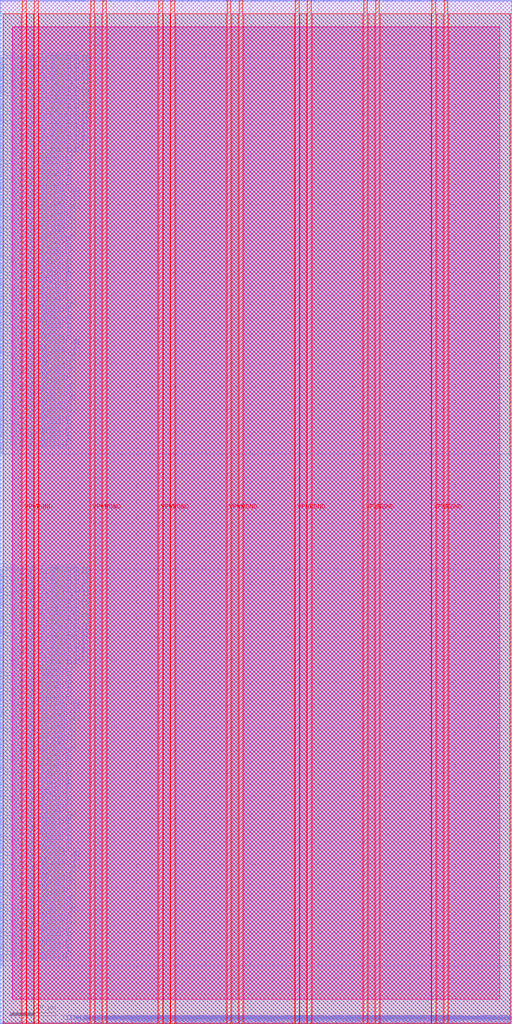
<source format=lef>
VERSION 5.7 ;
  NOWIREEXTENSIONATPIN ON ;
  DIVIDERCHAR "/" ;
  BUSBITCHARS "[]" ;
MACRO DSP
  CLASS BLOCK ;
  FOREIGN DSP ;
  ORIGIN 0.000 0.000 ;
  SIZE 225.000 BY 450.000 ;
  PIN Tile_X0Y0_E1BEG[0]
    DIRECTION OUTPUT ;
    USE SIGNAL ;
    ANTENNADIFFAREA 0.445500 ;
    PORT
      LAYER met3 ;
        RECT 224.400 316.160 225.000 316.760 ;
    END
  END Tile_X0Y0_E1BEG[0]
  PIN Tile_X0Y0_E1BEG[1]
    DIRECTION OUTPUT ;
    USE SIGNAL ;
    ANTENNADIFFAREA 0.445500 ;
    PORT
      LAYER met3 ;
        RECT 224.400 317.520 225.000 318.120 ;
    END
  END Tile_X0Y0_E1BEG[1]
  PIN Tile_X0Y0_E1BEG[2]
    DIRECTION OUTPUT ;
    USE SIGNAL ;
    ANTENNADIFFAREA 1.782000 ;
    PORT
      LAYER met3 ;
        RECT 224.400 318.880 225.000 319.480 ;
    END
  END Tile_X0Y0_E1BEG[2]
  PIN Tile_X0Y0_E1BEG[3]
    DIRECTION OUTPUT ;
    USE SIGNAL ;
    ANTENNADIFFAREA 0.445500 ;
    PORT
      LAYER met3 ;
        RECT 224.400 320.240 225.000 320.840 ;
    END
  END Tile_X0Y0_E1BEG[3]
  PIN Tile_X0Y0_E1END[0]
    DIRECTION INPUT ;
    USE SIGNAL ;
    ANTENNAGATEAREA 0.213000 ;
    PORT
      LAYER met3 ;
        RECT 0.000 316.160 0.600 316.760 ;
    END
  END Tile_X0Y0_E1END[0]
  PIN Tile_X0Y0_E1END[1]
    DIRECTION INPUT ;
    USE SIGNAL ;
    ANTENNAGATEAREA 0.159000 ;
    PORT
      LAYER met3 ;
        RECT 0.000 317.520 0.600 318.120 ;
    END
  END Tile_X0Y0_E1END[1]
  PIN Tile_X0Y0_E1END[2]
    DIRECTION INPUT ;
    USE SIGNAL ;
    ANTENNAGATEAREA 0.213000 ;
    PORT
      LAYER met3 ;
        RECT 0.000 318.880 0.600 319.480 ;
    END
  END Tile_X0Y0_E1END[2]
  PIN Tile_X0Y0_E1END[3]
    DIRECTION INPUT ;
    USE SIGNAL ;
    ANTENNAGATEAREA 0.196500 ;
    PORT
      LAYER met3 ;
        RECT 0.000 320.240 0.600 320.840 ;
    END
  END Tile_X0Y0_E1END[3]
  PIN Tile_X0Y0_E2BEG[0]
    DIRECTION OUTPUT ;
    USE SIGNAL ;
    ANTENNADIFFAREA 0.445500 ;
    PORT
      LAYER met3 ;
        RECT 224.400 321.600 225.000 322.200 ;
    END
  END Tile_X0Y0_E2BEG[0]
  PIN Tile_X0Y0_E2BEG[1]
    DIRECTION OUTPUT ;
    USE SIGNAL ;
    ANTENNADIFFAREA 0.445500 ;
    PORT
      LAYER met3 ;
        RECT 224.400 322.960 225.000 323.560 ;
    END
  END Tile_X0Y0_E2BEG[1]
  PIN Tile_X0Y0_E2BEG[2]
    DIRECTION OUTPUT ;
    USE SIGNAL ;
    ANTENNADIFFAREA 0.891000 ;
    PORT
      LAYER met3 ;
        RECT 224.400 324.320 225.000 324.920 ;
    END
  END Tile_X0Y0_E2BEG[2]
  PIN Tile_X0Y0_E2BEG[3]
    DIRECTION OUTPUT ;
    USE SIGNAL ;
    ANTENNADIFFAREA 0.445500 ;
    PORT
      LAYER met3 ;
        RECT 224.400 325.680 225.000 326.280 ;
    END
  END Tile_X0Y0_E2BEG[3]
  PIN Tile_X0Y0_E2BEG[4]
    DIRECTION OUTPUT ;
    USE SIGNAL ;
    ANTENNADIFFAREA 0.445500 ;
    PORT
      LAYER met3 ;
        RECT 224.400 327.040 225.000 327.640 ;
    END
  END Tile_X0Y0_E2BEG[4]
  PIN Tile_X0Y0_E2BEG[5]
    DIRECTION OUTPUT ;
    USE SIGNAL ;
    ANTENNADIFFAREA 0.445500 ;
    PORT
      LAYER met3 ;
        RECT 224.400 328.400 225.000 329.000 ;
    END
  END Tile_X0Y0_E2BEG[5]
  PIN Tile_X0Y0_E2BEG[6]
    DIRECTION OUTPUT ;
    USE SIGNAL ;
    ANTENNADIFFAREA 1.782000 ;
    PORT
      LAYER met3 ;
        RECT 224.400 329.760 225.000 330.360 ;
    END
  END Tile_X0Y0_E2BEG[6]
  PIN Tile_X0Y0_E2BEG[7]
    DIRECTION OUTPUT ;
    USE SIGNAL ;
    ANTENNADIFFAREA 0.445500 ;
    PORT
      LAYER met3 ;
        RECT 224.400 331.120 225.000 331.720 ;
    END
  END Tile_X0Y0_E2BEG[7]
  PIN Tile_X0Y0_E2BEGb[0]
    DIRECTION OUTPUT ;
    USE SIGNAL ;
    ANTENNADIFFAREA 0.445500 ;
    PORT
      LAYER met3 ;
        RECT 224.400 332.480 225.000 333.080 ;
    END
  END Tile_X0Y0_E2BEGb[0]
  PIN Tile_X0Y0_E2BEGb[1]
    DIRECTION OUTPUT ;
    USE SIGNAL ;
    ANTENNADIFFAREA 0.445500 ;
    PORT
      LAYER met3 ;
        RECT 224.400 333.840 225.000 334.440 ;
    END
  END Tile_X0Y0_E2BEGb[1]
  PIN Tile_X0Y0_E2BEGb[2]
    DIRECTION OUTPUT ;
    USE SIGNAL ;
    ANTENNADIFFAREA 0.445500 ;
    PORT
      LAYER met3 ;
        RECT 224.400 335.200 225.000 335.800 ;
    END
  END Tile_X0Y0_E2BEGb[2]
  PIN Tile_X0Y0_E2BEGb[3]
    DIRECTION OUTPUT ;
    USE SIGNAL ;
    ANTENNADIFFAREA 0.445500 ;
    PORT
      LAYER met3 ;
        RECT 224.400 336.560 225.000 337.160 ;
    END
  END Tile_X0Y0_E2BEGb[3]
  PIN Tile_X0Y0_E2BEGb[4]
    DIRECTION OUTPUT ;
    USE SIGNAL ;
    ANTENNADIFFAREA 0.445500 ;
    PORT
      LAYER met3 ;
        RECT 224.400 337.920 225.000 338.520 ;
    END
  END Tile_X0Y0_E2BEGb[4]
  PIN Tile_X0Y0_E2BEGb[5]
    DIRECTION OUTPUT ;
    USE SIGNAL ;
    ANTENNADIFFAREA 0.445500 ;
    PORT
      LAYER met3 ;
        RECT 224.400 339.280 225.000 339.880 ;
    END
  END Tile_X0Y0_E2BEGb[5]
  PIN Tile_X0Y0_E2BEGb[6]
    DIRECTION OUTPUT ;
    USE SIGNAL ;
    ANTENNADIFFAREA 0.445500 ;
    PORT
      LAYER met3 ;
        RECT 224.400 340.640 225.000 341.240 ;
    END
  END Tile_X0Y0_E2BEGb[6]
  PIN Tile_X0Y0_E2BEGb[7]
    DIRECTION OUTPUT ;
    USE SIGNAL ;
    ANTENNADIFFAREA 0.445500 ;
    PORT
      LAYER met3 ;
        RECT 224.400 342.000 225.000 342.600 ;
    END
  END Tile_X0Y0_E2BEGb[7]
  PIN Tile_X0Y0_E2END[0]
    DIRECTION INPUT ;
    USE SIGNAL ;
    ANTENNAGATEAREA 0.159000 ;
    PORT
      LAYER met3 ;
        RECT 0.000 332.480 0.600 333.080 ;
    END
  END Tile_X0Y0_E2END[0]
  PIN Tile_X0Y0_E2END[1]
    DIRECTION INPUT ;
    USE SIGNAL ;
    ANTENNAGATEAREA 0.126000 ;
    PORT
      LAYER met3 ;
        RECT 0.000 333.840 0.600 334.440 ;
    END
  END Tile_X0Y0_E2END[1]
  PIN Tile_X0Y0_E2END[2]
    DIRECTION INPUT ;
    USE SIGNAL ;
    ANTENNAGATEAREA 0.159000 ;
    PORT
      LAYER met3 ;
        RECT 0.000 335.200 0.600 335.800 ;
    END
  END Tile_X0Y0_E2END[2]
  PIN Tile_X0Y0_E2END[3]
    DIRECTION INPUT ;
    USE SIGNAL ;
    ANTENNAGATEAREA 0.159000 ;
    PORT
      LAYER met3 ;
        RECT 0.000 336.560 0.600 337.160 ;
    END
  END Tile_X0Y0_E2END[3]
  PIN Tile_X0Y0_E2END[4]
    DIRECTION INPUT ;
    USE SIGNAL ;
    ANTENNAGATEAREA 0.213000 ;
    PORT
      LAYER met3 ;
        RECT 0.000 337.920 0.600 338.520 ;
    END
  END Tile_X0Y0_E2END[4]
  PIN Tile_X0Y0_E2END[5]
    DIRECTION INPUT ;
    USE SIGNAL ;
    ANTENNAGATEAREA 0.213000 ;
    PORT
      LAYER met3 ;
        RECT 0.000 339.280 0.600 339.880 ;
    END
  END Tile_X0Y0_E2END[5]
  PIN Tile_X0Y0_E2END[6]
    DIRECTION INPUT ;
    USE SIGNAL ;
    ANTENNAGATEAREA 0.159000 ;
    PORT
      LAYER met3 ;
        RECT 0.000 340.640 0.600 341.240 ;
    END
  END Tile_X0Y0_E2END[6]
  PIN Tile_X0Y0_E2END[7]
    DIRECTION INPUT ;
    USE SIGNAL ;
    ANTENNAGATEAREA 0.213000 ;
    PORT
      LAYER met3 ;
        RECT 0.000 342.000 0.600 342.600 ;
    END
  END Tile_X0Y0_E2END[7]
  PIN Tile_X0Y0_E2MID[0]
    DIRECTION INPUT ;
    USE SIGNAL ;
    ANTENNAGATEAREA 0.213000 ;
    PORT
      LAYER met3 ;
        RECT 0.000 321.600 0.600 322.200 ;
    END
  END Tile_X0Y0_E2MID[0]
  PIN Tile_X0Y0_E2MID[1]
    DIRECTION INPUT ;
    USE SIGNAL ;
    ANTENNAGATEAREA 0.159000 ;
    PORT
      LAYER met3 ;
        RECT 0.000 322.960 0.600 323.560 ;
    END
  END Tile_X0Y0_E2MID[1]
  PIN Tile_X0Y0_E2MID[2]
    DIRECTION INPUT ;
    USE SIGNAL ;
    ANTENNAGATEAREA 0.213000 ;
    PORT
      LAYER met3 ;
        RECT 0.000 324.320 0.600 324.920 ;
    END
  END Tile_X0Y0_E2MID[2]
  PIN Tile_X0Y0_E2MID[3]
    DIRECTION INPUT ;
    USE SIGNAL ;
    ANTENNAGATEAREA 0.213000 ;
    PORT
      LAYER met3 ;
        RECT 0.000 325.680 0.600 326.280 ;
    END
  END Tile_X0Y0_E2MID[3]
  PIN Tile_X0Y0_E2MID[4]
    DIRECTION INPUT ;
    USE SIGNAL ;
    ANTENNAGATEAREA 0.159000 ;
    PORT
      LAYER met3 ;
        RECT 0.000 327.040 0.600 327.640 ;
    END
  END Tile_X0Y0_E2MID[4]
  PIN Tile_X0Y0_E2MID[5]
    DIRECTION INPUT ;
    USE SIGNAL ;
    ANTENNAGATEAREA 0.159000 ;
    PORT
      LAYER met3 ;
        RECT 0.000 328.400 0.600 329.000 ;
    END
  END Tile_X0Y0_E2MID[5]
  PIN Tile_X0Y0_E2MID[6]
    DIRECTION INPUT ;
    USE SIGNAL ;
    ANTENNAGATEAREA 0.213000 ;
    PORT
      LAYER met3 ;
        RECT 0.000 329.760 0.600 330.360 ;
    END
  END Tile_X0Y0_E2MID[6]
  PIN Tile_X0Y0_E2MID[7]
    DIRECTION INPUT ;
    USE SIGNAL ;
    ANTENNAGATEAREA 0.159000 ;
    PORT
      LAYER met3 ;
        RECT 0.000 331.120 0.600 331.720 ;
    END
  END Tile_X0Y0_E2MID[7]
  PIN Tile_X0Y0_E6BEG[0]
    DIRECTION OUTPUT ;
    USE SIGNAL ;
    ANTENNADIFFAREA 0.445500 ;
    PORT
      LAYER met3 ;
        RECT 224.400 365.120 225.000 365.720 ;
    END
  END Tile_X0Y0_E6BEG[0]
  PIN Tile_X0Y0_E6BEG[10]
    DIRECTION OUTPUT ;
    USE SIGNAL ;
    ANTENNADIFFAREA 1.782000 ;
    PORT
      LAYER met3 ;
        RECT 224.400 378.720 225.000 379.320 ;
    END
  END Tile_X0Y0_E6BEG[10]
  PIN Tile_X0Y0_E6BEG[11]
    DIRECTION OUTPUT ;
    USE SIGNAL ;
    ANTENNADIFFAREA 1.336500 ;
    PORT
      LAYER met3 ;
        RECT 224.400 380.080 225.000 380.680 ;
    END
  END Tile_X0Y0_E6BEG[11]
  PIN Tile_X0Y0_E6BEG[1]
    DIRECTION OUTPUT ;
    USE SIGNAL ;
    ANTENNADIFFAREA 0.445500 ;
    PORT
      LAYER met3 ;
        RECT 224.400 366.480 225.000 367.080 ;
    END
  END Tile_X0Y0_E6BEG[1]
  PIN Tile_X0Y0_E6BEG[2]
    DIRECTION OUTPUT ;
    USE SIGNAL ;
    ANTENNADIFFAREA 0.445500 ;
    PORT
      LAYER met3 ;
        RECT 224.400 367.840 225.000 368.440 ;
    END
  END Tile_X0Y0_E6BEG[2]
  PIN Tile_X0Y0_E6BEG[3]
    DIRECTION OUTPUT ;
    USE SIGNAL ;
    ANTENNADIFFAREA 0.445500 ;
    PORT
      LAYER met3 ;
        RECT 224.400 369.200 225.000 369.800 ;
    END
  END Tile_X0Y0_E6BEG[3]
  PIN Tile_X0Y0_E6BEG[4]
    DIRECTION OUTPUT ;
    USE SIGNAL ;
    ANTENNADIFFAREA 0.445500 ;
    PORT
      LAYER met3 ;
        RECT 224.400 370.560 225.000 371.160 ;
    END
  END Tile_X0Y0_E6BEG[4]
  PIN Tile_X0Y0_E6BEG[5]
    DIRECTION OUTPUT ;
    USE SIGNAL ;
    ANTENNADIFFAREA 0.445500 ;
    PORT
      LAYER met3 ;
        RECT 224.400 371.920 225.000 372.520 ;
    END
  END Tile_X0Y0_E6BEG[5]
  PIN Tile_X0Y0_E6BEG[6]
    DIRECTION OUTPUT ;
    USE SIGNAL ;
    ANTENNADIFFAREA 0.445500 ;
    PORT
      LAYER met3 ;
        RECT 224.400 373.280 225.000 373.880 ;
    END
  END Tile_X0Y0_E6BEG[6]
  PIN Tile_X0Y0_E6BEG[7]
    DIRECTION OUTPUT ;
    USE SIGNAL ;
    ANTENNADIFFAREA 0.445500 ;
    PORT
      LAYER met3 ;
        RECT 224.400 374.640 225.000 375.240 ;
    END
  END Tile_X0Y0_E6BEG[7]
  PIN Tile_X0Y0_E6BEG[8]
    DIRECTION OUTPUT ;
    USE SIGNAL ;
    ANTENNADIFFAREA 0.445500 ;
    PORT
      LAYER met3 ;
        RECT 224.400 376.000 225.000 376.600 ;
    END
  END Tile_X0Y0_E6BEG[8]
  PIN Tile_X0Y0_E6BEG[9]
    DIRECTION OUTPUT ;
    USE SIGNAL ;
    ANTENNADIFFAREA 0.445500 ;
    PORT
      LAYER met3 ;
        RECT 224.400 377.360 225.000 377.960 ;
    END
  END Tile_X0Y0_E6BEG[9]
  PIN Tile_X0Y0_E6END[0]
    DIRECTION INPUT ;
    USE SIGNAL ;
    ANTENNAGATEAREA 0.213000 ;
    PORT
      LAYER met3 ;
        RECT 0.000 365.120 0.600 365.720 ;
    END
  END Tile_X0Y0_E6END[0]
  PIN Tile_X0Y0_E6END[10]
    DIRECTION INPUT ;
    USE SIGNAL ;
    ANTENNAGATEAREA 0.631200 ;
    ANTENNADIFFAREA 0.434700 ;
    PORT
      LAYER met3 ;
        RECT 0.000 378.720 0.600 379.320 ;
    END
  END Tile_X0Y0_E6END[10]
  PIN Tile_X0Y0_E6END[11]
    DIRECTION INPUT ;
    USE SIGNAL ;
    ANTENNAGATEAREA 0.631200 ;
    ANTENNADIFFAREA 0.434700 ;
    PORT
      LAYER met3 ;
        RECT 0.000 380.080 0.600 380.680 ;
    END
  END Tile_X0Y0_E6END[11]
  PIN Tile_X0Y0_E6END[1]
    DIRECTION INPUT ;
    USE SIGNAL ;
    ANTENNAGATEAREA 0.213000 ;
    PORT
      LAYER met3 ;
        RECT 0.000 366.480 0.600 367.080 ;
    END
  END Tile_X0Y0_E6END[1]
  PIN Tile_X0Y0_E6END[2]
    DIRECTION INPUT ;
    USE SIGNAL ;
    ANTENNAGATEAREA 0.631200 ;
    ANTENNADIFFAREA 0.434700 ;
    PORT
      LAYER met3 ;
        RECT 0.000 367.840 0.600 368.440 ;
    END
  END Tile_X0Y0_E6END[2]
  PIN Tile_X0Y0_E6END[3]
    DIRECTION INPUT ;
    USE SIGNAL ;
    ANTENNAGATEAREA 0.631200 ;
    ANTENNADIFFAREA 0.434700 ;
    PORT
      LAYER met3 ;
        RECT 0.000 369.200 0.600 369.800 ;
    END
  END Tile_X0Y0_E6END[3]
  PIN Tile_X0Y0_E6END[4]
    DIRECTION INPUT ;
    USE SIGNAL ;
    ANTENNAGATEAREA 0.631200 ;
    ANTENNADIFFAREA 0.434700 ;
    PORT
      LAYER met3 ;
        RECT 0.000 370.560 0.600 371.160 ;
    END
  END Tile_X0Y0_E6END[4]
  PIN Tile_X0Y0_E6END[5]
    DIRECTION INPUT ;
    USE SIGNAL ;
    ANTENNAGATEAREA 0.631200 ;
    ANTENNADIFFAREA 0.434700 ;
    PORT
      LAYER met3 ;
        RECT 0.000 371.920 0.600 372.520 ;
    END
  END Tile_X0Y0_E6END[5]
  PIN Tile_X0Y0_E6END[6]
    DIRECTION INPUT ;
    USE SIGNAL ;
    ANTENNAGATEAREA 0.631200 ;
    ANTENNADIFFAREA 0.434700 ;
    PORT
      LAYER met3 ;
        RECT 0.000 373.280 0.600 373.880 ;
    END
  END Tile_X0Y0_E6END[6]
  PIN Tile_X0Y0_E6END[7]
    DIRECTION INPUT ;
    USE SIGNAL ;
    ANTENNAGATEAREA 0.631200 ;
    ANTENNADIFFAREA 0.434700 ;
    PORT
      LAYER met3 ;
        RECT 0.000 374.640 0.600 375.240 ;
    END
  END Tile_X0Y0_E6END[7]
  PIN Tile_X0Y0_E6END[8]
    DIRECTION INPUT ;
    USE SIGNAL ;
    ANTENNAGATEAREA 0.631200 ;
    ANTENNADIFFAREA 0.434700 ;
    PORT
      LAYER met3 ;
        RECT 0.000 376.000 0.600 376.600 ;
    END
  END Tile_X0Y0_E6END[8]
  PIN Tile_X0Y0_E6END[9]
    DIRECTION INPUT ;
    USE SIGNAL ;
    ANTENNAGATEAREA 0.631200 ;
    ANTENNADIFFAREA 0.434700 ;
    PORT
      LAYER met3 ;
        RECT 0.000 377.360 0.600 377.960 ;
    END
  END Tile_X0Y0_E6END[9]
  PIN Tile_X0Y0_EE4BEG[0]
    DIRECTION OUTPUT ;
    USE SIGNAL ;
    ANTENNADIFFAREA 0.445500 ;
    PORT
      LAYER met3 ;
        RECT 224.400 343.360 225.000 343.960 ;
    END
  END Tile_X0Y0_EE4BEG[0]
  PIN Tile_X0Y0_EE4BEG[10]
    DIRECTION OUTPUT ;
    USE SIGNAL ;
    ANTENNADIFFAREA 0.445500 ;
    PORT
      LAYER met3 ;
        RECT 224.400 356.960 225.000 357.560 ;
    END
  END Tile_X0Y0_EE4BEG[10]
  PIN Tile_X0Y0_EE4BEG[11]
    DIRECTION OUTPUT ;
    USE SIGNAL ;
    ANTENNADIFFAREA 0.445500 ;
    PORT
      LAYER met3 ;
        RECT 224.400 358.320 225.000 358.920 ;
    END
  END Tile_X0Y0_EE4BEG[11]
  PIN Tile_X0Y0_EE4BEG[12]
    DIRECTION OUTPUT ;
    USE SIGNAL ;
    ANTENNADIFFAREA 0.445500 ;
    PORT
      LAYER met3 ;
        RECT 224.400 359.680 225.000 360.280 ;
    END
  END Tile_X0Y0_EE4BEG[12]
  PIN Tile_X0Y0_EE4BEG[13]
    DIRECTION OUTPUT ;
    USE SIGNAL ;
    ANTENNADIFFAREA 1.782000 ;
    PORT
      LAYER met3 ;
        RECT 224.400 361.040 225.000 361.640 ;
    END
  END Tile_X0Y0_EE4BEG[13]
  PIN Tile_X0Y0_EE4BEG[14]
    DIRECTION OUTPUT ;
    USE SIGNAL ;
    ANTENNADIFFAREA 0.445500 ;
    PORT
      LAYER met3 ;
        RECT 224.400 362.400 225.000 363.000 ;
    END
  END Tile_X0Y0_EE4BEG[14]
  PIN Tile_X0Y0_EE4BEG[15]
    DIRECTION OUTPUT ;
    USE SIGNAL ;
    ANTENNADIFFAREA 1.782000 ;
    PORT
      LAYER met3 ;
        RECT 224.400 363.760 225.000 364.360 ;
    END
  END Tile_X0Y0_EE4BEG[15]
  PIN Tile_X0Y0_EE4BEG[1]
    DIRECTION OUTPUT ;
    USE SIGNAL ;
    ANTENNADIFFAREA 0.445500 ;
    PORT
      LAYER met3 ;
        RECT 224.400 344.720 225.000 345.320 ;
    END
  END Tile_X0Y0_EE4BEG[1]
  PIN Tile_X0Y0_EE4BEG[2]
    DIRECTION OUTPUT ;
    USE SIGNAL ;
    ANTENNADIFFAREA 0.445500 ;
    PORT
      LAYER met3 ;
        RECT 224.400 346.080 225.000 346.680 ;
    END
  END Tile_X0Y0_EE4BEG[2]
  PIN Tile_X0Y0_EE4BEG[3]
    DIRECTION OUTPUT ;
    USE SIGNAL ;
    ANTENNADIFFAREA 0.445500 ;
    PORT
      LAYER met3 ;
        RECT 224.400 347.440 225.000 348.040 ;
    END
  END Tile_X0Y0_EE4BEG[3]
  PIN Tile_X0Y0_EE4BEG[4]
    DIRECTION OUTPUT ;
    USE SIGNAL ;
    ANTENNADIFFAREA 0.445500 ;
    PORT
      LAYER met3 ;
        RECT 224.400 348.800 225.000 349.400 ;
    END
  END Tile_X0Y0_EE4BEG[4]
  PIN Tile_X0Y0_EE4BEG[5]
    DIRECTION OUTPUT ;
    USE SIGNAL ;
    ANTENNADIFFAREA 0.445500 ;
    PORT
      LAYER met3 ;
        RECT 224.400 350.160 225.000 350.760 ;
    END
  END Tile_X0Y0_EE4BEG[5]
  PIN Tile_X0Y0_EE4BEG[6]
    DIRECTION OUTPUT ;
    USE SIGNAL ;
    ANTENNADIFFAREA 0.445500 ;
    PORT
      LAYER met3 ;
        RECT 224.400 351.520 225.000 352.120 ;
    END
  END Tile_X0Y0_EE4BEG[6]
  PIN Tile_X0Y0_EE4BEG[7]
    DIRECTION OUTPUT ;
    USE SIGNAL ;
    ANTENNADIFFAREA 0.445500 ;
    PORT
      LAYER met3 ;
        RECT 224.400 352.880 225.000 353.480 ;
    END
  END Tile_X0Y0_EE4BEG[7]
  PIN Tile_X0Y0_EE4BEG[8]
    DIRECTION OUTPUT ;
    USE SIGNAL ;
    ANTENNADIFFAREA 0.445500 ;
    PORT
      LAYER met3 ;
        RECT 224.400 354.240 225.000 354.840 ;
    END
  END Tile_X0Y0_EE4BEG[8]
  PIN Tile_X0Y0_EE4BEG[9]
    DIRECTION OUTPUT ;
    USE SIGNAL ;
    ANTENNADIFFAREA 0.445500 ;
    PORT
      LAYER met3 ;
        RECT 224.400 355.600 225.000 356.200 ;
    END
  END Tile_X0Y0_EE4BEG[9]
  PIN Tile_X0Y0_EE4END[0]
    DIRECTION INPUT ;
    USE SIGNAL ;
    ANTENNAGATEAREA 0.159000 ;
    PORT
      LAYER met3 ;
        RECT 0.000 343.360 0.600 343.960 ;
    END
  END Tile_X0Y0_EE4END[0]
  PIN Tile_X0Y0_EE4END[10]
    DIRECTION INPUT ;
    USE SIGNAL ;
    ANTENNAGATEAREA 0.631200 ;
    ANTENNADIFFAREA 0.434700 ;
    PORT
      LAYER met3 ;
        RECT 0.000 356.960 0.600 357.560 ;
    END
  END Tile_X0Y0_EE4END[10]
  PIN Tile_X0Y0_EE4END[11]
    DIRECTION INPUT ;
    USE SIGNAL ;
    ANTENNAGATEAREA 0.631200 ;
    ANTENNADIFFAREA 0.434700 ;
    PORT
      LAYER met3 ;
        RECT 0.000 358.320 0.600 358.920 ;
    END
  END Tile_X0Y0_EE4END[11]
  PIN Tile_X0Y0_EE4END[12]
    DIRECTION INPUT ;
    USE SIGNAL ;
    ANTENNAGATEAREA 0.631200 ;
    ANTENNADIFFAREA 0.434700 ;
    PORT
      LAYER met3 ;
        RECT 0.000 359.680 0.600 360.280 ;
    END
  END Tile_X0Y0_EE4END[12]
  PIN Tile_X0Y0_EE4END[13]
    DIRECTION INPUT ;
    USE SIGNAL ;
    ANTENNAGATEAREA 0.631200 ;
    ANTENNADIFFAREA 0.434700 ;
    PORT
      LAYER met3 ;
        RECT 0.000 361.040 0.600 361.640 ;
    END
  END Tile_X0Y0_EE4END[13]
  PIN Tile_X0Y0_EE4END[14]
    DIRECTION INPUT ;
    USE SIGNAL ;
    ANTENNAGATEAREA 0.196500 ;
    PORT
      LAYER met3 ;
        RECT 0.000 362.400 0.600 363.000 ;
    END
  END Tile_X0Y0_EE4END[14]
  PIN Tile_X0Y0_EE4END[15]
    DIRECTION INPUT ;
    USE SIGNAL ;
    ANTENNAGATEAREA 0.631200 ;
    ANTENNADIFFAREA 0.434700 ;
    PORT
      LAYER met3 ;
        RECT 0.000 363.760 0.600 364.360 ;
    END
  END Tile_X0Y0_EE4END[15]
  PIN Tile_X0Y0_EE4END[1]
    DIRECTION INPUT ;
    USE SIGNAL ;
    ANTENNAGATEAREA 0.213000 ;
    PORT
      LAYER met3 ;
        RECT 0.000 344.720 0.600 345.320 ;
    END
  END Tile_X0Y0_EE4END[1]
  PIN Tile_X0Y0_EE4END[2]
    DIRECTION INPUT ;
    USE SIGNAL ;
    ANTENNAGATEAREA 0.213000 ;
    PORT
      LAYER met3 ;
        RECT 0.000 346.080 0.600 346.680 ;
    END
  END Tile_X0Y0_EE4END[2]
  PIN Tile_X0Y0_EE4END[3]
    DIRECTION INPUT ;
    USE SIGNAL ;
    ANTENNAGATEAREA 0.126000 ;
    PORT
      LAYER met3 ;
        RECT 0.000 347.440 0.600 348.040 ;
    END
  END Tile_X0Y0_EE4END[3]
  PIN Tile_X0Y0_EE4END[4]
    DIRECTION INPUT ;
    USE SIGNAL ;
    ANTENNAGATEAREA 0.631200 ;
    ANTENNADIFFAREA 0.434700 ;
    PORT
      LAYER met3 ;
        RECT 0.000 348.800 0.600 349.400 ;
    END
  END Tile_X0Y0_EE4END[4]
  PIN Tile_X0Y0_EE4END[5]
    DIRECTION INPUT ;
    USE SIGNAL ;
    ANTENNAGATEAREA 0.631200 ;
    ANTENNADIFFAREA 0.434700 ;
    PORT
      LAYER met3 ;
        RECT 0.000 350.160 0.600 350.760 ;
    END
  END Tile_X0Y0_EE4END[5]
  PIN Tile_X0Y0_EE4END[6]
    DIRECTION INPUT ;
    USE SIGNAL ;
    ANTENNAGATEAREA 0.631200 ;
    ANTENNADIFFAREA 0.434700 ;
    PORT
      LAYER met3 ;
        RECT 0.000 351.520 0.600 352.120 ;
    END
  END Tile_X0Y0_EE4END[6]
  PIN Tile_X0Y0_EE4END[7]
    DIRECTION INPUT ;
    USE SIGNAL ;
    ANTENNAGATEAREA 0.631200 ;
    ANTENNADIFFAREA 0.434700 ;
    PORT
      LAYER met3 ;
        RECT 0.000 352.880 0.600 353.480 ;
    END
  END Tile_X0Y0_EE4END[7]
  PIN Tile_X0Y0_EE4END[8]
    DIRECTION INPUT ;
    USE SIGNAL ;
    ANTENNAGATEAREA 0.631200 ;
    ANTENNADIFFAREA 0.434700 ;
    PORT
      LAYER met3 ;
        RECT 0.000 354.240 0.600 354.840 ;
    END
  END Tile_X0Y0_EE4END[8]
  PIN Tile_X0Y0_EE4END[9]
    DIRECTION INPUT ;
    USE SIGNAL ;
    ANTENNAGATEAREA 0.631200 ;
    ANTENNADIFFAREA 0.434700 ;
    PORT
      LAYER met3 ;
        RECT 0.000 355.600 0.600 356.200 ;
    END
  END Tile_X0Y0_EE4END[9]
  PIN Tile_X0Y0_FrameData[0]
    DIRECTION INPUT ;
    USE SIGNAL ;
    ANTENNAGATEAREA 0.159000 ;
    PORT
      LAYER met3 ;
        RECT 0.000 381.440 0.600 382.040 ;
    END
  END Tile_X0Y0_FrameData[0]
  PIN Tile_X0Y0_FrameData[10]
    DIRECTION INPUT ;
    USE SIGNAL ;
    ANTENNAGATEAREA 0.213000 ;
    PORT
      LAYER met3 ;
        RECT 0.000 395.040 0.600 395.640 ;
    END
  END Tile_X0Y0_FrameData[10]
  PIN Tile_X0Y0_FrameData[11]
    DIRECTION INPUT ;
    USE SIGNAL ;
    ANTENNAGATEAREA 0.213000 ;
    PORT
      LAYER met3 ;
        RECT 0.000 396.400 0.600 397.000 ;
    END
  END Tile_X0Y0_FrameData[11]
  PIN Tile_X0Y0_FrameData[12]
    DIRECTION INPUT ;
    USE SIGNAL ;
    ANTENNAGATEAREA 0.159000 ;
    PORT
      LAYER met3 ;
        RECT 0.000 397.760 0.600 398.360 ;
    END
  END Tile_X0Y0_FrameData[12]
  PIN Tile_X0Y0_FrameData[13]
    DIRECTION INPUT ;
    USE SIGNAL ;
    ANTENNAGATEAREA 0.159000 ;
    PORT
      LAYER met3 ;
        RECT 0.000 399.120 0.600 399.720 ;
    END
  END Tile_X0Y0_FrameData[13]
  PIN Tile_X0Y0_FrameData[14]
    DIRECTION INPUT ;
    USE SIGNAL ;
    ANTENNAGATEAREA 0.159000 ;
    PORT
      LAYER met3 ;
        RECT 0.000 400.480 0.600 401.080 ;
    END
  END Tile_X0Y0_FrameData[14]
  PIN Tile_X0Y0_FrameData[15]
    DIRECTION INPUT ;
    USE SIGNAL ;
    ANTENNAGATEAREA 0.159000 ;
    PORT
      LAYER met3 ;
        RECT 0.000 401.840 0.600 402.440 ;
    END
  END Tile_X0Y0_FrameData[15]
  PIN Tile_X0Y0_FrameData[16]
    DIRECTION INPUT ;
    USE SIGNAL ;
    ANTENNAGATEAREA 0.159000 ;
    PORT
      LAYER met3 ;
        RECT 0.000 403.200 0.600 403.800 ;
    END
  END Tile_X0Y0_FrameData[16]
  PIN Tile_X0Y0_FrameData[17]
    DIRECTION INPUT ;
    USE SIGNAL ;
    ANTENNAGATEAREA 0.213000 ;
    PORT
      LAYER met3 ;
        RECT 0.000 404.560 0.600 405.160 ;
    END
  END Tile_X0Y0_FrameData[17]
  PIN Tile_X0Y0_FrameData[18]
    DIRECTION INPUT ;
    USE SIGNAL ;
    ANTENNAGATEAREA 0.213000 ;
    PORT
      LAYER met3 ;
        RECT 0.000 405.920 0.600 406.520 ;
    END
  END Tile_X0Y0_FrameData[18]
  PIN Tile_X0Y0_FrameData[19]
    DIRECTION INPUT ;
    USE SIGNAL ;
    ANTENNAGATEAREA 0.213000 ;
    PORT
      LAYER met3 ;
        RECT 0.000 407.280 0.600 407.880 ;
    END
  END Tile_X0Y0_FrameData[19]
  PIN Tile_X0Y0_FrameData[1]
    DIRECTION INPUT ;
    USE SIGNAL ;
    ANTENNAGATEAREA 0.159000 ;
    PORT
      LAYER met3 ;
        RECT 0.000 382.800 0.600 383.400 ;
    END
  END Tile_X0Y0_FrameData[1]
  PIN Tile_X0Y0_FrameData[20]
    DIRECTION INPUT ;
    USE SIGNAL ;
    ANTENNAGATEAREA 0.159000 ;
    PORT
      LAYER met3 ;
        RECT 0.000 408.640 0.600 409.240 ;
    END
  END Tile_X0Y0_FrameData[20]
  PIN Tile_X0Y0_FrameData[21]
    DIRECTION INPUT ;
    USE SIGNAL ;
    ANTENNAGATEAREA 0.159000 ;
    PORT
      LAYER met3 ;
        RECT 0.000 410.000 0.600 410.600 ;
    END
  END Tile_X0Y0_FrameData[21]
  PIN Tile_X0Y0_FrameData[22]
    DIRECTION INPUT ;
    USE SIGNAL ;
    ANTENNAGATEAREA 0.159000 ;
    PORT
      LAYER met3 ;
        RECT 0.000 411.360 0.600 411.960 ;
    END
  END Tile_X0Y0_FrameData[22]
  PIN Tile_X0Y0_FrameData[23]
    DIRECTION INPUT ;
    USE SIGNAL ;
    ANTENNAGATEAREA 0.159000 ;
    PORT
      LAYER met3 ;
        RECT 0.000 412.720 0.600 413.320 ;
    END
  END Tile_X0Y0_FrameData[23]
  PIN Tile_X0Y0_FrameData[24]
    DIRECTION INPUT ;
    USE SIGNAL ;
    ANTENNAGATEAREA 0.647700 ;
    ANTENNADIFFAREA 0.434700 ;
    PORT
      LAYER met3 ;
        RECT 0.000 414.080 0.600 414.680 ;
    END
  END Tile_X0Y0_FrameData[24]
  PIN Tile_X0Y0_FrameData[25]
    DIRECTION INPUT ;
    USE SIGNAL ;
    ANTENNAGATEAREA 0.647700 ;
    ANTENNADIFFAREA 0.434700 ;
    PORT
      LAYER met3 ;
        RECT 0.000 415.440 0.600 416.040 ;
    END
  END Tile_X0Y0_FrameData[25]
  PIN Tile_X0Y0_FrameData[26]
    DIRECTION INPUT ;
    USE SIGNAL ;
    ANTENNAGATEAREA 0.159000 ;
    PORT
      LAYER met3 ;
        RECT 0.000 416.800 0.600 417.400 ;
    END
  END Tile_X0Y0_FrameData[26]
  PIN Tile_X0Y0_FrameData[27]
    DIRECTION INPUT ;
    USE SIGNAL ;
    ANTENNAGATEAREA 0.159000 ;
    PORT
      LAYER met3 ;
        RECT 0.000 418.160 0.600 418.760 ;
    END
  END Tile_X0Y0_FrameData[27]
  PIN Tile_X0Y0_FrameData[28]
    DIRECTION INPUT ;
    USE SIGNAL ;
    ANTENNAGATEAREA 0.159000 ;
    PORT
      LAYER met3 ;
        RECT 0.000 419.520 0.600 420.120 ;
    END
  END Tile_X0Y0_FrameData[28]
  PIN Tile_X0Y0_FrameData[29]
    DIRECTION INPUT ;
    USE SIGNAL ;
    ANTENNAGATEAREA 0.159000 ;
    PORT
      LAYER met3 ;
        RECT 0.000 420.880 0.600 421.480 ;
    END
  END Tile_X0Y0_FrameData[29]
  PIN Tile_X0Y0_FrameData[2]
    DIRECTION INPUT ;
    USE SIGNAL ;
    ANTENNAGATEAREA 0.196500 ;
    PORT
      LAYER met3 ;
        RECT 0.000 384.160 0.600 384.760 ;
    END
  END Tile_X0Y0_FrameData[2]
  PIN Tile_X0Y0_FrameData[30]
    DIRECTION INPUT ;
    USE SIGNAL ;
    ANTENNAGATEAREA 0.213000 ;
    PORT
      LAYER met3 ;
        RECT 0.000 422.240 0.600 422.840 ;
    END
  END Tile_X0Y0_FrameData[30]
  PIN Tile_X0Y0_FrameData[31]
    DIRECTION INPUT ;
    USE SIGNAL ;
    ANTENNAGATEAREA 0.159000 ;
    PORT
      LAYER met3 ;
        RECT 0.000 423.600 0.600 424.200 ;
    END
  END Tile_X0Y0_FrameData[31]
  PIN Tile_X0Y0_FrameData[3]
    DIRECTION INPUT ;
    USE SIGNAL ;
    ANTENNAGATEAREA 0.196500 ;
    PORT
      LAYER met3 ;
        RECT 0.000 385.520 0.600 386.120 ;
    END
  END Tile_X0Y0_FrameData[3]
  PIN Tile_X0Y0_FrameData[4]
    DIRECTION INPUT ;
    USE SIGNAL ;
    ANTENNAGATEAREA 0.159000 ;
    PORT
      LAYER met3 ;
        RECT 0.000 386.880 0.600 387.480 ;
    END
  END Tile_X0Y0_FrameData[4]
  PIN Tile_X0Y0_FrameData[5]
    DIRECTION INPUT ;
    USE SIGNAL ;
    ANTENNAGATEAREA 0.159000 ;
    PORT
      LAYER met3 ;
        RECT 0.000 388.240 0.600 388.840 ;
    END
  END Tile_X0Y0_FrameData[5]
  PIN Tile_X0Y0_FrameData[6]
    DIRECTION INPUT ;
    USE SIGNAL ;
    ANTENNAGATEAREA 0.159000 ;
    PORT
      LAYER met3 ;
        RECT 0.000 389.600 0.600 390.200 ;
    END
  END Tile_X0Y0_FrameData[6]
  PIN Tile_X0Y0_FrameData[7]
    DIRECTION INPUT ;
    USE SIGNAL ;
    ANTENNAGATEAREA 0.213000 ;
    PORT
      LAYER met3 ;
        RECT 0.000 390.960 0.600 391.560 ;
    END
  END Tile_X0Y0_FrameData[7]
  PIN Tile_X0Y0_FrameData[8]
    DIRECTION INPUT ;
    USE SIGNAL ;
    ANTENNAGATEAREA 0.213000 ;
    PORT
      LAYER met3 ;
        RECT 0.000 392.320 0.600 392.920 ;
    END
  END Tile_X0Y0_FrameData[8]
  PIN Tile_X0Y0_FrameData[9]
    DIRECTION INPUT ;
    USE SIGNAL ;
    ANTENNAGATEAREA 0.213000 ;
    PORT
      LAYER met3 ;
        RECT 0.000 393.680 0.600 394.280 ;
    END
  END Tile_X0Y0_FrameData[9]
  PIN Tile_X0Y0_FrameData_O[0]
    DIRECTION OUTPUT ;
    USE SIGNAL ;
    ANTENNADIFFAREA 0.445500 ;
    PORT
      LAYER met3 ;
        RECT 224.400 381.440 225.000 382.040 ;
    END
  END Tile_X0Y0_FrameData_O[0]
  PIN Tile_X0Y0_FrameData_O[10]
    DIRECTION OUTPUT ;
    USE SIGNAL ;
    ANTENNADIFFAREA 0.445500 ;
    PORT
      LAYER met3 ;
        RECT 224.400 395.040 225.000 395.640 ;
    END
  END Tile_X0Y0_FrameData_O[10]
  PIN Tile_X0Y0_FrameData_O[11]
    DIRECTION OUTPUT ;
    USE SIGNAL ;
    ANTENNADIFFAREA 0.445500 ;
    PORT
      LAYER met3 ;
        RECT 224.400 396.400 225.000 397.000 ;
    END
  END Tile_X0Y0_FrameData_O[11]
  PIN Tile_X0Y0_FrameData_O[12]
    DIRECTION OUTPUT ;
    USE SIGNAL ;
    ANTENNADIFFAREA 0.445500 ;
    PORT
      LAYER met3 ;
        RECT 224.400 397.760 225.000 398.360 ;
    END
  END Tile_X0Y0_FrameData_O[12]
  PIN Tile_X0Y0_FrameData_O[13]
    DIRECTION OUTPUT ;
    USE SIGNAL ;
    ANTENNADIFFAREA 0.445500 ;
    PORT
      LAYER met3 ;
        RECT 224.400 399.120 225.000 399.720 ;
    END
  END Tile_X0Y0_FrameData_O[13]
  PIN Tile_X0Y0_FrameData_O[14]
    DIRECTION OUTPUT ;
    USE SIGNAL ;
    ANTENNADIFFAREA 0.445500 ;
    PORT
      LAYER met3 ;
        RECT 224.400 400.480 225.000 401.080 ;
    END
  END Tile_X0Y0_FrameData_O[14]
  PIN Tile_X0Y0_FrameData_O[15]
    DIRECTION OUTPUT ;
    USE SIGNAL ;
    ANTENNADIFFAREA 0.445500 ;
    PORT
      LAYER met3 ;
        RECT 224.400 401.840 225.000 402.440 ;
    END
  END Tile_X0Y0_FrameData_O[15]
  PIN Tile_X0Y0_FrameData_O[16]
    DIRECTION OUTPUT ;
    USE SIGNAL ;
    ANTENNADIFFAREA 0.445500 ;
    PORT
      LAYER met3 ;
        RECT 224.400 403.200 225.000 403.800 ;
    END
  END Tile_X0Y0_FrameData_O[16]
  PIN Tile_X0Y0_FrameData_O[17]
    DIRECTION OUTPUT ;
    USE SIGNAL ;
    ANTENNADIFFAREA 0.445500 ;
    PORT
      LAYER met3 ;
        RECT 224.400 404.560 225.000 405.160 ;
    END
  END Tile_X0Y0_FrameData_O[17]
  PIN Tile_X0Y0_FrameData_O[18]
    DIRECTION OUTPUT ;
    USE SIGNAL ;
    ANTENNADIFFAREA 0.445500 ;
    PORT
      LAYER met3 ;
        RECT 224.400 405.920 225.000 406.520 ;
    END
  END Tile_X0Y0_FrameData_O[18]
  PIN Tile_X0Y0_FrameData_O[19]
    DIRECTION OUTPUT ;
    USE SIGNAL ;
    ANTENNADIFFAREA 0.445500 ;
    PORT
      LAYER met3 ;
        RECT 224.400 407.280 225.000 407.880 ;
    END
  END Tile_X0Y0_FrameData_O[19]
  PIN Tile_X0Y0_FrameData_O[1]
    DIRECTION OUTPUT ;
    USE SIGNAL ;
    ANTENNADIFFAREA 0.445500 ;
    PORT
      LAYER met3 ;
        RECT 224.400 382.800 225.000 383.400 ;
    END
  END Tile_X0Y0_FrameData_O[1]
  PIN Tile_X0Y0_FrameData_O[20]
    DIRECTION OUTPUT ;
    USE SIGNAL ;
    ANTENNADIFFAREA 0.445500 ;
    PORT
      LAYER met3 ;
        RECT 224.400 408.640 225.000 409.240 ;
    END
  END Tile_X0Y0_FrameData_O[20]
  PIN Tile_X0Y0_FrameData_O[21]
    DIRECTION OUTPUT ;
    USE SIGNAL ;
    ANTENNADIFFAREA 0.445500 ;
    PORT
      LAYER met3 ;
        RECT 224.400 410.000 225.000 410.600 ;
    END
  END Tile_X0Y0_FrameData_O[21]
  PIN Tile_X0Y0_FrameData_O[22]
    DIRECTION OUTPUT ;
    USE SIGNAL ;
    ANTENNADIFFAREA 0.445500 ;
    PORT
      LAYER met3 ;
        RECT 224.400 411.360 225.000 411.960 ;
    END
  END Tile_X0Y0_FrameData_O[22]
  PIN Tile_X0Y0_FrameData_O[23]
    DIRECTION OUTPUT ;
    USE SIGNAL ;
    ANTENNADIFFAREA 0.445500 ;
    PORT
      LAYER met3 ;
        RECT 224.400 412.720 225.000 413.320 ;
    END
  END Tile_X0Y0_FrameData_O[23]
  PIN Tile_X0Y0_FrameData_O[24]
    DIRECTION OUTPUT ;
    USE SIGNAL ;
    ANTENNADIFFAREA 0.445500 ;
    PORT
      LAYER met3 ;
        RECT 224.400 414.080 225.000 414.680 ;
    END
  END Tile_X0Y0_FrameData_O[24]
  PIN Tile_X0Y0_FrameData_O[25]
    DIRECTION OUTPUT ;
    USE SIGNAL ;
    ANTENNADIFFAREA 0.445500 ;
    PORT
      LAYER met3 ;
        RECT 224.400 415.440 225.000 416.040 ;
    END
  END Tile_X0Y0_FrameData_O[25]
  PIN Tile_X0Y0_FrameData_O[26]
    DIRECTION OUTPUT ;
    USE SIGNAL ;
    ANTENNADIFFAREA 0.445500 ;
    PORT
      LAYER met3 ;
        RECT 224.400 416.800 225.000 417.400 ;
    END
  END Tile_X0Y0_FrameData_O[26]
  PIN Tile_X0Y0_FrameData_O[27]
    DIRECTION OUTPUT ;
    USE SIGNAL ;
    ANTENNADIFFAREA 0.445500 ;
    PORT
      LAYER met3 ;
        RECT 224.400 418.160 225.000 418.760 ;
    END
  END Tile_X0Y0_FrameData_O[27]
  PIN Tile_X0Y0_FrameData_O[28]
    DIRECTION OUTPUT ;
    USE SIGNAL ;
    ANTENNADIFFAREA 0.445500 ;
    PORT
      LAYER met3 ;
        RECT 224.400 419.520 225.000 420.120 ;
    END
  END Tile_X0Y0_FrameData_O[28]
  PIN Tile_X0Y0_FrameData_O[29]
    DIRECTION OUTPUT ;
    USE SIGNAL ;
    ANTENNADIFFAREA 0.445500 ;
    PORT
      LAYER met3 ;
        RECT 224.400 420.880 225.000 421.480 ;
    END
  END Tile_X0Y0_FrameData_O[29]
  PIN Tile_X0Y0_FrameData_O[2]
    DIRECTION OUTPUT ;
    USE SIGNAL ;
    ANTENNADIFFAREA 0.445500 ;
    PORT
      LAYER met3 ;
        RECT 224.400 384.160 225.000 384.760 ;
    END
  END Tile_X0Y0_FrameData_O[2]
  PIN Tile_X0Y0_FrameData_O[30]
    DIRECTION OUTPUT ;
    USE SIGNAL ;
    ANTENNADIFFAREA 0.445500 ;
    PORT
      LAYER met3 ;
        RECT 224.400 422.240 225.000 422.840 ;
    END
  END Tile_X0Y0_FrameData_O[30]
  PIN Tile_X0Y0_FrameData_O[31]
    DIRECTION OUTPUT ;
    USE SIGNAL ;
    ANTENNADIFFAREA 0.445500 ;
    PORT
      LAYER met3 ;
        RECT 224.400 423.600 225.000 424.200 ;
    END
  END Tile_X0Y0_FrameData_O[31]
  PIN Tile_X0Y0_FrameData_O[3]
    DIRECTION OUTPUT ;
    USE SIGNAL ;
    ANTENNADIFFAREA 0.445500 ;
    PORT
      LAYER met3 ;
        RECT 224.400 385.520 225.000 386.120 ;
    END
  END Tile_X0Y0_FrameData_O[3]
  PIN Tile_X0Y0_FrameData_O[4]
    DIRECTION OUTPUT ;
    USE SIGNAL ;
    ANTENNADIFFAREA 0.445500 ;
    PORT
      LAYER met3 ;
        RECT 224.400 386.880 225.000 387.480 ;
    END
  END Tile_X0Y0_FrameData_O[4]
  PIN Tile_X0Y0_FrameData_O[5]
    DIRECTION OUTPUT ;
    USE SIGNAL ;
    ANTENNADIFFAREA 0.445500 ;
    PORT
      LAYER met3 ;
        RECT 224.400 388.240 225.000 388.840 ;
    END
  END Tile_X0Y0_FrameData_O[5]
  PIN Tile_X0Y0_FrameData_O[6]
    DIRECTION OUTPUT ;
    USE SIGNAL ;
    ANTENNADIFFAREA 0.445500 ;
    PORT
      LAYER met3 ;
        RECT 224.400 389.600 225.000 390.200 ;
    END
  END Tile_X0Y0_FrameData_O[6]
  PIN Tile_X0Y0_FrameData_O[7]
    DIRECTION OUTPUT ;
    USE SIGNAL ;
    ANTENNADIFFAREA 0.445500 ;
    PORT
      LAYER met3 ;
        RECT 224.400 390.960 225.000 391.560 ;
    END
  END Tile_X0Y0_FrameData_O[7]
  PIN Tile_X0Y0_FrameData_O[8]
    DIRECTION OUTPUT ;
    USE SIGNAL ;
    ANTENNADIFFAREA 0.445500 ;
    PORT
      LAYER met3 ;
        RECT 224.400 392.320 225.000 392.920 ;
    END
  END Tile_X0Y0_FrameData_O[8]
  PIN Tile_X0Y0_FrameData_O[9]
    DIRECTION OUTPUT ;
    USE SIGNAL ;
    ANTENNADIFFAREA 0.445500 ;
    PORT
      LAYER met3 ;
        RECT 224.400 393.680 225.000 394.280 ;
    END
  END Tile_X0Y0_FrameData_O[9]
  PIN Tile_X0Y0_FrameStrobe_O[0]
    DIRECTION OUTPUT ;
    USE SIGNAL ;
    ANTENNADIFFAREA 0.445500 ;
    PORT
      LAYER met2 ;
        RECT 171.670 449.720 171.950 450.000 ;
    END
  END Tile_X0Y0_FrameStrobe_O[0]
  PIN Tile_X0Y0_FrameStrobe_O[10]
    DIRECTION OUTPUT ;
    USE SIGNAL ;
    ANTENNADIFFAREA 0.445500 ;
    PORT
      LAYER met2 ;
        RECT 185.470 449.720 185.750 450.000 ;
    END
  END Tile_X0Y0_FrameStrobe_O[10]
  PIN Tile_X0Y0_FrameStrobe_O[11]
    DIRECTION OUTPUT ;
    USE SIGNAL ;
    ANTENNADIFFAREA 0.445500 ;
    PORT
      LAYER met2 ;
        RECT 186.850 449.720 187.130 450.000 ;
    END
  END Tile_X0Y0_FrameStrobe_O[11]
  PIN Tile_X0Y0_FrameStrobe_O[12]
    DIRECTION OUTPUT ;
    USE SIGNAL ;
    ANTENNADIFFAREA 0.445500 ;
    PORT
      LAYER met2 ;
        RECT 188.230 449.720 188.510 450.000 ;
    END
  END Tile_X0Y0_FrameStrobe_O[12]
  PIN Tile_X0Y0_FrameStrobe_O[13]
    DIRECTION OUTPUT ;
    USE SIGNAL ;
    ANTENNADIFFAREA 0.445500 ;
    PORT
      LAYER met2 ;
        RECT 189.610 449.720 189.890 450.000 ;
    END
  END Tile_X0Y0_FrameStrobe_O[13]
  PIN Tile_X0Y0_FrameStrobe_O[14]
    DIRECTION OUTPUT ;
    USE SIGNAL ;
    ANTENNADIFFAREA 0.445500 ;
    PORT
      LAYER met2 ;
        RECT 190.990 449.720 191.270 450.000 ;
    END
  END Tile_X0Y0_FrameStrobe_O[14]
  PIN Tile_X0Y0_FrameStrobe_O[15]
    DIRECTION OUTPUT ;
    USE SIGNAL ;
    ANTENNADIFFAREA 0.445500 ;
    PORT
      LAYER met2 ;
        RECT 192.370 449.720 192.650 450.000 ;
    END
  END Tile_X0Y0_FrameStrobe_O[15]
  PIN Tile_X0Y0_FrameStrobe_O[16]
    DIRECTION OUTPUT ;
    USE SIGNAL ;
    ANTENNADIFFAREA 0.445500 ;
    PORT
      LAYER met2 ;
        RECT 193.750 449.720 194.030 450.000 ;
    END
  END Tile_X0Y0_FrameStrobe_O[16]
  PIN Tile_X0Y0_FrameStrobe_O[17]
    DIRECTION OUTPUT ;
    USE SIGNAL ;
    ANTENNADIFFAREA 0.445500 ;
    PORT
      LAYER met2 ;
        RECT 195.130 449.720 195.410 450.000 ;
    END
  END Tile_X0Y0_FrameStrobe_O[17]
  PIN Tile_X0Y0_FrameStrobe_O[18]
    DIRECTION OUTPUT ;
    USE SIGNAL ;
    ANTENNADIFFAREA 0.445500 ;
    PORT
      LAYER met2 ;
        RECT 196.510 449.720 196.790 450.000 ;
    END
  END Tile_X0Y0_FrameStrobe_O[18]
  PIN Tile_X0Y0_FrameStrobe_O[19]
    DIRECTION OUTPUT ;
    USE SIGNAL ;
    ANTENNADIFFAREA 0.445500 ;
    PORT
      LAYER met2 ;
        RECT 197.890 449.720 198.170 450.000 ;
    END
  END Tile_X0Y0_FrameStrobe_O[19]
  PIN Tile_X0Y0_FrameStrobe_O[1]
    DIRECTION OUTPUT ;
    USE SIGNAL ;
    ANTENNADIFFAREA 0.445500 ;
    PORT
      LAYER met2 ;
        RECT 173.050 449.720 173.330 450.000 ;
    END
  END Tile_X0Y0_FrameStrobe_O[1]
  PIN Tile_X0Y0_FrameStrobe_O[2]
    DIRECTION OUTPUT ;
    USE SIGNAL ;
    ANTENNADIFFAREA 0.445500 ;
    PORT
      LAYER met2 ;
        RECT 174.430 449.720 174.710 450.000 ;
    END
  END Tile_X0Y0_FrameStrobe_O[2]
  PIN Tile_X0Y0_FrameStrobe_O[3]
    DIRECTION OUTPUT ;
    USE SIGNAL ;
    ANTENNADIFFAREA 0.445500 ;
    PORT
      LAYER met2 ;
        RECT 175.810 449.720 176.090 450.000 ;
    END
  END Tile_X0Y0_FrameStrobe_O[3]
  PIN Tile_X0Y0_FrameStrobe_O[4]
    DIRECTION OUTPUT ;
    USE SIGNAL ;
    ANTENNADIFFAREA 0.445500 ;
    PORT
      LAYER met2 ;
        RECT 177.190 449.720 177.470 450.000 ;
    END
  END Tile_X0Y0_FrameStrobe_O[4]
  PIN Tile_X0Y0_FrameStrobe_O[5]
    DIRECTION OUTPUT ;
    USE SIGNAL ;
    ANTENNADIFFAREA 0.445500 ;
    PORT
      LAYER met2 ;
        RECT 178.570 449.720 178.850 450.000 ;
    END
  END Tile_X0Y0_FrameStrobe_O[5]
  PIN Tile_X0Y0_FrameStrobe_O[6]
    DIRECTION OUTPUT ;
    USE SIGNAL ;
    ANTENNADIFFAREA 0.445500 ;
    PORT
      LAYER met2 ;
        RECT 179.950 449.720 180.230 450.000 ;
    END
  END Tile_X0Y0_FrameStrobe_O[6]
  PIN Tile_X0Y0_FrameStrobe_O[7]
    DIRECTION OUTPUT ;
    USE SIGNAL ;
    ANTENNADIFFAREA 0.445500 ;
    PORT
      LAYER met2 ;
        RECT 181.330 449.720 181.610 450.000 ;
    END
  END Tile_X0Y0_FrameStrobe_O[7]
  PIN Tile_X0Y0_FrameStrobe_O[8]
    DIRECTION OUTPUT ;
    USE SIGNAL ;
    ANTENNADIFFAREA 0.445500 ;
    PORT
      LAYER met2 ;
        RECT 182.710 449.720 182.990 450.000 ;
    END
  END Tile_X0Y0_FrameStrobe_O[8]
  PIN Tile_X0Y0_FrameStrobe_O[9]
    DIRECTION OUTPUT ;
    USE SIGNAL ;
    ANTENNADIFFAREA 0.445500 ;
    PORT
      LAYER met2 ;
        RECT 184.090 449.720 184.370 450.000 ;
    END
  END Tile_X0Y0_FrameStrobe_O[9]
  PIN Tile_X0Y0_N1BEG[0]
    DIRECTION OUTPUT ;
    USE SIGNAL ;
    ANTENNADIFFAREA 0.445500 ;
    PORT
      LAYER met2 ;
        RECT 26.770 449.720 27.050 450.000 ;
    END
  END Tile_X0Y0_N1BEG[0]
  PIN Tile_X0Y0_N1BEG[1]
    DIRECTION OUTPUT ;
    USE SIGNAL ;
    ANTENNADIFFAREA 1.782000 ;
    PORT
      LAYER met2 ;
        RECT 28.150 449.720 28.430 450.000 ;
    END
  END Tile_X0Y0_N1BEG[1]
  PIN Tile_X0Y0_N1BEG[2]
    DIRECTION OUTPUT ;
    USE SIGNAL ;
    ANTENNADIFFAREA 1.782000 ;
    PORT
      LAYER met2 ;
        RECT 29.530 449.720 29.810 450.000 ;
    END
  END Tile_X0Y0_N1BEG[2]
  PIN Tile_X0Y0_N1BEG[3]
    DIRECTION OUTPUT ;
    USE SIGNAL ;
    ANTENNADIFFAREA 0.445500 ;
    PORT
      LAYER met2 ;
        RECT 30.910 449.720 31.190 450.000 ;
    END
  END Tile_X0Y0_N1BEG[3]
  PIN Tile_X0Y0_N2BEG[0]
    DIRECTION OUTPUT ;
    USE SIGNAL ;
    ANTENNADIFFAREA 0.445500 ;
    PORT
      LAYER met2 ;
        RECT 32.290 449.720 32.570 450.000 ;
    END
  END Tile_X0Y0_N2BEG[0]
  PIN Tile_X0Y0_N2BEG[1]
    DIRECTION OUTPUT ;
    USE SIGNAL ;
    ANTENNADIFFAREA 0.445500 ;
    PORT
      LAYER met2 ;
        RECT 33.670 449.720 33.950 450.000 ;
    END
  END Tile_X0Y0_N2BEG[1]
  PIN Tile_X0Y0_N2BEG[2]
    DIRECTION OUTPUT ;
    USE SIGNAL ;
    ANTENNADIFFAREA 0.445500 ;
    PORT
      LAYER met2 ;
        RECT 35.050 449.720 35.330 450.000 ;
    END
  END Tile_X0Y0_N2BEG[2]
  PIN Tile_X0Y0_N2BEG[3]
    DIRECTION OUTPUT ;
    USE SIGNAL ;
    ANTENNADIFFAREA 0.445500 ;
    PORT
      LAYER met2 ;
        RECT 36.430 449.720 36.710 450.000 ;
    END
  END Tile_X0Y0_N2BEG[3]
  PIN Tile_X0Y0_N2BEG[4]
    DIRECTION OUTPUT ;
    USE SIGNAL ;
    ANTENNADIFFAREA 0.445500 ;
    PORT
      LAYER met2 ;
        RECT 37.810 449.720 38.090 450.000 ;
    END
  END Tile_X0Y0_N2BEG[4]
  PIN Tile_X0Y0_N2BEG[5]
    DIRECTION OUTPUT ;
    USE SIGNAL ;
    ANTENNADIFFAREA 0.445500 ;
    PORT
      LAYER met2 ;
        RECT 39.190 449.720 39.470 450.000 ;
    END
  END Tile_X0Y0_N2BEG[5]
  PIN Tile_X0Y0_N2BEG[6]
    DIRECTION OUTPUT ;
    USE SIGNAL ;
    ANTENNADIFFAREA 0.445500 ;
    PORT
      LAYER met2 ;
        RECT 40.570 449.720 40.850 450.000 ;
    END
  END Tile_X0Y0_N2BEG[6]
  PIN Tile_X0Y0_N2BEG[7]
    DIRECTION OUTPUT ;
    USE SIGNAL ;
    ANTENNADIFFAREA 0.445500 ;
    PORT
      LAYER met2 ;
        RECT 41.950 449.720 42.230 450.000 ;
    END
  END Tile_X0Y0_N2BEG[7]
  PIN Tile_X0Y0_N2BEGb[0]
    DIRECTION OUTPUT ;
    USE SIGNAL ;
    ANTENNADIFFAREA 0.445500 ;
    PORT
      LAYER met2 ;
        RECT 43.330 449.720 43.610 450.000 ;
    END
  END Tile_X0Y0_N2BEGb[0]
  PIN Tile_X0Y0_N2BEGb[1]
    DIRECTION OUTPUT ;
    USE SIGNAL ;
    ANTENNADIFFAREA 0.445500 ;
    PORT
      LAYER met2 ;
        RECT 44.710 449.720 44.990 450.000 ;
    END
  END Tile_X0Y0_N2BEGb[1]
  PIN Tile_X0Y0_N2BEGb[2]
    DIRECTION OUTPUT ;
    USE SIGNAL ;
    ANTENNADIFFAREA 0.445500 ;
    PORT
      LAYER met2 ;
        RECT 46.090 449.720 46.370 450.000 ;
    END
  END Tile_X0Y0_N2BEGb[2]
  PIN Tile_X0Y0_N2BEGb[3]
    DIRECTION OUTPUT ;
    USE SIGNAL ;
    ANTENNADIFFAREA 0.445500 ;
    PORT
      LAYER met2 ;
        RECT 47.470 449.720 47.750 450.000 ;
    END
  END Tile_X0Y0_N2BEGb[3]
  PIN Tile_X0Y0_N2BEGb[4]
    DIRECTION OUTPUT ;
    USE SIGNAL ;
    ANTENNADIFFAREA 1.336500 ;
    PORT
      LAYER met2 ;
        RECT 48.850 449.720 49.130 450.000 ;
    END
  END Tile_X0Y0_N2BEGb[4]
  PIN Tile_X0Y0_N2BEGb[5]
    DIRECTION OUTPUT ;
    USE SIGNAL ;
    ANTENNADIFFAREA 0.445500 ;
    PORT
      LAYER met2 ;
        RECT 50.230 449.720 50.510 450.000 ;
    END
  END Tile_X0Y0_N2BEGb[5]
  PIN Tile_X0Y0_N2BEGb[6]
    DIRECTION OUTPUT ;
    USE SIGNAL ;
    ANTENNADIFFAREA 0.445500 ;
    PORT
      LAYER met2 ;
        RECT 51.610 449.720 51.890 450.000 ;
    END
  END Tile_X0Y0_N2BEGb[6]
  PIN Tile_X0Y0_N2BEGb[7]
    DIRECTION OUTPUT ;
    USE SIGNAL ;
    ANTENNADIFFAREA 0.445500 ;
    PORT
      LAYER met2 ;
        RECT 52.990 449.720 53.270 450.000 ;
    END
  END Tile_X0Y0_N2BEGb[7]
  PIN Tile_X0Y0_N4BEG[0]
    DIRECTION OUTPUT ;
    USE SIGNAL ;
    ANTENNADIFFAREA 0.445500 ;
    PORT
      LAYER met2 ;
        RECT 54.370 449.720 54.650 450.000 ;
    END
  END Tile_X0Y0_N4BEG[0]
  PIN Tile_X0Y0_N4BEG[10]
    DIRECTION OUTPUT ;
    USE SIGNAL ;
    ANTENNADIFFAREA 0.445500 ;
    PORT
      LAYER met2 ;
        RECT 68.170 449.720 68.450 450.000 ;
    END
  END Tile_X0Y0_N4BEG[10]
  PIN Tile_X0Y0_N4BEG[11]
    DIRECTION OUTPUT ;
    USE SIGNAL ;
    ANTENNADIFFAREA 0.445500 ;
    PORT
      LAYER met2 ;
        RECT 69.550 449.720 69.830 450.000 ;
    END
  END Tile_X0Y0_N4BEG[11]
  PIN Tile_X0Y0_N4BEG[12]
    DIRECTION OUTPUT ;
    USE SIGNAL ;
    ANTENNADIFFAREA 0.445500 ;
    PORT
      LAYER met2 ;
        RECT 70.930 449.720 71.210 450.000 ;
    END
  END Tile_X0Y0_N4BEG[12]
  PIN Tile_X0Y0_N4BEG[13]
    DIRECTION OUTPUT ;
    USE SIGNAL ;
    ANTENNADIFFAREA 0.445500 ;
    PORT
      LAYER met2 ;
        RECT 72.310 449.720 72.590 450.000 ;
    END
  END Tile_X0Y0_N4BEG[13]
  PIN Tile_X0Y0_N4BEG[14]
    DIRECTION OUTPUT ;
    USE SIGNAL ;
    ANTENNADIFFAREA 0.445500 ;
    PORT
      LAYER met2 ;
        RECT 73.690 449.720 73.970 450.000 ;
    END
  END Tile_X0Y0_N4BEG[14]
  PIN Tile_X0Y0_N4BEG[15]
    DIRECTION OUTPUT ;
    USE SIGNAL ;
    ANTENNADIFFAREA 0.445500 ;
    PORT
      LAYER met2 ;
        RECT 75.070 449.720 75.350 450.000 ;
    END
  END Tile_X0Y0_N4BEG[15]
  PIN Tile_X0Y0_N4BEG[1]
    DIRECTION OUTPUT ;
    USE SIGNAL ;
    ANTENNADIFFAREA 0.445500 ;
    PORT
      LAYER met2 ;
        RECT 55.750 449.720 56.030 450.000 ;
    END
  END Tile_X0Y0_N4BEG[1]
  PIN Tile_X0Y0_N4BEG[2]
    DIRECTION OUTPUT ;
    USE SIGNAL ;
    ANTENNADIFFAREA 0.445500 ;
    PORT
      LAYER met2 ;
        RECT 57.130 449.720 57.410 450.000 ;
    END
  END Tile_X0Y0_N4BEG[2]
  PIN Tile_X0Y0_N4BEG[3]
    DIRECTION OUTPUT ;
    USE SIGNAL ;
    ANTENNADIFFAREA 0.445500 ;
    PORT
      LAYER met2 ;
        RECT 58.510 449.720 58.790 450.000 ;
    END
  END Tile_X0Y0_N4BEG[3]
  PIN Tile_X0Y0_N4BEG[4]
    DIRECTION OUTPUT ;
    USE SIGNAL ;
    ANTENNADIFFAREA 0.445500 ;
    PORT
      LAYER met2 ;
        RECT 59.890 449.720 60.170 450.000 ;
    END
  END Tile_X0Y0_N4BEG[4]
  PIN Tile_X0Y0_N4BEG[5]
    DIRECTION OUTPUT ;
    USE SIGNAL ;
    ANTENNADIFFAREA 0.445500 ;
    PORT
      LAYER met2 ;
        RECT 61.270 449.720 61.550 450.000 ;
    END
  END Tile_X0Y0_N4BEG[5]
  PIN Tile_X0Y0_N4BEG[6]
    DIRECTION OUTPUT ;
    USE SIGNAL ;
    ANTENNADIFFAREA 0.445500 ;
    PORT
      LAYER met2 ;
        RECT 62.650 449.720 62.930 450.000 ;
    END
  END Tile_X0Y0_N4BEG[6]
  PIN Tile_X0Y0_N4BEG[7]
    DIRECTION OUTPUT ;
    USE SIGNAL ;
    ANTENNADIFFAREA 0.445500 ;
    PORT
      LAYER met2 ;
        RECT 64.030 449.720 64.310 450.000 ;
    END
  END Tile_X0Y0_N4BEG[7]
  PIN Tile_X0Y0_N4BEG[8]
    DIRECTION OUTPUT ;
    USE SIGNAL ;
    ANTENNADIFFAREA 0.445500 ;
    PORT
      LAYER met2 ;
        RECT 65.410 449.720 65.690 450.000 ;
    END
  END Tile_X0Y0_N4BEG[8]
  PIN Tile_X0Y0_N4BEG[9]
    DIRECTION OUTPUT ;
    USE SIGNAL ;
    ANTENNADIFFAREA 0.445500 ;
    PORT
      LAYER met2 ;
        RECT 66.790 449.720 67.070 450.000 ;
    END
  END Tile_X0Y0_N4BEG[9]
  PIN Tile_X0Y0_NN4BEG[0]
    DIRECTION OUTPUT ;
    USE SIGNAL ;
    ANTENNADIFFAREA 0.445500 ;
    PORT
      LAYER met2 ;
        RECT 76.450 449.720 76.730 450.000 ;
    END
  END Tile_X0Y0_NN4BEG[0]
  PIN Tile_X0Y0_NN4BEG[10]
    DIRECTION OUTPUT ;
    USE SIGNAL ;
    ANTENNADIFFAREA 0.445500 ;
    PORT
      LAYER met2 ;
        RECT 90.250 449.720 90.530 450.000 ;
    END
  END Tile_X0Y0_NN4BEG[10]
  PIN Tile_X0Y0_NN4BEG[11]
    DIRECTION OUTPUT ;
    USE SIGNAL ;
    ANTENNADIFFAREA 1.782000 ;
    PORT
      LAYER met2 ;
        RECT 91.630 449.720 91.910 450.000 ;
    END
  END Tile_X0Y0_NN4BEG[11]
  PIN Tile_X0Y0_NN4BEG[12]
    DIRECTION OUTPUT ;
    USE SIGNAL ;
    ANTENNADIFFAREA 1.336500 ;
    PORT
      LAYER met2 ;
        RECT 93.010 449.720 93.290 450.000 ;
    END
  END Tile_X0Y0_NN4BEG[12]
  PIN Tile_X0Y0_NN4BEG[13]
    DIRECTION OUTPUT ;
    USE SIGNAL ;
    ANTENNADIFFAREA 1.336500 ;
    PORT
      LAYER met2 ;
        RECT 94.390 449.720 94.670 450.000 ;
    END
  END Tile_X0Y0_NN4BEG[13]
  PIN Tile_X0Y0_NN4BEG[14]
    DIRECTION OUTPUT ;
    USE SIGNAL ;
    ANTENNADIFFAREA 1.782000 ;
    PORT
      LAYER met2 ;
        RECT 95.770 449.720 96.050 450.000 ;
    END
  END Tile_X0Y0_NN4BEG[14]
  PIN Tile_X0Y0_NN4BEG[15]
    DIRECTION OUTPUT ;
    USE SIGNAL ;
    ANTENNADIFFAREA 1.336500 ;
    PORT
      LAYER met2 ;
        RECT 97.150 449.720 97.430 450.000 ;
    END
  END Tile_X0Y0_NN4BEG[15]
  PIN Tile_X0Y0_NN4BEG[1]
    DIRECTION OUTPUT ;
    USE SIGNAL ;
    ANTENNADIFFAREA 0.445500 ;
    PORT
      LAYER met2 ;
        RECT 77.830 449.720 78.110 450.000 ;
    END
  END Tile_X0Y0_NN4BEG[1]
  PIN Tile_X0Y0_NN4BEG[2]
    DIRECTION OUTPUT ;
    USE SIGNAL ;
    ANTENNADIFFAREA 0.445500 ;
    PORT
      LAYER met2 ;
        RECT 79.210 449.720 79.490 450.000 ;
    END
  END Tile_X0Y0_NN4BEG[2]
  PIN Tile_X0Y0_NN4BEG[3]
    DIRECTION OUTPUT ;
    USE SIGNAL ;
    ANTENNADIFFAREA 0.445500 ;
    PORT
      LAYER met2 ;
        RECT 80.590 449.720 80.870 450.000 ;
    END
  END Tile_X0Y0_NN4BEG[3]
  PIN Tile_X0Y0_NN4BEG[4]
    DIRECTION OUTPUT ;
    USE SIGNAL ;
    ANTENNADIFFAREA 0.445500 ;
    PORT
      LAYER met2 ;
        RECT 81.970 449.720 82.250 450.000 ;
    END
  END Tile_X0Y0_NN4BEG[4]
  PIN Tile_X0Y0_NN4BEG[5]
    DIRECTION OUTPUT ;
    USE SIGNAL ;
    ANTENNADIFFAREA 0.445500 ;
    PORT
      LAYER met2 ;
        RECT 83.350 449.720 83.630 450.000 ;
    END
  END Tile_X0Y0_NN4BEG[5]
  PIN Tile_X0Y0_NN4BEG[6]
    DIRECTION OUTPUT ;
    USE SIGNAL ;
    ANTENNADIFFAREA 0.445500 ;
    PORT
      LAYER met2 ;
        RECT 84.730 449.720 85.010 450.000 ;
    END
  END Tile_X0Y0_NN4BEG[6]
  PIN Tile_X0Y0_NN4BEG[7]
    DIRECTION OUTPUT ;
    USE SIGNAL ;
    ANTENNADIFFAREA 0.445500 ;
    PORT
      LAYER met2 ;
        RECT 86.110 449.720 86.390 450.000 ;
    END
  END Tile_X0Y0_NN4BEG[7]
  PIN Tile_X0Y0_NN4BEG[8]
    DIRECTION OUTPUT ;
    USE SIGNAL ;
    ANTENNADIFFAREA 0.445500 ;
    PORT
      LAYER met2 ;
        RECT 87.490 449.720 87.770 450.000 ;
    END
  END Tile_X0Y0_NN4BEG[8]
  PIN Tile_X0Y0_NN4BEG[9]
    DIRECTION OUTPUT ;
    USE SIGNAL ;
    ANTENNADIFFAREA 0.891000 ;
    PORT
      LAYER met2 ;
        RECT 88.870 449.720 89.150 450.000 ;
    END
  END Tile_X0Y0_NN4BEG[9]
  PIN Tile_X0Y0_S1END[0]
    DIRECTION INPUT ;
    USE SIGNAL ;
    ANTENNAGATEAREA 0.495000 ;
    PORT
      LAYER met2 ;
        RECT 98.530 449.720 98.810 450.000 ;
    END
  END Tile_X0Y0_S1END[0]
  PIN Tile_X0Y0_S1END[1]
    DIRECTION INPUT ;
    USE SIGNAL ;
    ANTENNAGATEAREA 0.159000 ;
    PORT
      LAYER met2 ;
        RECT 99.910 449.720 100.190 450.000 ;
    END
  END Tile_X0Y0_S1END[1]
  PIN Tile_X0Y0_S1END[2]
    DIRECTION INPUT ;
    USE SIGNAL ;
    ANTENNAGATEAREA 0.495000 ;
    PORT
      LAYER met2 ;
        RECT 101.290 449.720 101.570 450.000 ;
    END
  END Tile_X0Y0_S1END[2]
  PIN Tile_X0Y0_S1END[3]
    DIRECTION INPUT ;
    USE SIGNAL ;
    ANTENNAGATEAREA 0.159000 ;
    PORT
      LAYER met2 ;
        RECT 102.670 449.720 102.950 450.000 ;
    END
  END Tile_X0Y0_S1END[3]
  PIN Tile_X0Y0_S2END[0]
    DIRECTION INPUT ;
    USE SIGNAL ;
    ANTENNAGATEAREA 0.495000 ;
    PORT
      LAYER met2 ;
        RECT 115.090 449.720 115.370 450.000 ;
    END
  END Tile_X0Y0_S2END[0]
  PIN Tile_X0Y0_S2END[1]
    DIRECTION INPUT ;
    USE SIGNAL ;
    ANTENNAGATEAREA 0.159000 ;
    PORT
      LAYER met2 ;
        RECT 116.470 449.720 116.750 450.000 ;
    END
  END Tile_X0Y0_S2END[1]
  PIN Tile_X0Y0_S2END[2]
    DIRECTION INPUT ;
    USE SIGNAL ;
    ANTENNAGATEAREA 0.159000 ;
    PORT
      LAYER met2 ;
        RECT 117.850 449.720 118.130 450.000 ;
    END
  END Tile_X0Y0_S2END[2]
  PIN Tile_X0Y0_S2END[3]
    DIRECTION INPUT ;
    USE SIGNAL ;
    ANTENNAGATEAREA 0.159000 ;
    PORT
      LAYER met2 ;
        RECT 119.230 449.720 119.510 450.000 ;
    END
  END Tile_X0Y0_S2END[3]
  PIN Tile_X0Y0_S2END[4]
    DIRECTION INPUT ;
    USE SIGNAL ;
    ANTENNAGATEAREA 0.159000 ;
    PORT
      LAYER met2 ;
        RECT 120.610 449.720 120.890 450.000 ;
    END
  END Tile_X0Y0_S2END[4]
  PIN Tile_X0Y0_S2END[5]
    DIRECTION INPUT ;
    USE SIGNAL ;
    ANTENNAGATEAREA 0.159000 ;
    PORT
      LAYER met2 ;
        RECT 121.990 449.720 122.270 450.000 ;
    END
  END Tile_X0Y0_S2END[5]
  PIN Tile_X0Y0_S2END[6]
    DIRECTION INPUT ;
    USE SIGNAL ;
    ANTENNAGATEAREA 0.213000 ;
    PORT
      LAYER met2 ;
        RECT 123.370 449.720 123.650 450.000 ;
    END
  END Tile_X0Y0_S2END[6]
  PIN Tile_X0Y0_S2END[7]
    DIRECTION INPUT ;
    USE SIGNAL ;
    ANTENNAGATEAREA 0.159000 ;
    PORT
      LAYER met2 ;
        RECT 124.750 449.720 125.030 450.000 ;
    END
  END Tile_X0Y0_S2END[7]
  PIN Tile_X0Y0_S2MID[0]
    DIRECTION INPUT ;
    USE SIGNAL ;
    ANTENNAGATEAREA 0.247500 ;
    PORT
      LAYER met2 ;
        RECT 104.050 449.720 104.330 450.000 ;
    END
  END Tile_X0Y0_S2MID[0]
  PIN Tile_X0Y0_S2MID[1]
    DIRECTION INPUT ;
    USE SIGNAL ;
    ANTENNAGATEAREA 0.247500 ;
    PORT
      LAYER met2 ;
        RECT 105.430 449.720 105.710 450.000 ;
    END
  END Tile_X0Y0_S2MID[1]
  PIN Tile_X0Y0_S2MID[2]
    DIRECTION INPUT ;
    USE SIGNAL ;
    ANTENNAGATEAREA 0.247500 ;
    PORT
      LAYER met2 ;
        RECT 106.810 449.720 107.090 450.000 ;
    END
  END Tile_X0Y0_S2MID[2]
  PIN Tile_X0Y0_S2MID[3]
    DIRECTION INPUT ;
    USE SIGNAL ;
    ANTENNAGATEAREA 0.247500 ;
    PORT
      LAYER met2 ;
        RECT 108.190 449.720 108.470 450.000 ;
    END
  END Tile_X0Y0_S2MID[3]
  PIN Tile_X0Y0_S2MID[4]
    DIRECTION INPUT ;
    USE SIGNAL ;
    ANTENNAGATEAREA 0.247500 ;
    PORT
      LAYER met2 ;
        RECT 109.570 449.720 109.850 450.000 ;
    END
  END Tile_X0Y0_S2MID[4]
  PIN Tile_X0Y0_S2MID[5]
    DIRECTION INPUT ;
    USE SIGNAL ;
    ANTENNAGATEAREA 0.213000 ;
    PORT
      LAYER met2 ;
        RECT 110.950 449.720 111.230 450.000 ;
    END
  END Tile_X0Y0_S2MID[5]
  PIN Tile_X0Y0_S2MID[6]
    DIRECTION INPUT ;
    USE SIGNAL ;
    ANTENNAGATEAREA 0.213000 ;
    PORT
      LAYER met2 ;
        RECT 112.330 449.720 112.610 450.000 ;
    END
  END Tile_X0Y0_S2MID[6]
  PIN Tile_X0Y0_S2MID[7]
    DIRECTION INPUT ;
    USE SIGNAL ;
    ANTENNAGATEAREA 0.247500 ;
    PORT
      LAYER met2 ;
        RECT 113.710 449.720 113.990 450.000 ;
    END
  END Tile_X0Y0_S2MID[7]
  PIN Tile_X0Y0_S4END[0]
    DIRECTION INPUT ;
    USE SIGNAL ;
    ANTENNAGATEAREA 0.159000 ;
    PORT
      LAYER met2 ;
        RECT 126.130 449.720 126.410 450.000 ;
    END
  END Tile_X0Y0_S4END[0]
  PIN Tile_X0Y0_S4END[10]
    DIRECTION INPUT ;
    USE SIGNAL ;
    ANTENNAGATEAREA 0.631200 ;
    ANTENNADIFFAREA 0.434700 ;
    PORT
      LAYER met2 ;
        RECT 139.930 449.720 140.210 450.000 ;
    END
  END Tile_X0Y0_S4END[10]
  PIN Tile_X0Y0_S4END[11]
    DIRECTION INPUT ;
    USE SIGNAL ;
    ANTENNAGATEAREA 1.065900 ;
    ANTENNADIFFAREA 0.869400 ;
    PORT
      LAYER met2 ;
        RECT 141.310 449.720 141.590 450.000 ;
    END
  END Tile_X0Y0_S4END[11]
  PIN Tile_X0Y0_S4END[12]
    DIRECTION INPUT ;
    USE SIGNAL ;
    ANTENNAGATEAREA 0.631200 ;
    ANTENNADIFFAREA 0.434700 ;
    PORT
      LAYER met2 ;
        RECT 142.690 449.720 142.970 450.000 ;
    END
  END Tile_X0Y0_S4END[12]
  PIN Tile_X0Y0_S4END[13]
    DIRECTION INPUT ;
    USE SIGNAL ;
    ANTENNAGATEAREA 0.631200 ;
    ANTENNADIFFAREA 0.434700 ;
    PORT
      LAYER met2 ;
        RECT 144.070 449.720 144.350 450.000 ;
    END
  END Tile_X0Y0_S4END[13]
  PIN Tile_X0Y0_S4END[14]
    DIRECTION INPUT ;
    USE SIGNAL ;
    ANTENNAGATEAREA 0.631200 ;
    ANTENNADIFFAREA 0.434700 ;
    PORT
      LAYER met2 ;
        RECT 145.450 449.720 145.730 450.000 ;
    END
  END Tile_X0Y0_S4END[14]
  PIN Tile_X0Y0_S4END[15]
    DIRECTION INPUT ;
    USE SIGNAL ;
    ANTENNAGATEAREA 0.247500 ;
    PORT
      LAYER met2 ;
        RECT 146.830 449.720 147.110 450.000 ;
    END
  END Tile_X0Y0_S4END[15]
  PIN Tile_X0Y0_S4END[1]
    DIRECTION INPUT ;
    USE SIGNAL ;
    ANTENNAGATEAREA 0.213000 ;
    PORT
      LAYER met2 ;
        RECT 127.510 449.720 127.790 450.000 ;
    END
  END Tile_X0Y0_S4END[1]
  PIN Tile_X0Y0_S4END[2]
    DIRECTION INPUT ;
    USE SIGNAL ;
    ANTENNAGATEAREA 0.159000 ;
    PORT
      LAYER met2 ;
        RECT 128.890 449.720 129.170 450.000 ;
    END
  END Tile_X0Y0_S4END[2]
  PIN Tile_X0Y0_S4END[3]
    DIRECTION INPUT ;
    USE SIGNAL ;
    ANTENNAGATEAREA 0.213000 ;
    PORT
      LAYER met2 ;
        RECT 130.270 449.720 130.550 450.000 ;
    END
  END Tile_X0Y0_S4END[3]
  PIN Tile_X0Y0_S4END[4]
    DIRECTION INPUT ;
    USE SIGNAL ;
    ANTENNAGATEAREA 0.247500 ;
    PORT
      LAYER met2 ;
        RECT 131.650 449.720 131.930 450.000 ;
    END
  END Tile_X0Y0_S4END[4]
  PIN Tile_X0Y0_S4END[5]
    DIRECTION INPUT ;
    USE SIGNAL ;
    ANTENNAGATEAREA 0.213000 ;
    PORT
      LAYER met2 ;
        RECT 133.030 449.720 133.310 450.000 ;
    END
  END Tile_X0Y0_S4END[5]
  PIN Tile_X0Y0_S4END[6]
    DIRECTION INPUT ;
    USE SIGNAL ;
    ANTENNAGATEAREA 0.213000 ;
    PORT
      LAYER met2 ;
        RECT 134.410 449.720 134.690 450.000 ;
    END
  END Tile_X0Y0_S4END[6]
  PIN Tile_X0Y0_S4END[7]
    DIRECTION INPUT ;
    USE SIGNAL ;
    ANTENNAGATEAREA 0.213000 ;
    PORT
      LAYER met2 ;
        RECT 135.790 449.720 136.070 450.000 ;
    END
  END Tile_X0Y0_S4END[7]
  PIN Tile_X0Y0_S4END[8]
    DIRECTION INPUT ;
    USE SIGNAL ;
    ANTENNAGATEAREA 1.065900 ;
    ANTENNADIFFAREA 0.869400 ;
    PORT
      LAYER met2 ;
        RECT 137.170 449.720 137.450 450.000 ;
    END
  END Tile_X0Y0_S4END[8]
  PIN Tile_X0Y0_S4END[9]
    DIRECTION INPUT ;
    USE SIGNAL ;
    ANTENNAGATEAREA 0.631200 ;
    ANTENNADIFFAREA 0.434700 ;
    PORT
      LAYER met2 ;
        RECT 138.550 449.720 138.830 450.000 ;
    END
  END Tile_X0Y0_S4END[9]
  PIN Tile_X0Y0_SS4END[0]
    DIRECTION INPUT ;
    USE SIGNAL ;
    ANTENNAGATEAREA 0.213000 ;
    PORT
      LAYER met2 ;
        RECT 148.210 449.720 148.490 450.000 ;
    END
  END Tile_X0Y0_SS4END[0]
  PIN Tile_X0Y0_SS4END[10]
    DIRECTION INPUT ;
    USE SIGNAL ;
    ANTENNAGATEAREA 0.247500 ;
    PORT
      LAYER met2 ;
        RECT 162.010 449.720 162.290 450.000 ;
    END
  END Tile_X0Y0_SS4END[10]
  PIN Tile_X0Y0_SS4END[11]
    DIRECTION INPUT ;
    USE SIGNAL ;
    ANTENNAGATEAREA 0.247500 ;
    PORT
      LAYER met2 ;
        RECT 163.390 449.720 163.670 450.000 ;
    END
  END Tile_X0Y0_SS4END[11]
  PIN Tile_X0Y0_SS4END[12]
    DIRECTION INPUT ;
    USE SIGNAL ;
    ANTENNAGATEAREA 0.247500 ;
    PORT
      LAYER met2 ;
        RECT 164.770 449.720 165.050 450.000 ;
    END
  END Tile_X0Y0_SS4END[12]
  PIN Tile_X0Y0_SS4END[13]
    DIRECTION INPUT ;
    USE SIGNAL ;
    ANTENNAGATEAREA 0.247500 ;
    PORT
      LAYER met2 ;
        RECT 166.150 449.720 166.430 450.000 ;
    END
  END Tile_X0Y0_SS4END[13]
  PIN Tile_X0Y0_SS4END[14]
    DIRECTION INPUT ;
    USE SIGNAL ;
    ANTENNAGATEAREA 0.247500 ;
    PORT
      LAYER met2 ;
        RECT 167.530 449.720 167.810 450.000 ;
    END
  END Tile_X0Y0_SS4END[14]
  PIN Tile_X0Y0_SS4END[15]
    DIRECTION INPUT ;
    USE SIGNAL ;
    ANTENNAGATEAREA 0.247500 ;
    PORT
      LAYER met2 ;
        RECT 168.910 449.720 169.190 450.000 ;
    END
  END Tile_X0Y0_SS4END[15]
  PIN Tile_X0Y0_SS4END[1]
    DIRECTION INPUT ;
    USE SIGNAL ;
    ANTENNAGATEAREA 0.213000 ;
    PORT
      LAYER met2 ;
        RECT 149.590 449.720 149.870 450.000 ;
    END
  END Tile_X0Y0_SS4END[1]
  PIN Tile_X0Y0_SS4END[2]
    DIRECTION INPUT ;
    USE SIGNAL ;
    ANTENNAGATEAREA 0.159000 ;
    PORT
      LAYER met2 ;
        RECT 150.970 449.720 151.250 450.000 ;
    END
  END Tile_X0Y0_SS4END[2]
  PIN Tile_X0Y0_SS4END[3]
    DIRECTION INPUT ;
    USE SIGNAL ;
    ANTENNAGATEAREA 0.126000 ;
    PORT
      LAYER met2 ;
        RECT 152.350 449.720 152.630 450.000 ;
    END
  END Tile_X0Y0_SS4END[3]
  PIN Tile_X0Y0_SS4END[4]
    DIRECTION INPUT ;
    USE SIGNAL ;
    ANTENNAGATEAREA 0.159000 ;
    PORT
      LAYER met2 ;
        RECT 153.730 449.720 154.010 450.000 ;
    END
  END Tile_X0Y0_SS4END[4]
  PIN Tile_X0Y0_SS4END[5]
    DIRECTION INPUT ;
    USE SIGNAL ;
    ANTENNAGATEAREA 0.213000 ;
    PORT
      LAYER met2 ;
        RECT 155.110 449.720 155.390 450.000 ;
    END
  END Tile_X0Y0_SS4END[5]
  PIN Tile_X0Y0_SS4END[6]
    DIRECTION INPUT ;
    USE SIGNAL ;
    ANTENNAGATEAREA 0.213000 ;
    PORT
      LAYER met2 ;
        RECT 156.490 449.720 156.770 450.000 ;
    END
  END Tile_X0Y0_SS4END[6]
  PIN Tile_X0Y0_SS4END[7]
    DIRECTION INPUT ;
    USE SIGNAL ;
    ANTENNAGATEAREA 0.213000 ;
    PORT
      LAYER met2 ;
        RECT 157.870 449.720 158.150 450.000 ;
    END
  END Tile_X0Y0_SS4END[7]
  PIN Tile_X0Y0_SS4END[8]
    DIRECTION INPUT ;
    USE SIGNAL ;
    ANTENNAGATEAREA 0.247500 ;
    PORT
      LAYER met2 ;
        RECT 159.250 449.720 159.530 450.000 ;
    END
  END Tile_X0Y0_SS4END[8]
  PIN Tile_X0Y0_SS4END[9]
    DIRECTION INPUT ;
    USE SIGNAL ;
    ANTENNAGATEAREA 0.247500 ;
    PORT
      LAYER met2 ;
        RECT 160.630 449.720 160.910 450.000 ;
    END
  END Tile_X0Y0_SS4END[9]
  PIN Tile_X0Y0_UserCLKo
    DIRECTION OUTPUT ;
    USE SIGNAL ;
    ANTENNADIFFAREA 0.340600 ;
    PORT
      LAYER met2 ;
        RECT 170.290 449.720 170.570 450.000 ;
    END
  END Tile_X0Y0_UserCLKo
  PIN Tile_X0Y0_W1BEG[0]
    DIRECTION OUTPUT ;
    USE SIGNAL ;
    ANTENNADIFFAREA 0.445500 ;
    PORT
      LAYER met3 ;
        RECT 0.000 250.880 0.600 251.480 ;
    END
  END Tile_X0Y0_W1BEG[0]
  PIN Tile_X0Y0_W1BEG[1]
    DIRECTION OUTPUT ;
    USE SIGNAL ;
    ANTENNADIFFAREA 0.445500 ;
    PORT
      LAYER met3 ;
        RECT 0.000 252.240 0.600 252.840 ;
    END
  END Tile_X0Y0_W1BEG[1]
  PIN Tile_X0Y0_W1BEG[2]
    DIRECTION OUTPUT ;
    USE SIGNAL ;
    ANTENNADIFFAREA 1.336500 ;
    PORT
      LAYER met3 ;
        RECT 0.000 253.600 0.600 254.200 ;
    END
  END Tile_X0Y0_W1BEG[2]
  PIN Tile_X0Y0_W1BEG[3]
    DIRECTION OUTPUT ;
    USE SIGNAL ;
    ANTENNADIFFAREA 0.445500 ;
    PORT
      LAYER met3 ;
        RECT 0.000 254.960 0.600 255.560 ;
    END
  END Tile_X0Y0_W1BEG[3]
  PIN Tile_X0Y0_W1END[0]
    DIRECTION INPUT ;
    USE SIGNAL ;
    ANTENNAGATEAREA 0.990000 ;
    PORT
      LAYER met3 ;
        RECT 224.400 250.880 225.000 251.480 ;
    END
  END Tile_X0Y0_W1END[0]
  PIN Tile_X0Y0_W1END[1]
    DIRECTION INPUT ;
    USE SIGNAL ;
    ANTENNAGATEAREA 0.247500 ;
    PORT
      LAYER met3 ;
        RECT 224.400 252.240 225.000 252.840 ;
    END
  END Tile_X0Y0_W1END[1]
  PIN Tile_X0Y0_W1END[2]
    DIRECTION INPUT ;
    USE SIGNAL ;
    ANTENNAGATEAREA 0.213000 ;
    PORT
      LAYER met3 ;
        RECT 224.400 253.600 225.000 254.200 ;
    END
  END Tile_X0Y0_W1END[2]
  PIN Tile_X0Y0_W1END[3]
    DIRECTION INPUT ;
    USE SIGNAL ;
    ANTENNAGATEAREA 0.213000 ;
    PORT
      LAYER met3 ;
        RECT 224.400 254.960 225.000 255.560 ;
    END
  END Tile_X0Y0_W1END[3]
  PIN Tile_X0Y0_W2BEG[0]
    DIRECTION OUTPUT ;
    USE SIGNAL ;
    ANTENNADIFFAREA 0.445500 ;
    PORT
      LAYER met3 ;
        RECT 0.000 256.320 0.600 256.920 ;
    END
  END Tile_X0Y0_W2BEG[0]
  PIN Tile_X0Y0_W2BEG[1]
    DIRECTION OUTPUT ;
    USE SIGNAL ;
    ANTENNADIFFAREA 0.445500 ;
    PORT
      LAYER met3 ;
        RECT 0.000 257.680 0.600 258.280 ;
    END
  END Tile_X0Y0_W2BEG[1]
  PIN Tile_X0Y0_W2BEG[2]
    DIRECTION OUTPUT ;
    USE SIGNAL ;
    ANTENNADIFFAREA 0.445500 ;
    PORT
      LAYER met3 ;
        RECT 0.000 259.040 0.600 259.640 ;
    END
  END Tile_X0Y0_W2BEG[2]
  PIN Tile_X0Y0_W2BEG[3]
    DIRECTION OUTPUT ;
    USE SIGNAL ;
    ANTENNADIFFAREA 0.445500 ;
    PORT
      LAYER met3 ;
        RECT 0.000 260.400 0.600 261.000 ;
    END
  END Tile_X0Y0_W2BEG[3]
  PIN Tile_X0Y0_W2BEG[4]
    DIRECTION OUTPUT ;
    USE SIGNAL ;
    ANTENNADIFFAREA 0.445500 ;
    PORT
      LAYER met3 ;
        RECT 0.000 261.760 0.600 262.360 ;
    END
  END Tile_X0Y0_W2BEG[4]
  PIN Tile_X0Y0_W2BEG[5]
    DIRECTION OUTPUT ;
    USE SIGNAL ;
    ANTENNADIFFAREA 0.445500 ;
    PORT
      LAYER met3 ;
        RECT 0.000 263.120 0.600 263.720 ;
    END
  END Tile_X0Y0_W2BEG[5]
  PIN Tile_X0Y0_W2BEG[6]
    DIRECTION OUTPUT ;
    USE SIGNAL ;
    ANTENNADIFFAREA 0.795200 ;
    PORT
      LAYER met3 ;
        RECT 0.000 264.480 0.600 265.080 ;
    END
  END Tile_X0Y0_W2BEG[6]
  PIN Tile_X0Y0_W2BEG[7]
    DIRECTION OUTPUT ;
    USE SIGNAL ;
    ANTENNADIFFAREA 0.445500 ;
    PORT
      LAYER met3 ;
        RECT 0.000 265.840 0.600 266.440 ;
    END
  END Tile_X0Y0_W2BEG[7]
  PIN Tile_X0Y0_W2BEGb[0]
    DIRECTION OUTPUT ;
    USE SIGNAL ;
    ANTENNADIFFAREA 0.445500 ;
    PORT
      LAYER met3 ;
        RECT 0.000 267.200 0.600 267.800 ;
    END
  END Tile_X0Y0_W2BEGb[0]
  PIN Tile_X0Y0_W2BEGb[1]
    DIRECTION OUTPUT ;
    USE SIGNAL ;
    ANTENNADIFFAREA 0.445500 ;
    PORT
      LAYER met3 ;
        RECT 0.000 268.560 0.600 269.160 ;
    END
  END Tile_X0Y0_W2BEGb[1]
  PIN Tile_X0Y0_W2BEGb[2]
    DIRECTION OUTPUT ;
    USE SIGNAL ;
    ANTENNADIFFAREA 0.445500 ;
    PORT
      LAYER met3 ;
        RECT 0.000 269.920 0.600 270.520 ;
    END
  END Tile_X0Y0_W2BEGb[2]
  PIN Tile_X0Y0_W2BEGb[3]
    DIRECTION OUTPUT ;
    USE SIGNAL ;
    ANTENNADIFFAREA 0.445500 ;
    PORT
      LAYER met3 ;
        RECT 0.000 271.280 0.600 271.880 ;
    END
  END Tile_X0Y0_W2BEGb[3]
  PIN Tile_X0Y0_W2BEGb[4]
    DIRECTION OUTPUT ;
    USE SIGNAL ;
    ANTENNADIFFAREA 0.445500 ;
    PORT
      LAYER met3 ;
        RECT 0.000 272.640 0.600 273.240 ;
    END
  END Tile_X0Y0_W2BEGb[4]
  PIN Tile_X0Y0_W2BEGb[5]
    DIRECTION OUTPUT ;
    USE SIGNAL ;
    ANTENNADIFFAREA 0.445500 ;
    PORT
      LAYER met3 ;
        RECT 0.000 274.000 0.600 274.600 ;
    END
  END Tile_X0Y0_W2BEGb[5]
  PIN Tile_X0Y0_W2BEGb[6]
    DIRECTION OUTPUT ;
    USE SIGNAL ;
    ANTENNADIFFAREA 0.445500 ;
    PORT
      LAYER met3 ;
        RECT 0.000 275.360 0.600 275.960 ;
    END
  END Tile_X0Y0_W2BEGb[6]
  PIN Tile_X0Y0_W2BEGb[7]
    DIRECTION OUTPUT ;
    USE SIGNAL ;
    ANTENNADIFFAREA 0.445500 ;
    PORT
      LAYER met3 ;
        RECT 0.000 276.720 0.600 277.320 ;
    END
  END Tile_X0Y0_W2BEGb[7]
  PIN Tile_X0Y0_W2END[0]
    DIRECTION INPUT ;
    USE SIGNAL ;
    ANTENNAGATEAREA 0.213000 ;
    PORT
      LAYER met3 ;
        RECT 224.400 267.200 225.000 267.800 ;
    END
  END Tile_X0Y0_W2END[0]
  PIN Tile_X0Y0_W2END[1]
    DIRECTION INPUT ;
    USE SIGNAL ;
    ANTENNAGATEAREA 0.159000 ;
    PORT
      LAYER met3 ;
        RECT 224.400 268.560 225.000 269.160 ;
    END
  END Tile_X0Y0_W2END[1]
  PIN Tile_X0Y0_W2END[2]
    DIRECTION INPUT ;
    USE SIGNAL ;
    ANTENNAGATEAREA 0.159000 ;
    PORT
      LAYER met3 ;
        RECT 224.400 269.920 225.000 270.520 ;
    END
  END Tile_X0Y0_W2END[2]
  PIN Tile_X0Y0_W2END[3]
    DIRECTION INPUT ;
    USE SIGNAL ;
    ANTENNAGATEAREA 0.213000 ;
    PORT
      LAYER met3 ;
        RECT 224.400 271.280 225.000 271.880 ;
    END
  END Tile_X0Y0_W2END[3]
  PIN Tile_X0Y0_W2END[4]
    DIRECTION INPUT ;
    USE SIGNAL ;
    ANTENNAGATEAREA 0.213000 ;
    PORT
      LAYER met3 ;
        RECT 224.400 272.640 225.000 273.240 ;
    END
  END Tile_X0Y0_W2END[4]
  PIN Tile_X0Y0_W2END[5]
    DIRECTION INPUT ;
    USE SIGNAL ;
    ANTENNAGATEAREA 0.213000 ;
    PORT
      LAYER met3 ;
        RECT 224.400 274.000 225.000 274.600 ;
    END
  END Tile_X0Y0_W2END[5]
  PIN Tile_X0Y0_W2END[6]
    DIRECTION INPUT ;
    USE SIGNAL ;
    ANTENNAGATEAREA 0.213000 ;
    PORT
      LAYER met3 ;
        RECT 224.400 275.360 225.000 275.960 ;
    END
  END Tile_X0Y0_W2END[6]
  PIN Tile_X0Y0_W2END[7]
    DIRECTION INPUT ;
    USE SIGNAL ;
    ANTENNAGATEAREA 0.159000 ;
    PORT
      LAYER met3 ;
        RECT 224.400 276.720 225.000 277.320 ;
    END
  END Tile_X0Y0_W2END[7]
  PIN Tile_X0Y0_W2MID[0]
    DIRECTION INPUT ;
    USE SIGNAL ;
    ANTENNAGATEAREA 0.213000 ;
    PORT
      LAYER met3 ;
        RECT 224.400 256.320 225.000 256.920 ;
    END
  END Tile_X0Y0_W2MID[0]
  PIN Tile_X0Y0_W2MID[1]
    DIRECTION INPUT ;
    USE SIGNAL ;
    ANTENNAGATEAREA 0.126000 ;
    PORT
      LAYER met3 ;
        RECT 224.400 257.680 225.000 258.280 ;
    END
  END Tile_X0Y0_W2MID[1]
  PIN Tile_X0Y0_W2MID[2]
    DIRECTION INPUT ;
    USE SIGNAL ;
    ANTENNAGATEAREA 0.213000 ;
    PORT
      LAYER met3 ;
        RECT 224.400 259.040 225.000 259.640 ;
    END
  END Tile_X0Y0_W2MID[2]
  PIN Tile_X0Y0_W2MID[3]
    DIRECTION INPUT ;
    USE SIGNAL ;
    ANTENNAGATEAREA 0.593700 ;
    ANTENNADIFFAREA 0.434700 ;
    PORT
      LAYER met3 ;
        RECT 224.400 260.400 225.000 261.000 ;
    END
  END Tile_X0Y0_W2MID[3]
  PIN Tile_X0Y0_W2MID[4]
    DIRECTION INPUT ;
    USE SIGNAL ;
    ANTENNAGATEAREA 0.126000 ;
    PORT
      LAYER met3 ;
        RECT 224.400 261.760 225.000 262.360 ;
    END
  END Tile_X0Y0_W2MID[4]
  PIN Tile_X0Y0_W2MID[5]
    DIRECTION INPUT ;
    USE SIGNAL ;
    ANTENNAGATEAREA 0.213000 ;
    PORT
      LAYER met3 ;
        RECT 224.400 263.120 225.000 263.720 ;
    END
  END Tile_X0Y0_W2MID[5]
  PIN Tile_X0Y0_W2MID[6]
    DIRECTION INPUT ;
    USE SIGNAL ;
    ANTENNAGATEAREA 0.159000 ;
    PORT
      LAYER met3 ;
        RECT 224.400 264.480 225.000 265.080 ;
    END
  END Tile_X0Y0_W2MID[6]
  PIN Tile_X0Y0_W2MID[7]
    DIRECTION INPUT ;
    USE SIGNAL ;
    ANTENNAGATEAREA 0.213000 ;
    PORT
      LAYER met3 ;
        RECT 224.400 265.840 225.000 266.440 ;
    END
  END Tile_X0Y0_W2MID[7]
  PIN Tile_X0Y0_W6BEG[0]
    DIRECTION OUTPUT ;
    USE SIGNAL ;
    ANTENNADIFFAREA 0.445500 ;
    PORT
      LAYER met3 ;
        RECT 0.000 299.840 0.600 300.440 ;
    END
  END Tile_X0Y0_W6BEG[0]
  PIN Tile_X0Y0_W6BEG[10]
    DIRECTION OUTPUT ;
    USE SIGNAL ;
    ANTENNADIFFAREA 1.782000 ;
    PORT
      LAYER met3 ;
        RECT 0.000 313.440 0.600 314.040 ;
    END
  END Tile_X0Y0_W6BEG[10]
  PIN Tile_X0Y0_W6BEG[11]
    DIRECTION OUTPUT ;
    USE SIGNAL ;
    ANTENNADIFFAREA 1.336500 ;
    PORT
      LAYER met3 ;
        RECT 0.000 314.800 0.600 315.400 ;
    END
  END Tile_X0Y0_W6BEG[11]
  PIN Tile_X0Y0_W6BEG[1]
    DIRECTION OUTPUT ;
    USE SIGNAL ;
    ANTENNADIFFAREA 0.445500 ;
    PORT
      LAYER met3 ;
        RECT 0.000 301.200 0.600 301.800 ;
    END
  END Tile_X0Y0_W6BEG[1]
  PIN Tile_X0Y0_W6BEG[2]
    DIRECTION OUTPUT ;
    USE SIGNAL ;
    ANTENNADIFFAREA 0.445500 ;
    PORT
      LAYER met3 ;
        RECT 0.000 302.560 0.600 303.160 ;
    END
  END Tile_X0Y0_W6BEG[2]
  PIN Tile_X0Y0_W6BEG[3]
    DIRECTION OUTPUT ;
    USE SIGNAL ;
    ANTENNADIFFAREA 0.445500 ;
    PORT
      LAYER met3 ;
        RECT 0.000 303.920 0.600 304.520 ;
    END
  END Tile_X0Y0_W6BEG[3]
  PIN Tile_X0Y0_W6BEG[4]
    DIRECTION OUTPUT ;
    USE SIGNAL ;
    ANTENNADIFFAREA 0.445500 ;
    PORT
      LAYER met3 ;
        RECT 0.000 305.280 0.600 305.880 ;
    END
  END Tile_X0Y0_W6BEG[4]
  PIN Tile_X0Y0_W6BEG[5]
    DIRECTION OUTPUT ;
    USE SIGNAL ;
    ANTENNADIFFAREA 0.445500 ;
    PORT
      LAYER met3 ;
        RECT 0.000 306.640 0.600 307.240 ;
    END
  END Tile_X0Y0_W6BEG[5]
  PIN Tile_X0Y0_W6BEG[6]
    DIRECTION OUTPUT ;
    USE SIGNAL ;
    ANTENNADIFFAREA 0.445500 ;
    PORT
      LAYER met3 ;
        RECT 0.000 308.000 0.600 308.600 ;
    END
  END Tile_X0Y0_W6BEG[6]
  PIN Tile_X0Y0_W6BEG[7]
    DIRECTION OUTPUT ;
    USE SIGNAL ;
    ANTENNADIFFAREA 0.445500 ;
    PORT
      LAYER met3 ;
        RECT 0.000 309.360 0.600 309.960 ;
    END
  END Tile_X0Y0_W6BEG[7]
  PIN Tile_X0Y0_W6BEG[8]
    DIRECTION OUTPUT ;
    USE SIGNAL ;
    ANTENNADIFFAREA 0.445500 ;
    PORT
      LAYER met3 ;
        RECT 0.000 310.720 0.600 311.320 ;
    END
  END Tile_X0Y0_W6BEG[8]
  PIN Tile_X0Y0_W6BEG[9]
    DIRECTION OUTPUT ;
    USE SIGNAL ;
    ANTENNADIFFAREA 0.445500 ;
    PORT
      LAYER met3 ;
        RECT 0.000 312.080 0.600 312.680 ;
    END
  END Tile_X0Y0_W6BEG[9]
  PIN Tile_X0Y0_W6END[0]
    DIRECTION INPUT ;
    USE SIGNAL ;
    ANTENNAGATEAREA 0.213000 ;
    PORT
      LAYER met3 ;
        RECT 224.400 299.840 225.000 300.440 ;
    END
  END Tile_X0Y0_W6END[0]
  PIN Tile_X0Y0_W6END[10]
    DIRECTION INPUT ;
    USE SIGNAL ;
    ANTENNAGATEAREA 0.247500 ;
    PORT
      LAYER met3 ;
        RECT 224.400 313.440 225.000 314.040 ;
    END
  END Tile_X0Y0_W6END[10]
  PIN Tile_X0Y0_W6END[11]
    DIRECTION INPUT ;
    USE SIGNAL ;
    ANTENNAGATEAREA 0.247500 ;
    PORT
      LAYER met3 ;
        RECT 224.400 314.800 225.000 315.400 ;
    END
  END Tile_X0Y0_W6END[11]
  PIN Tile_X0Y0_W6END[1]
    DIRECTION INPUT ;
    USE SIGNAL ;
    ANTENNAGATEAREA 0.247500 ;
    PORT
      LAYER met3 ;
        RECT 224.400 301.200 225.000 301.800 ;
    END
  END Tile_X0Y0_W6END[1]
  PIN Tile_X0Y0_W6END[2]
    DIRECTION INPUT ;
    USE SIGNAL ;
    ANTENNAGATEAREA 0.247500 ;
    PORT
      LAYER met3 ;
        RECT 224.400 302.560 225.000 303.160 ;
    END
  END Tile_X0Y0_W6END[2]
  PIN Tile_X0Y0_W6END[3]
    DIRECTION INPUT ;
    USE SIGNAL ;
    ANTENNAGATEAREA 0.682200 ;
    ANTENNADIFFAREA 0.434700 ;
    PORT
      LAYER met3 ;
        RECT 224.400 303.920 225.000 304.520 ;
    END
  END Tile_X0Y0_W6END[3]
  PIN Tile_X0Y0_W6END[4]
    DIRECTION INPUT ;
    USE SIGNAL ;
    ANTENNAGATEAREA 0.247500 ;
    PORT
      LAYER met3 ;
        RECT 224.400 305.280 225.000 305.880 ;
    END
  END Tile_X0Y0_W6END[4]
  PIN Tile_X0Y0_W6END[5]
    DIRECTION INPUT ;
    USE SIGNAL ;
    ANTENNAGATEAREA 0.247500 ;
    PORT
      LAYER met3 ;
        RECT 224.400 306.640 225.000 307.240 ;
    END
  END Tile_X0Y0_W6END[5]
  PIN Tile_X0Y0_W6END[6]
    DIRECTION INPUT ;
    USE SIGNAL ;
    ANTENNAGATEAREA 0.682200 ;
    ANTENNADIFFAREA 0.434700 ;
    PORT
      LAYER met3 ;
        RECT 224.400 308.000 225.000 308.600 ;
    END
  END Tile_X0Y0_W6END[6]
  PIN Tile_X0Y0_W6END[7]
    DIRECTION INPUT ;
    USE SIGNAL ;
    ANTENNAGATEAREA 0.247500 ;
    PORT
      LAYER met3 ;
        RECT 224.400 309.360 225.000 309.960 ;
    END
  END Tile_X0Y0_W6END[7]
  PIN Tile_X0Y0_W6END[8]
    DIRECTION INPUT ;
    USE SIGNAL ;
    ANTENNAGATEAREA 0.247500 ;
    PORT
      LAYER met3 ;
        RECT 224.400 310.720 225.000 311.320 ;
    END
  END Tile_X0Y0_W6END[8]
  PIN Tile_X0Y0_W6END[9]
    DIRECTION INPUT ;
    USE SIGNAL ;
    ANTENNAGATEAREA 0.247500 ;
    PORT
      LAYER met3 ;
        RECT 224.400 312.080 225.000 312.680 ;
    END
  END Tile_X0Y0_W6END[9]
  PIN Tile_X0Y0_WW4BEG[0]
    DIRECTION OUTPUT ;
    USE SIGNAL ;
    ANTENNADIFFAREA 0.445500 ;
    PORT
      LAYER met3 ;
        RECT 0.000 278.080 0.600 278.680 ;
    END
  END Tile_X0Y0_WW4BEG[0]
  PIN Tile_X0Y0_WW4BEG[10]
    DIRECTION OUTPUT ;
    USE SIGNAL ;
    ANTENNADIFFAREA 0.445500 ;
    PORT
      LAYER met3 ;
        RECT 0.000 291.680 0.600 292.280 ;
    END
  END Tile_X0Y0_WW4BEG[10]
  PIN Tile_X0Y0_WW4BEG[11]
    DIRECTION OUTPUT ;
    USE SIGNAL ;
    ANTENNADIFFAREA 0.445500 ;
    PORT
      LAYER met3 ;
        RECT 0.000 293.040 0.600 293.640 ;
    END
  END Tile_X0Y0_WW4BEG[11]
  PIN Tile_X0Y0_WW4BEG[12]
    DIRECTION OUTPUT ;
    USE SIGNAL ;
    ANTENNADIFFAREA 0.445500 ;
    PORT
      LAYER met3 ;
        RECT 0.000 294.400 0.600 295.000 ;
    END
  END Tile_X0Y0_WW4BEG[12]
  PIN Tile_X0Y0_WW4BEG[13]
    DIRECTION OUTPUT ;
    USE SIGNAL ;
    ANTENNADIFFAREA 1.782000 ;
    PORT
      LAYER met3 ;
        RECT 0.000 295.760 0.600 296.360 ;
    END
  END Tile_X0Y0_WW4BEG[13]
  PIN Tile_X0Y0_WW4BEG[14]
    DIRECTION OUTPUT ;
    USE SIGNAL ;
    ANTENNADIFFAREA 1.782000 ;
    PORT
      LAYER met3 ;
        RECT 0.000 297.120 0.600 297.720 ;
    END
  END Tile_X0Y0_WW4BEG[14]
  PIN Tile_X0Y0_WW4BEG[15]
    DIRECTION OUTPUT ;
    USE SIGNAL ;
    ANTENNADIFFAREA 1.336500 ;
    PORT
      LAYER met3 ;
        RECT 0.000 298.480 0.600 299.080 ;
    END
  END Tile_X0Y0_WW4BEG[15]
  PIN Tile_X0Y0_WW4BEG[1]
    DIRECTION OUTPUT ;
    USE SIGNAL ;
    ANTENNADIFFAREA 0.445500 ;
    PORT
      LAYER met3 ;
        RECT 0.000 279.440 0.600 280.040 ;
    END
  END Tile_X0Y0_WW4BEG[1]
  PIN Tile_X0Y0_WW4BEG[2]
    DIRECTION OUTPUT ;
    USE SIGNAL ;
    ANTENNADIFFAREA 0.445500 ;
    PORT
      LAYER met3 ;
        RECT 0.000 280.800 0.600 281.400 ;
    END
  END Tile_X0Y0_WW4BEG[2]
  PIN Tile_X0Y0_WW4BEG[3]
    DIRECTION OUTPUT ;
    USE SIGNAL ;
    ANTENNADIFFAREA 0.445500 ;
    PORT
      LAYER met3 ;
        RECT 0.000 282.160 0.600 282.760 ;
    END
  END Tile_X0Y0_WW4BEG[3]
  PIN Tile_X0Y0_WW4BEG[4]
    DIRECTION OUTPUT ;
    USE SIGNAL ;
    ANTENNADIFFAREA 0.445500 ;
    PORT
      LAYER met3 ;
        RECT 0.000 283.520 0.600 284.120 ;
    END
  END Tile_X0Y0_WW4BEG[4]
  PIN Tile_X0Y0_WW4BEG[5]
    DIRECTION OUTPUT ;
    USE SIGNAL ;
    ANTENNADIFFAREA 0.445500 ;
    PORT
      LAYER met3 ;
        RECT 0.000 284.880 0.600 285.480 ;
    END
  END Tile_X0Y0_WW4BEG[5]
  PIN Tile_X0Y0_WW4BEG[6]
    DIRECTION OUTPUT ;
    USE SIGNAL ;
    ANTENNADIFFAREA 0.445500 ;
    PORT
      LAYER met3 ;
        RECT 0.000 286.240 0.600 286.840 ;
    END
  END Tile_X0Y0_WW4BEG[6]
  PIN Tile_X0Y0_WW4BEG[7]
    DIRECTION OUTPUT ;
    USE SIGNAL ;
    ANTENNADIFFAREA 0.445500 ;
    PORT
      LAYER met3 ;
        RECT 0.000 287.600 0.600 288.200 ;
    END
  END Tile_X0Y0_WW4BEG[7]
  PIN Tile_X0Y0_WW4BEG[8]
    DIRECTION OUTPUT ;
    USE SIGNAL ;
    ANTENNADIFFAREA 0.445500 ;
    PORT
      LAYER met3 ;
        RECT 0.000 288.960 0.600 289.560 ;
    END
  END Tile_X0Y0_WW4BEG[8]
  PIN Tile_X0Y0_WW4BEG[9]
    DIRECTION OUTPUT ;
    USE SIGNAL ;
    ANTENNADIFFAREA 0.445500 ;
    PORT
      LAYER met3 ;
        RECT 0.000 290.320 0.600 290.920 ;
    END
  END Tile_X0Y0_WW4BEG[9]
  PIN Tile_X0Y0_WW4END[0]
    DIRECTION INPUT ;
    USE SIGNAL ;
    ANTENNAGATEAREA 0.159000 ;
    PORT
      LAYER met3 ;
        RECT 224.400 278.080 225.000 278.680 ;
    END
  END Tile_X0Y0_WW4END[0]
  PIN Tile_X0Y0_WW4END[10]
    DIRECTION INPUT ;
    USE SIGNAL ;
    ANTENNAGATEAREA 0.247500 ;
    PORT
      LAYER met3 ;
        RECT 224.400 291.680 225.000 292.280 ;
    END
  END Tile_X0Y0_WW4END[10]
  PIN Tile_X0Y0_WW4END[11]
    DIRECTION INPUT ;
    USE SIGNAL ;
    ANTENNAGATEAREA 0.247500 ;
    PORT
      LAYER met3 ;
        RECT 224.400 293.040 225.000 293.640 ;
    END
  END Tile_X0Y0_WW4END[11]
  PIN Tile_X0Y0_WW4END[12]
    DIRECTION INPUT ;
    USE SIGNAL ;
    ANTENNAGATEAREA 0.247500 ;
    PORT
      LAYER met3 ;
        RECT 224.400 294.400 225.000 295.000 ;
    END
  END Tile_X0Y0_WW4END[12]
  PIN Tile_X0Y0_WW4END[13]
    DIRECTION INPUT ;
    USE SIGNAL ;
    ANTENNAGATEAREA 0.247500 ;
    PORT
      LAYER met3 ;
        RECT 224.400 295.760 225.000 296.360 ;
    END
  END Tile_X0Y0_WW4END[13]
  PIN Tile_X0Y0_WW4END[14]
    DIRECTION INPUT ;
    USE SIGNAL ;
    ANTENNAGATEAREA 0.247500 ;
    PORT
      LAYER met3 ;
        RECT 224.400 297.120 225.000 297.720 ;
    END
  END Tile_X0Y0_WW4END[14]
  PIN Tile_X0Y0_WW4END[15]
    DIRECTION INPUT ;
    USE SIGNAL ;
    ANTENNAGATEAREA 0.247500 ;
    PORT
      LAYER met3 ;
        RECT 224.400 298.480 225.000 299.080 ;
    END
  END Tile_X0Y0_WW4END[15]
  PIN Tile_X0Y0_WW4END[1]
    DIRECTION INPUT ;
    USE SIGNAL ;
    ANTENNAGATEAREA 0.213000 ;
    PORT
      LAYER met3 ;
        RECT 224.400 279.440 225.000 280.040 ;
    END
  END Tile_X0Y0_WW4END[1]
  PIN Tile_X0Y0_WW4END[2]
    DIRECTION INPUT ;
    USE SIGNAL ;
    ANTENNAGATEAREA 0.159000 ;
    PORT
      LAYER met3 ;
        RECT 224.400 280.800 225.000 281.400 ;
    END
  END Tile_X0Y0_WW4END[2]
  PIN Tile_X0Y0_WW4END[3]
    DIRECTION INPUT ;
    USE SIGNAL ;
    ANTENNAGATEAREA 0.213000 ;
    PORT
      LAYER met3 ;
        RECT 224.400 282.160 225.000 282.760 ;
    END
  END Tile_X0Y0_WW4END[3]
  PIN Tile_X0Y0_WW4END[4]
    DIRECTION INPUT ;
    USE SIGNAL ;
    ANTENNAGATEAREA 0.247500 ;
    PORT
      LAYER met3 ;
        RECT 224.400 283.520 225.000 284.120 ;
    END
  END Tile_X0Y0_WW4END[4]
  PIN Tile_X0Y0_WW4END[5]
    DIRECTION INPUT ;
    USE SIGNAL ;
    ANTENNAGATEAREA 0.247500 ;
    PORT
      LAYER met3 ;
        RECT 224.400 284.880 225.000 285.480 ;
    END
  END Tile_X0Y0_WW4END[5]
  PIN Tile_X0Y0_WW4END[6]
    DIRECTION INPUT ;
    USE SIGNAL ;
    ANTENNAGATEAREA 0.247500 ;
    PORT
      LAYER met3 ;
        RECT 224.400 286.240 225.000 286.840 ;
    END
  END Tile_X0Y0_WW4END[6]
  PIN Tile_X0Y0_WW4END[7]
    DIRECTION INPUT ;
    USE SIGNAL ;
    ANTENNAGATEAREA 0.682200 ;
    ANTENNADIFFAREA 0.434700 ;
    PORT
      LAYER met3 ;
        RECT 224.400 287.600 225.000 288.200 ;
    END
  END Tile_X0Y0_WW4END[7]
  PIN Tile_X0Y0_WW4END[8]
    DIRECTION INPUT ;
    USE SIGNAL ;
    ANTENNAGATEAREA 0.682200 ;
    ANTENNADIFFAREA 0.434700 ;
    PORT
      LAYER met3 ;
        RECT 224.400 288.960 225.000 289.560 ;
    END
  END Tile_X0Y0_WW4END[8]
  PIN Tile_X0Y0_WW4END[9]
    DIRECTION INPUT ;
    USE SIGNAL ;
    ANTENNAGATEAREA 0.247500 ;
    PORT
      LAYER met3 ;
        RECT 224.400 290.320 225.000 290.920 ;
    END
  END Tile_X0Y0_WW4END[9]
  PIN Tile_X0Y1_E1BEG[0]
    DIRECTION OUTPUT ;
    USE SIGNAL ;
    ANTENNADIFFAREA 0.445500 ;
    PORT
      LAYER met3 ;
        RECT 224.400 91.160 225.000 91.760 ;
    END
  END Tile_X0Y1_E1BEG[0]
  PIN Tile_X0Y1_E1BEG[1]
    DIRECTION OUTPUT ;
    USE SIGNAL ;
    ANTENNADIFFAREA 1.336500 ;
    PORT
      LAYER met3 ;
        RECT 224.400 92.520 225.000 93.120 ;
    END
  END Tile_X0Y1_E1BEG[1]
  PIN Tile_X0Y1_E1BEG[2]
    DIRECTION OUTPUT ;
    USE SIGNAL ;
    ANTENNADIFFAREA 0.445500 ;
    PORT
      LAYER met3 ;
        RECT 224.400 93.880 225.000 94.480 ;
    END
  END Tile_X0Y1_E1BEG[2]
  PIN Tile_X0Y1_E1BEG[3]
    DIRECTION OUTPUT ;
    USE SIGNAL ;
    ANTENNADIFFAREA 0.445500 ;
    PORT
      LAYER met3 ;
        RECT 224.400 95.240 225.000 95.840 ;
    END
  END Tile_X0Y1_E1BEG[3]
  PIN Tile_X0Y1_E1END[0]
    DIRECTION INPUT ;
    USE SIGNAL ;
    ANTENNAGATEAREA 0.159000 ;
    PORT
      LAYER met3 ;
        RECT 0.000 91.160 0.600 91.760 ;
    END
  END Tile_X0Y1_E1END[0]
  PIN Tile_X0Y1_E1END[1]
    DIRECTION INPUT ;
    USE SIGNAL ;
    ANTENNAGATEAREA 0.247500 ;
    PORT
      LAYER met3 ;
        RECT 0.000 92.520 0.600 93.120 ;
    END
  END Tile_X0Y1_E1END[1]
  PIN Tile_X0Y1_E1END[2]
    DIRECTION INPUT ;
    USE SIGNAL ;
    ANTENNAGATEAREA 0.213000 ;
    PORT
      LAYER met3 ;
        RECT 0.000 93.880 0.600 94.480 ;
    END
  END Tile_X0Y1_E1END[2]
  PIN Tile_X0Y1_E1END[3]
    DIRECTION INPUT ;
    USE SIGNAL ;
    ANTENNAGATEAREA 0.213000 ;
    PORT
      LAYER met3 ;
        RECT 0.000 95.240 0.600 95.840 ;
    END
  END Tile_X0Y1_E1END[3]
  PIN Tile_X0Y1_E2BEG[0]
    DIRECTION OUTPUT ;
    USE SIGNAL ;
    ANTENNADIFFAREA 0.445500 ;
    PORT
      LAYER met3 ;
        RECT 224.400 96.600 225.000 97.200 ;
    END
  END Tile_X0Y1_E2BEG[0]
  PIN Tile_X0Y1_E2BEG[1]
    DIRECTION OUTPUT ;
    USE SIGNAL ;
    ANTENNADIFFAREA 0.445500 ;
    PORT
      LAYER met3 ;
        RECT 224.400 97.960 225.000 98.560 ;
    END
  END Tile_X0Y1_E2BEG[1]
  PIN Tile_X0Y1_E2BEG[2]
    DIRECTION OUTPUT ;
    USE SIGNAL ;
    ANTENNADIFFAREA 0.445500 ;
    PORT
      LAYER met3 ;
        RECT 224.400 99.320 225.000 99.920 ;
    END
  END Tile_X0Y1_E2BEG[2]
  PIN Tile_X0Y1_E2BEG[3]
    DIRECTION OUTPUT ;
    USE SIGNAL ;
    ANTENNADIFFAREA 0.445500 ;
    PORT
      LAYER met3 ;
        RECT 224.400 100.680 225.000 101.280 ;
    END
  END Tile_X0Y1_E2BEG[3]
  PIN Tile_X0Y1_E2BEG[4]
    DIRECTION OUTPUT ;
    USE SIGNAL ;
    ANTENNADIFFAREA 0.445500 ;
    PORT
      LAYER met3 ;
        RECT 224.400 102.040 225.000 102.640 ;
    END
  END Tile_X0Y1_E2BEG[4]
  PIN Tile_X0Y1_E2BEG[5]
    DIRECTION OUTPUT ;
    USE SIGNAL ;
    ANTENNADIFFAREA 0.445500 ;
    PORT
      LAYER met3 ;
        RECT 224.400 103.400 225.000 104.000 ;
    END
  END Tile_X0Y1_E2BEG[5]
  PIN Tile_X0Y1_E2BEG[6]
    DIRECTION OUTPUT ;
    USE SIGNAL ;
    ANTENNADIFFAREA 0.795200 ;
    PORT
      LAYER met3 ;
        RECT 224.400 104.760 225.000 105.360 ;
    END
  END Tile_X0Y1_E2BEG[6]
  PIN Tile_X0Y1_E2BEG[7]
    DIRECTION OUTPUT ;
    USE SIGNAL ;
    ANTENNADIFFAREA 1.336500 ;
    PORT
      LAYER met3 ;
        RECT 224.400 106.120 225.000 106.720 ;
    END
  END Tile_X0Y1_E2BEG[7]
  PIN Tile_X0Y1_E2BEGb[0]
    DIRECTION OUTPUT ;
    USE SIGNAL ;
    ANTENNADIFFAREA 0.445500 ;
    PORT
      LAYER met3 ;
        RECT 224.400 107.480 225.000 108.080 ;
    END
  END Tile_X0Y1_E2BEGb[0]
  PIN Tile_X0Y1_E2BEGb[1]
    DIRECTION OUTPUT ;
    USE SIGNAL ;
    ANTENNADIFFAREA 0.445500 ;
    PORT
      LAYER met3 ;
        RECT 224.400 108.840 225.000 109.440 ;
    END
  END Tile_X0Y1_E2BEGb[1]
  PIN Tile_X0Y1_E2BEGb[2]
    DIRECTION OUTPUT ;
    USE SIGNAL ;
    ANTENNADIFFAREA 0.445500 ;
    PORT
      LAYER met3 ;
        RECT 224.400 110.200 225.000 110.800 ;
    END
  END Tile_X0Y1_E2BEGb[2]
  PIN Tile_X0Y1_E2BEGb[3]
    DIRECTION OUTPUT ;
    USE SIGNAL ;
    ANTENNADIFFAREA 0.445500 ;
    PORT
      LAYER met3 ;
        RECT 224.400 111.560 225.000 112.160 ;
    END
  END Tile_X0Y1_E2BEGb[3]
  PIN Tile_X0Y1_E2BEGb[4]
    DIRECTION OUTPUT ;
    USE SIGNAL ;
    ANTENNADIFFAREA 0.445500 ;
    PORT
      LAYER met3 ;
        RECT 224.400 112.920 225.000 113.520 ;
    END
  END Tile_X0Y1_E2BEGb[4]
  PIN Tile_X0Y1_E2BEGb[5]
    DIRECTION OUTPUT ;
    USE SIGNAL ;
    ANTENNADIFFAREA 0.445500 ;
    PORT
      LAYER met3 ;
        RECT 224.400 114.280 225.000 114.880 ;
    END
  END Tile_X0Y1_E2BEGb[5]
  PIN Tile_X0Y1_E2BEGb[6]
    DIRECTION OUTPUT ;
    USE SIGNAL ;
    ANTENNADIFFAREA 0.445500 ;
    PORT
      LAYER met3 ;
        RECT 224.400 115.640 225.000 116.240 ;
    END
  END Tile_X0Y1_E2BEGb[6]
  PIN Tile_X0Y1_E2BEGb[7]
    DIRECTION OUTPUT ;
    USE SIGNAL ;
    ANTENNADIFFAREA 0.445500 ;
    PORT
      LAYER met3 ;
        RECT 224.400 117.000 225.000 117.600 ;
    END
  END Tile_X0Y1_E2BEGb[7]
  PIN Tile_X0Y1_E2END[0]
    DIRECTION INPUT ;
    USE SIGNAL ;
    ANTENNAGATEAREA 0.213000 ;
    PORT
      LAYER met3 ;
        RECT 0.000 107.480 0.600 108.080 ;
    END
  END Tile_X0Y1_E2END[0]
  PIN Tile_X0Y1_E2END[1]
    DIRECTION INPUT ;
    USE SIGNAL ;
    ANTENNAGATEAREA 0.213000 ;
    PORT
      LAYER met3 ;
        RECT 0.000 108.840 0.600 109.440 ;
    END
  END Tile_X0Y1_E2END[1]
  PIN Tile_X0Y1_E2END[2]
    DIRECTION INPUT ;
    USE SIGNAL ;
    ANTENNAGATEAREA 0.159000 ;
    PORT
      LAYER met3 ;
        RECT 0.000 110.200 0.600 110.800 ;
    END
  END Tile_X0Y1_E2END[2]
  PIN Tile_X0Y1_E2END[3]
    DIRECTION INPUT ;
    USE SIGNAL ;
    ANTENNAGATEAREA 0.213000 ;
    PORT
      LAYER met3 ;
        RECT 0.000 111.560 0.600 112.160 ;
    END
  END Tile_X0Y1_E2END[3]
  PIN Tile_X0Y1_E2END[4]
    DIRECTION INPUT ;
    USE SIGNAL ;
    ANTENNAGATEAREA 0.196500 ;
    PORT
      LAYER met3 ;
        RECT 0.000 112.920 0.600 113.520 ;
    END
  END Tile_X0Y1_E2END[4]
  PIN Tile_X0Y1_E2END[5]
    DIRECTION INPUT ;
    USE SIGNAL ;
    ANTENNAGATEAREA 0.159000 ;
    PORT
      LAYER met3 ;
        RECT 0.000 114.280 0.600 114.880 ;
    END
  END Tile_X0Y1_E2END[5]
  PIN Tile_X0Y1_E2END[6]
    DIRECTION INPUT ;
    USE SIGNAL ;
    ANTENNAGATEAREA 0.159000 ;
    PORT
      LAYER met3 ;
        RECT 0.000 115.640 0.600 116.240 ;
    END
  END Tile_X0Y1_E2END[6]
  PIN Tile_X0Y1_E2END[7]
    DIRECTION INPUT ;
    USE SIGNAL ;
    ANTENNAGATEAREA 0.159000 ;
    PORT
      LAYER met3 ;
        RECT 0.000 117.000 0.600 117.600 ;
    END
  END Tile_X0Y1_E2END[7]
  PIN Tile_X0Y1_E2MID[0]
    DIRECTION INPUT ;
    USE SIGNAL ;
    ANTENNAGATEAREA 0.159000 ;
    PORT
      LAYER met3 ;
        RECT 0.000 96.600 0.600 97.200 ;
    END
  END Tile_X0Y1_E2MID[0]
  PIN Tile_X0Y1_E2MID[1]
    DIRECTION INPUT ;
    USE SIGNAL ;
    ANTENNAGATEAREA 0.159000 ;
    PORT
      LAYER met3 ;
        RECT 0.000 97.960 0.600 98.560 ;
    END
  END Tile_X0Y1_E2MID[1]
  PIN Tile_X0Y1_E2MID[2]
    DIRECTION INPUT ;
    USE SIGNAL ;
    ANTENNAGATEAREA 0.213000 ;
    PORT
      LAYER met3 ;
        RECT 0.000 99.320 0.600 99.920 ;
    END
  END Tile_X0Y1_E2MID[2]
  PIN Tile_X0Y1_E2MID[3]
    DIRECTION INPUT ;
    USE SIGNAL ;
    ANTENNAGATEAREA 0.159000 ;
    PORT
      LAYER met3 ;
        RECT 0.000 100.680 0.600 101.280 ;
    END
  END Tile_X0Y1_E2MID[3]
  PIN Tile_X0Y1_E2MID[4]
    DIRECTION INPUT ;
    USE SIGNAL ;
    ANTENNAGATEAREA 0.213000 ;
    PORT
      LAYER met3 ;
        RECT 0.000 102.040 0.600 102.640 ;
    END
  END Tile_X0Y1_E2MID[4]
  PIN Tile_X0Y1_E2MID[5]
    DIRECTION INPUT ;
    USE SIGNAL ;
    ANTENNAGATEAREA 0.159000 ;
    PORT
      LAYER met3 ;
        RECT 0.000 103.400 0.600 104.000 ;
    END
  END Tile_X0Y1_E2MID[5]
  PIN Tile_X0Y1_E2MID[6]
    DIRECTION INPUT ;
    USE SIGNAL ;
    ANTENNAGATEAREA 0.213000 ;
    PORT
      LAYER met3 ;
        RECT 0.000 104.760 0.600 105.360 ;
    END
  END Tile_X0Y1_E2MID[6]
  PIN Tile_X0Y1_E2MID[7]
    DIRECTION INPUT ;
    USE SIGNAL ;
    ANTENNAGATEAREA 0.159000 ;
    PORT
      LAYER met3 ;
        RECT 0.000 106.120 0.600 106.720 ;
    END
  END Tile_X0Y1_E2MID[7]
  PIN Tile_X0Y1_E6BEG[0]
    DIRECTION OUTPUT ;
    USE SIGNAL ;
    ANTENNADIFFAREA 0.445500 ;
    PORT
      LAYER met3 ;
        RECT 224.400 140.120 225.000 140.720 ;
    END
  END Tile_X0Y1_E6BEG[0]
  PIN Tile_X0Y1_E6BEG[10]
    DIRECTION OUTPUT ;
    USE SIGNAL ;
    ANTENNADIFFAREA 0.445500 ;
    PORT
      LAYER met3 ;
        RECT 224.400 153.720 225.000 154.320 ;
    END
  END Tile_X0Y1_E6BEG[10]
  PIN Tile_X0Y1_E6BEG[11]
    DIRECTION OUTPUT ;
    USE SIGNAL ;
    ANTENNADIFFAREA 1.336500 ;
    PORT
      LAYER met3 ;
        RECT 224.400 155.080 225.000 155.680 ;
    END
  END Tile_X0Y1_E6BEG[11]
  PIN Tile_X0Y1_E6BEG[1]
    DIRECTION OUTPUT ;
    USE SIGNAL ;
    ANTENNADIFFAREA 0.445500 ;
    PORT
      LAYER met3 ;
        RECT 224.400 141.480 225.000 142.080 ;
    END
  END Tile_X0Y1_E6BEG[1]
  PIN Tile_X0Y1_E6BEG[2]
    DIRECTION OUTPUT ;
    USE SIGNAL ;
    ANTENNADIFFAREA 0.445500 ;
    PORT
      LAYER met3 ;
        RECT 224.400 142.840 225.000 143.440 ;
    END
  END Tile_X0Y1_E6BEG[2]
  PIN Tile_X0Y1_E6BEG[3]
    DIRECTION OUTPUT ;
    USE SIGNAL ;
    ANTENNADIFFAREA 0.445500 ;
    PORT
      LAYER met3 ;
        RECT 224.400 144.200 225.000 144.800 ;
    END
  END Tile_X0Y1_E6BEG[3]
  PIN Tile_X0Y1_E6BEG[4]
    DIRECTION OUTPUT ;
    USE SIGNAL ;
    ANTENNADIFFAREA 0.445500 ;
    PORT
      LAYER met3 ;
        RECT 224.400 145.560 225.000 146.160 ;
    END
  END Tile_X0Y1_E6BEG[4]
  PIN Tile_X0Y1_E6BEG[5]
    DIRECTION OUTPUT ;
    USE SIGNAL ;
    ANTENNADIFFAREA 0.445500 ;
    PORT
      LAYER met3 ;
        RECT 224.400 146.920 225.000 147.520 ;
    END
  END Tile_X0Y1_E6BEG[5]
  PIN Tile_X0Y1_E6BEG[6]
    DIRECTION OUTPUT ;
    USE SIGNAL ;
    ANTENNADIFFAREA 0.445500 ;
    PORT
      LAYER met3 ;
        RECT 224.400 148.280 225.000 148.880 ;
    END
  END Tile_X0Y1_E6BEG[6]
  PIN Tile_X0Y1_E6BEG[7]
    DIRECTION OUTPUT ;
    USE SIGNAL ;
    ANTENNADIFFAREA 0.445500 ;
    PORT
      LAYER met3 ;
        RECT 224.400 149.640 225.000 150.240 ;
    END
  END Tile_X0Y1_E6BEG[7]
  PIN Tile_X0Y1_E6BEG[8]
    DIRECTION OUTPUT ;
    USE SIGNAL ;
    ANTENNADIFFAREA 0.445500 ;
    PORT
      LAYER met3 ;
        RECT 224.400 151.000 225.000 151.600 ;
    END
  END Tile_X0Y1_E6BEG[8]
  PIN Tile_X0Y1_E6BEG[9]
    DIRECTION OUTPUT ;
    USE SIGNAL ;
    ANTENNADIFFAREA 0.445500 ;
    PORT
      LAYER met3 ;
        RECT 224.400 152.360 225.000 152.960 ;
    END
  END Tile_X0Y1_E6BEG[9]
  PIN Tile_X0Y1_E6END[0]
    DIRECTION INPUT ;
    USE SIGNAL ;
    ANTENNAGATEAREA 0.196500 ;
    PORT
      LAYER met3 ;
        RECT 0.000 140.120 0.600 140.720 ;
    END
  END Tile_X0Y1_E6END[0]
  PIN Tile_X0Y1_E6END[10]
    DIRECTION INPUT ;
    USE SIGNAL ;
    ANTENNAGATEAREA 0.631200 ;
    ANTENNADIFFAREA 0.434700 ;
    PORT
      LAYER met3 ;
        RECT 0.000 153.720 0.600 154.320 ;
    END
  END Tile_X0Y1_E6END[10]
  PIN Tile_X0Y1_E6END[11]
    DIRECTION INPUT ;
    USE SIGNAL ;
    ANTENNAGATEAREA 0.631200 ;
    ANTENNADIFFAREA 0.434700 ;
    PORT
      LAYER met3 ;
        RECT 0.000 155.080 0.600 155.680 ;
    END
  END Tile_X0Y1_E6END[11]
  PIN Tile_X0Y1_E6END[1]
    DIRECTION INPUT ;
    USE SIGNAL ;
    ANTENNAGATEAREA 0.196500 ;
    PORT
      LAYER met3 ;
        RECT 0.000 141.480 0.600 142.080 ;
    END
  END Tile_X0Y1_E6END[1]
  PIN Tile_X0Y1_E6END[2]
    DIRECTION INPUT ;
    USE SIGNAL ;
    ANTENNAGATEAREA 0.631200 ;
    ANTENNADIFFAREA 0.434700 ;
    PORT
      LAYER met3 ;
        RECT 0.000 142.840 0.600 143.440 ;
    END
  END Tile_X0Y1_E6END[2]
  PIN Tile_X0Y1_E6END[3]
    DIRECTION INPUT ;
    USE SIGNAL ;
    ANTENNAGATEAREA 0.631200 ;
    ANTENNADIFFAREA 0.434700 ;
    PORT
      LAYER met3 ;
        RECT 0.000 144.200 0.600 144.800 ;
    END
  END Tile_X0Y1_E6END[3]
  PIN Tile_X0Y1_E6END[4]
    DIRECTION INPUT ;
    USE SIGNAL ;
    ANTENNAGATEAREA 0.631200 ;
    ANTENNADIFFAREA 0.434700 ;
    PORT
      LAYER met3 ;
        RECT 0.000 145.560 0.600 146.160 ;
    END
  END Tile_X0Y1_E6END[4]
  PIN Tile_X0Y1_E6END[5]
    DIRECTION INPUT ;
    USE SIGNAL ;
    ANTENNAGATEAREA 0.631200 ;
    ANTENNADIFFAREA 0.434700 ;
    PORT
      LAYER met3 ;
        RECT 0.000 146.920 0.600 147.520 ;
    END
  END Tile_X0Y1_E6END[5]
  PIN Tile_X0Y1_E6END[6]
    DIRECTION INPUT ;
    USE SIGNAL ;
    ANTENNAGATEAREA 0.631200 ;
    ANTENNADIFFAREA 0.434700 ;
    PORT
      LAYER met3 ;
        RECT 0.000 148.280 0.600 148.880 ;
    END
  END Tile_X0Y1_E6END[6]
  PIN Tile_X0Y1_E6END[7]
    DIRECTION INPUT ;
    USE SIGNAL ;
    ANTENNAGATEAREA 0.631200 ;
    ANTENNADIFFAREA 0.434700 ;
    PORT
      LAYER met3 ;
        RECT 0.000 149.640 0.600 150.240 ;
    END
  END Tile_X0Y1_E6END[7]
  PIN Tile_X0Y1_E6END[8]
    DIRECTION INPUT ;
    USE SIGNAL ;
    ANTENNAGATEAREA 0.631200 ;
    ANTENNADIFFAREA 0.434700 ;
    PORT
      LAYER met3 ;
        RECT 0.000 151.000 0.600 151.600 ;
    END
  END Tile_X0Y1_E6END[8]
  PIN Tile_X0Y1_E6END[9]
    DIRECTION INPUT ;
    USE SIGNAL ;
    ANTENNAGATEAREA 0.631200 ;
    ANTENNADIFFAREA 0.434700 ;
    PORT
      LAYER met3 ;
        RECT 0.000 152.360 0.600 152.960 ;
    END
  END Tile_X0Y1_E6END[9]
  PIN Tile_X0Y1_EE4BEG[0]
    DIRECTION OUTPUT ;
    USE SIGNAL ;
    ANTENNADIFFAREA 0.445500 ;
    PORT
      LAYER met3 ;
        RECT 224.400 118.360 225.000 118.960 ;
    END
  END Tile_X0Y1_EE4BEG[0]
  PIN Tile_X0Y1_EE4BEG[10]
    DIRECTION OUTPUT ;
    USE SIGNAL ;
    ANTENNADIFFAREA 0.445500 ;
    PORT
      LAYER met3 ;
        RECT 224.400 131.960 225.000 132.560 ;
    END
  END Tile_X0Y1_EE4BEG[10]
  PIN Tile_X0Y1_EE4BEG[11]
    DIRECTION OUTPUT ;
    USE SIGNAL ;
    ANTENNADIFFAREA 0.445500 ;
    PORT
      LAYER met3 ;
        RECT 224.400 133.320 225.000 133.920 ;
    END
  END Tile_X0Y1_EE4BEG[11]
  PIN Tile_X0Y1_EE4BEG[12]
    DIRECTION OUTPUT ;
    USE SIGNAL ;
    ANTENNADIFFAREA 0.795200 ;
    PORT
      LAYER met3 ;
        RECT 224.400 134.680 225.000 135.280 ;
    END
  END Tile_X0Y1_EE4BEG[12]
  PIN Tile_X0Y1_EE4BEG[13]
    DIRECTION OUTPUT ;
    USE SIGNAL ;
    ANTENNADIFFAREA 0.891000 ;
    PORT
      LAYER met3 ;
        RECT 224.400 136.040 225.000 136.640 ;
    END
  END Tile_X0Y1_EE4BEG[13]
  PIN Tile_X0Y1_EE4BEG[14]
    DIRECTION OUTPUT ;
    USE SIGNAL ;
    ANTENNADIFFAREA 0.445500 ;
    PORT
      LAYER met3 ;
        RECT 224.400 137.400 225.000 138.000 ;
    END
  END Tile_X0Y1_EE4BEG[14]
  PIN Tile_X0Y1_EE4BEG[15]
    DIRECTION OUTPUT ;
    USE SIGNAL ;
    ANTENNADIFFAREA 1.782000 ;
    PORT
      LAYER met3 ;
        RECT 224.400 138.760 225.000 139.360 ;
    END
  END Tile_X0Y1_EE4BEG[15]
  PIN Tile_X0Y1_EE4BEG[1]
    DIRECTION OUTPUT ;
    USE SIGNAL ;
    ANTENNADIFFAREA 0.445500 ;
    PORT
      LAYER met3 ;
        RECT 224.400 119.720 225.000 120.320 ;
    END
  END Tile_X0Y1_EE4BEG[1]
  PIN Tile_X0Y1_EE4BEG[2]
    DIRECTION OUTPUT ;
    USE SIGNAL ;
    ANTENNADIFFAREA 0.445500 ;
    PORT
      LAYER met3 ;
        RECT 224.400 121.080 225.000 121.680 ;
    END
  END Tile_X0Y1_EE4BEG[2]
  PIN Tile_X0Y1_EE4BEG[3]
    DIRECTION OUTPUT ;
    USE SIGNAL ;
    ANTENNADIFFAREA 0.445500 ;
    PORT
      LAYER met3 ;
        RECT 224.400 122.440 225.000 123.040 ;
    END
  END Tile_X0Y1_EE4BEG[3]
  PIN Tile_X0Y1_EE4BEG[4]
    DIRECTION OUTPUT ;
    USE SIGNAL ;
    ANTENNADIFFAREA 0.445500 ;
    PORT
      LAYER met3 ;
        RECT 224.400 123.800 225.000 124.400 ;
    END
  END Tile_X0Y1_EE4BEG[4]
  PIN Tile_X0Y1_EE4BEG[5]
    DIRECTION OUTPUT ;
    USE SIGNAL ;
    ANTENNADIFFAREA 0.445500 ;
    PORT
      LAYER met3 ;
        RECT 224.400 125.160 225.000 125.760 ;
    END
  END Tile_X0Y1_EE4BEG[5]
  PIN Tile_X0Y1_EE4BEG[6]
    DIRECTION OUTPUT ;
    USE SIGNAL ;
    ANTENNADIFFAREA 0.445500 ;
    PORT
      LAYER met3 ;
        RECT 224.400 126.520 225.000 127.120 ;
    END
  END Tile_X0Y1_EE4BEG[6]
  PIN Tile_X0Y1_EE4BEG[7]
    DIRECTION OUTPUT ;
    USE SIGNAL ;
    ANTENNADIFFAREA 0.445500 ;
    PORT
      LAYER met3 ;
        RECT 224.400 127.880 225.000 128.480 ;
    END
  END Tile_X0Y1_EE4BEG[7]
  PIN Tile_X0Y1_EE4BEG[8]
    DIRECTION OUTPUT ;
    USE SIGNAL ;
    ANTENNADIFFAREA 0.445500 ;
    PORT
      LAYER met3 ;
        RECT 224.400 129.240 225.000 129.840 ;
    END
  END Tile_X0Y1_EE4BEG[8]
  PIN Tile_X0Y1_EE4BEG[9]
    DIRECTION OUTPUT ;
    USE SIGNAL ;
    ANTENNADIFFAREA 0.445500 ;
    PORT
      LAYER met3 ;
        RECT 224.400 130.600 225.000 131.200 ;
    END
  END Tile_X0Y1_EE4BEG[9]
  PIN Tile_X0Y1_EE4END[0]
    DIRECTION INPUT ;
    USE SIGNAL ;
    ANTENNAGATEAREA 0.213000 ;
    PORT
      LAYER met3 ;
        RECT 0.000 118.360 0.600 118.960 ;
    END
  END Tile_X0Y1_EE4END[0]
  PIN Tile_X0Y1_EE4END[10]
    DIRECTION INPUT ;
    USE SIGNAL ;
    ANTENNAGATEAREA 0.631200 ;
    ANTENNADIFFAREA 0.434700 ;
    PORT
      LAYER met3 ;
        RECT 0.000 131.960 0.600 132.560 ;
    END
  END Tile_X0Y1_EE4END[10]
  PIN Tile_X0Y1_EE4END[11]
    DIRECTION INPUT ;
    USE SIGNAL ;
    ANTENNAGATEAREA 0.631200 ;
    ANTENNADIFFAREA 0.434700 ;
    PORT
      LAYER met3 ;
        RECT 0.000 133.320 0.600 133.920 ;
    END
  END Tile_X0Y1_EE4END[11]
  PIN Tile_X0Y1_EE4END[12]
    DIRECTION INPUT ;
    USE SIGNAL ;
    ANTENNAGATEAREA 0.631200 ;
    ANTENNADIFFAREA 0.434700 ;
    PORT
      LAYER met3 ;
        RECT 0.000 134.680 0.600 135.280 ;
    END
  END Tile_X0Y1_EE4END[12]
  PIN Tile_X0Y1_EE4END[13]
    DIRECTION INPUT ;
    USE SIGNAL ;
    ANTENNAGATEAREA 0.631200 ;
    ANTENNADIFFAREA 0.434700 ;
    PORT
      LAYER met3 ;
        RECT 0.000 136.040 0.600 136.640 ;
    END
  END Tile_X0Y1_EE4END[13]
  PIN Tile_X0Y1_EE4END[14]
    DIRECTION INPUT ;
    USE SIGNAL ;
    ANTENNAGATEAREA 0.631200 ;
    ANTENNADIFFAREA 0.434700 ;
    PORT
      LAYER met3 ;
        RECT 0.000 137.400 0.600 138.000 ;
    END
  END Tile_X0Y1_EE4END[14]
  PIN Tile_X0Y1_EE4END[15]
    DIRECTION INPUT ;
    USE SIGNAL ;
    ANTENNAGATEAREA 0.196500 ;
    PORT
      LAYER met3 ;
        RECT 0.000 138.760 0.600 139.360 ;
    END
  END Tile_X0Y1_EE4END[15]
  PIN Tile_X0Y1_EE4END[1]
    DIRECTION INPUT ;
    USE SIGNAL ;
    ANTENNAGATEAREA 0.126000 ;
    PORT
      LAYER met3 ;
        RECT 0.000 119.720 0.600 120.320 ;
    END
  END Tile_X0Y1_EE4END[1]
  PIN Tile_X0Y1_EE4END[2]
    DIRECTION INPUT ;
    USE SIGNAL ;
    ANTENNAGATEAREA 0.213000 ;
    PORT
      LAYER met3 ;
        RECT 0.000 121.080 0.600 121.680 ;
    END
  END Tile_X0Y1_EE4END[2]
  PIN Tile_X0Y1_EE4END[3]
    DIRECTION INPUT ;
    USE SIGNAL ;
    ANTENNAGATEAREA 0.213000 ;
    PORT
      LAYER met3 ;
        RECT 0.000 122.440 0.600 123.040 ;
    END
  END Tile_X0Y1_EE4END[3]
  PIN Tile_X0Y1_EE4END[4]
    DIRECTION INPUT ;
    USE SIGNAL ;
    ANTENNAGATEAREA 0.196500 ;
    PORT
      LAYER met3 ;
        RECT 0.000 123.800 0.600 124.400 ;
    END
  END Tile_X0Y1_EE4END[4]
  PIN Tile_X0Y1_EE4END[5]
    DIRECTION INPUT ;
    USE SIGNAL ;
    ANTENNAGATEAREA 0.631200 ;
    ANTENNADIFFAREA 0.434700 ;
    PORT
      LAYER met3 ;
        RECT 0.000 125.160 0.600 125.760 ;
    END
  END Tile_X0Y1_EE4END[5]
  PIN Tile_X0Y1_EE4END[6]
    DIRECTION INPUT ;
    USE SIGNAL ;
    ANTENNAGATEAREA 0.631200 ;
    ANTENNADIFFAREA 0.434700 ;
    PORT
      LAYER met3 ;
        RECT 0.000 126.520 0.600 127.120 ;
    END
  END Tile_X0Y1_EE4END[6]
  PIN Tile_X0Y1_EE4END[7]
    DIRECTION INPUT ;
    USE SIGNAL ;
    ANTENNAGATEAREA 0.631200 ;
    ANTENNADIFFAREA 0.434700 ;
    PORT
      LAYER met3 ;
        RECT 0.000 127.880 0.600 128.480 ;
    END
  END Tile_X0Y1_EE4END[7]
  PIN Tile_X0Y1_EE4END[8]
    DIRECTION INPUT ;
    USE SIGNAL ;
    ANTENNAGATEAREA 0.631200 ;
    ANTENNADIFFAREA 0.434700 ;
    PORT
      LAYER met3 ;
        RECT 0.000 129.240 0.600 129.840 ;
    END
  END Tile_X0Y1_EE4END[8]
  PIN Tile_X0Y1_EE4END[9]
    DIRECTION INPUT ;
    USE SIGNAL ;
    ANTENNAGATEAREA 0.631200 ;
    ANTENNADIFFAREA 0.434700 ;
    PORT
      LAYER met3 ;
        RECT 0.000 130.600 0.600 131.200 ;
    END
  END Tile_X0Y1_EE4END[9]
  PIN Tile_X0Y1_FrameData[0]
    DIRECTION INPUT ;
    USE SIGNAL ;
    ANTENNAGATEAREA 0.159000 ;
    PORT
      LAYER met3 ;
        RECT 0.000 156.440 0.600 157.040 ;
    END
  END Tile_X0Y1_FrameData[0]
  PIN Tile_X0Y1_FrameData[10]
    DIRECTION INPUT ;
    USE SIGNAL ;
    ANTENNAGATEAREA 0.159000 ;
    PORT
      LAYER met3 ;
        RECT 0.000 170.040 0.600 170.640 ;
    END
  END Tile_X0Y1_FrameData[10]
  PIN Tile_X0Y1_FrameData[11]
    DIRECTION INPUT ;
    USE SIGNAL ;
    ANTENNAGATEAREA 0.159000 ;
    PORT
      LAYER met3 ;
        RECT 0.000 171.400 0.600 172.000 ;
    END
  END Tile_X0Y1_FrameData[11]
  PIN Tile_X0Y1_FrameData[12]
    DIRECTION INPUT ;
    USE SIGNAL ;
    ANTENNAGATEAREA 0.213000 ;
    PORT
      LAYER met3 ;
        RECT 0.000 172.760 0.600 173.360 ;
    END
  END Tile_X0Y1_FrameData[12]
  PIN Tile_X0Y1_FrameData[13]
    DIRECTION INPUT ;
    USE SIGNAL ;
    ANTENNAGATEAREA 0.159000 ;
    PORT
      LAYER met3 ;
        RECT 0.000 174.120 0.600 174.720 ;
    END
  END Tile_X0Y1_FrameData[13]
  PIN Tile_X0Y1_FrameData[14]
    DIRECTION INPUT ;
    USE SIGNAL ;
    ANTENNAGATEAREA 0.159000 ;
    PORT
      LAYER met3 ;
        RECT 0.000 175.480 0.600 176.080 ;
    END
  END Tile_X0Y1_FrameData[14]
  PIN Tile_X0Y1_FrameData[15]
    DIRECTION INPUT ;
    USE SIGNAL ;
    ANTENNAGATEAREA 0.159000 ;
    PORT
      LAYER met3 ;
        RECT 0.000 176.840 0.600 177.440 ;
    END
  END Tile_X0Y1_FrameData[15]
  PIN Tile_X0Y1_FrameData[16]
    DIRECTION INPUT ;
    USE SIGNAL ;
    ANTENNAGATEAREA 0.159000 ;
    PORT
      LAYER met3 ;
        RECT 0.000 178.200 0.600 178.800 ;
    END
  END Tile_X0Y1_FrameData[16]
  PIN Tile_X0Y1_FrameData[17]
    DIRECTION INPUT ;
    USE SIGNAL ;
    ANTENNAGATEAREA 0.159000 ;
    PORT
      LAYER met3 ;
        RECT 0.000 179.560 0.600 180.160 ;
    END
  END Tile_X0Y1_FrameData[17]
  PIN Tile_X0Y1_FrameData[18]
    DIRECTION INPUT ;
    USE SIGNAL ;
    ANTENNAGATEAREA 0.159000 ;
    PORT
      LAYER met3 ;
        RECT 0.000 180.920 0.600 181.520 ;
    END
  END Tile_X0Y1_FrameData[18]
  PIN Tile_X0Y1_FrameData[19]
    DIRECTION INPUT ;
    USE SIGNAL ;
    ANTENNAGATEAREA 0.213000 ;
    PORT
      LAYER met3 ;
        RECT 0.000 182.280 0.600 182.880 ;
    END
  END Tile_X0Y1_FrameData[19]
  PIN Tile_X0Y1_FrameData[1]
    DIRECTION INPUT ;
    USE SIGNAL ;
    ANTENNAGATEAREA 0.159000 ;
    PORT
      LAYER met3 ;
        RECT 0.000 157.800 0.600 158.400 ;
    END
  END Tile_X0Y1_FrameData[1]
  PIN Tile_X0Y1_FrameData[20]
    DIRECTION INPUT ;
    USE SIGNAL ;
    ANTENNAGATEAREA 0.159000 ;
    PORT
      LAYER met3 ;
        RECT 0.000 183.640 0.600 184.240 ;
    END
  END Tile_X0Y1_FrameData[20]
  PIN Tile_X0Y1_FrameData[21]
    DIRECTION INPUT ;
    USE SIGNAL ;
    ANTENNAGATEAREA 0.159000 ;
    PORT
      LAYER met3 ;
        RECT 0.000 185.000 0.600 185.600 ;
    END
  END Tile_X0Y1_FrameData[21]
  PIN Tile_X0Y1_FrameData[22]
    DIRECTION INPUT ;
    USE SIGNAL ;
    ANTENNAGATEAREA 0.647700 ;
    ANTENNADIFFAREA 0.434700 ;
    PORT
      LAYER met3 ;
        RECT 0.000 186.360 0.600 186.960 ;
    END
  END Tile_X0Y1_FrameData[22]
  PIN Tile_X0Y1_FrameData[23]
    DIRECTION INPUT ;
    USE SIGNAL ;
    ANTENNAGATEAREA 0.647700 ;
    ANTENNADIFFAREA 0.434700 ;
    PORT
      LAYER met3 ;
        RECT 0.000 187.720 0.600 188.320 ;
    END
  END Tile_X0Y1_FrameData[23]
  PIN Tile_X0Y1_FrameData[24]
    DIRECTION INPUT ;
    USE SIGNAL ;
    ANTENNAGATEAREA 0.213000 ;
    PORT
      LAYER met3 ;
        RECT 0.000 189.080 0.600 189.680 ;
    END
  END Tile_X0Y1_FrameData[24]
  PIN Tile_X0Y1_FrameData[25]
    DIRECTION INPUT ;
    USE SIGNAL ;
    ANTENNAGATEAREA 0.159000 ;
    PORT
      LAYER met3 ;
        RECT 0.000 190.440 0.600 191.040 ;
    END
  END Tile_X0Y1_FrameData[25]
  PIN Tile_X0Y1_FrameData[26]
    DIRECTION INPUT ;
    USE SIGNAL ;
    ANTENNAGATEAREA 0.159000 ;
    PORT
      LAYER met3 ;
        RECT 0.000 191.800 0.600 192.400 ;
    END
  END Tile_X0Y1_FrameData[26]
  PIN Tile_X0Y1_FrameData[27]
    DIRECTION INPUT ;
    USE SIGNAL ;
    ANTENNAGATEAREA 0.159000 ;
    PORT
      LAYER met3 ;
        RECT 0.000 193.160 0.600 193.760 ;
    END
  END Tile_X0Y1_FrameData[27]
  PIN Tile_X0Y1_FrameData[28]
    DIRECTION INPUT ;
    USE SIGNAL ;
    ANTENNAGATEAREA 0.213000 ;
    PORT
      LAYER met3 ;
        RECT 0.000 194.520 0.600 195.120 ;
    END
  END Tile_X0Y1_FrameData[28]
  PIN Tile_X0Y1_FrameData[29]
    DIRECTION INPUT ;
    USE SIGNAL ;
    ANTENNAGATEAREA 0.213000 ;
    PORT
      LAYER met3 ;
        RECT 0.000 195.880 0.600 196.480 ;
    END
  END Tile_X0Y1_FrameData[29]
  PIN Tile_X0Y1_FrameData[2]
    DIRECTION INPUT ;
    USE SIGNAL ;
    ANTENNAGATEAREA 0.159000 ;
    PORT
      LAYER met3 ;
        RECT 0.000 159.160 0.600 159.760 ;
    END
  END Tile_X0Y1_FrameData[2]
  PIN Tile_X0Y1_FrameData[30]
    DIRECTION INPUT ;
    USE SIGNAL ;
    ANTENNAGATEAREA 0.213000 ;
    PORT
      LAYER met3 ;
        RECT 0.000 197.240 0.600 197.840 ;
    END
  END Tile_X0Y1_FrameData[30]
  PIN Tile_X0Y1_FrameData[31]
    DIRECTION INPUT ;
    USE SIGNAL ;
    ANTENNAGATEAREA 0.213000 ;
    PORT
      LAYER met3 ;
        RECT 0.000 198.600 0.600 199.200 ;
    END
  END Tile_X0Y1_FrameData[31]
  PIN Tile_X0Y1_FrameData[3]
    DIRECTION INPUT ;
    USE SIGNAL ;
    ANTENNAGATEAREA 0.159000 ;
    PORT
      LAYER met3 ;
        RECT 0.000 160.520 0.600 161.120 ;
    END
  END Tile_X0Y1_FrameData[3]
  PIN Tile_X0Y1_FrameData[4]
    DIRECTION INPUT ;
    USE SIGNAL ;
    ANTENNAGATEAREA 0.213000 ;
    PORT
      LAYER met3 ;
        RECT 0.000 161.880 0.600 162.480 ;
    END
  END Tile_X0Y1_FrameData[4]
  PIN Tile_X0Y1_FrameData[5]
    DIRECTION INPUT ;
    USE SIGNAL ;
    ANTENNAGATEAREA 0.213000 ;
    PORT
      LAYER met3 ;
        RECT 0.000 163.240 0.600 163.840 ;
    END
  END Tile_X0Y1_FrameData[5]
  PIN Tile_X0Y1_FrameData[6]
    DIRECTION INPUT ;
    USE SIGNAL ;
    ANTENNAGATEAREA 0.159000 ;
    PORT
      LAYER met3 ;
        RECT 0.000 164.600 0.600 165.200 ;
    END
  END Tile_X0Y1_FrameData[6]
  PIN Tile_X0Y1_FrameData[7]
    DIRECTION INPUT ;
    USE SIGNAL ;
    ANTENNAGATEAREA 0.159000 ;
    PORT
      LAYER met3 ;
        RECT 0.000 165.960 0.600 166.560 ;
    END
  END Tile_X0Y1_FrameData[7]
  PIN Tile_X0Y1_FrameData[8]
    DIRECTION INPUT ;
    USE SIGNAL ;
    ANTENNAGATEAREA 0.213000 ;
    PORT
      LAYER met3 ;
        RECT 0.000 167.320 0.600 167.920 ;
    END
  END Tile_X0Y1_FrameData[8]
  PIN Tile_X0Y1_FrameData[9]
    DIRECTION INPUT ;
    USE SIGNAL ;
    ANTENNAGATEAREA 0.213000 ;
    PORT
      LAYER met3 ;
        RECT 0.000 168.680 0.600 169.280 ;
    END
  END Tile_X0Y1_FrameData[9]
  PIN Tile_X0Y1_FrameData_O[0]
    DIRECTION OUTPUT ;
    USE SIGNAL ;
    ANTENNADIFFAREA 0.445500 ;
    PORT
      LAYER met3 ;
        RECT 224.400 156.440 225.000 157.040 ;
    END
  END Tile_X0Y1_FrameData_O[0]
  PIN Tile_X0Y1_FrameData_O[10]
    DIRECTION OUTPUT ;
    USE SIGNAL ;
    ANTENNADIFFAREA 0.445500 ;
    PORT
      LAYER met3 ;
        RECT 224.400 170.040 225.000 170.640 ;
    END
  END Tile_X0Y1_FrameData_O[10]
  PIN Tile_X0Y1_FrameData_O[11]
    DIRECTION OUTPUT ;
    USE SIGNAL ;
    ANTENNADIFFAREA 0.445500 ;
    PORT
      LAYER met3 ;
        RECT 224.400 171.400 225.000 172.000 ;
    END
  END Tile_X0Y1_FrameData_O[11]
  PIN Tile_X0Y1_FrameData_O[12]
    DIRECTION OUTPUT ;
    USE SIGNAL ;
    ANTENNADIFFAREA 0.445500 ;
    PORT
      LAYER met3 ;
        RECT 224.400 172.760 225.000 173.360 ;
    END
  END Tile_X0Y1_FrameData_O[12]
  PIN Tile_X0Y1_FrameData_O[13]
    DIRECTION OUTPUT ;
    USE SIGNAL ;
    ANTENNADIFFAREA 0.445500 ;
    PORT
      LAYER met3 ;
        RECT 224.400 174.120 225.000 174.720 ;
    END
  END Tile_X0Y1_FrameData_O[13]
  PIN Tile_X0Y1_FrameData_O[14]
    DIRECTION OUTPUT ;
    USE SIGNAL ;
    ANTENNADIFFAREA 0.445500 ;
    PORT
      LAYER met3 ;
        RECT 224.400 175.480 225.000 176.080 ;
    END
  END Tile_X0Y1_FrameData_O[14]
  PIN Tile_X0Y1_FrameData_O[15]
    DIRECTION OUTPUT ;
    USE SIGNAL ;
    ANTENNADIFFAREA 0.445500 ;
    PORT
      LAYER met3 ;
        RECT 224.400 176.840 225.000 177.440 ;
    END
  END Tile_X0Y1_FrameData_O[15]
  PIN Tile_X0Y1_FrameData_O[16]
    DIRECTION OUTPUT ;
    USE SIGNAL ;
    ANTENNADIFFAREA 0.445500 ;
    PORT
      LAYER met3 ;
        RECT 224.400 178.200 225.000 178.800 ;
    END
  END Tile_X0Y1_FrameData_O[16]
  PIN Tile_X0Y1_FrameData_O[17]
    DIRECTION OUTPUT ;
    USE SIGNAL ;
    ANTENNADIFFAREA 0.445500 ;
    PORT
      LAYER met3 ;
        RECT 224.400 179.560 225.000 180.160 ;
    END
  END Tile_X0Y1_FrameData_O[17]
  PIN Tile_X0Y1_FrameData_O[18]
    DIRECTION OUTPUT ;
    USE SIGNAL ;
    ANTENNADIFFAREA 0.445500 ;
    PORT
      LAYER met3 ;
        RECT 224.400 180.920 225.000 181.520 ;
    END
  END Tile_X0Y1_FrameData_O[18]
  PIN Tile_X0Y1_FrameData_O[19]
    DIRECTION OUTPUT ;
    USE SIGNAL ;
    ANTENNADIFFAREA 0.445500 ;
    PORT
      LAYER met3 ;
        RECT 224.400 182.280 225.000 182.880 ;
    END
  END Tile_X0Y1_FrameData_O[19]
  PIN Tile_X0Y1_FrameData_O[1]
    DIRECTION OUTPUT ;
    USE SIGNAL ;
    ANTENNADIFFAREA 0.445500 ;
    PORT
      LAYER met3 ;
        RECT 224.400 157.800 225.000 158.400 ;
    END
  END Tile_X0Y1_FrameData_O[1]
  PIN Tile_X0Y1_FrameData_O[20]
    DIRECTION OUTPUT ;
    USE SIGNAL ;
    ANTENNADIFFAREA 0.445500 ;
    PORT
      LAYER met3 ;
        RECT 224.400 183.640 225.000 184.240 ;
    END
  END Tile_X0Y1_FrameData_O[20]
  PIN Tile_X0Y1_FrameData_O[21]
    DIRECTION OUTPUT ;
    USE SIGNAL ;
    ANTENNADIFFAREA 0.445500 ;
    PORT
      LAYER met3 ;
        RECT 224.400 185.000 225.000 185.600 ;
    END
  END Tile_X0Y1_FrameData_O[21]
  PIN Tile_X0Y1_FrameData_O[22]
    DIRECTION OUTPUT ;
    USE SIGNAL ;
    ANTENNADIFFAREA 0.445500 ;
    PORT
      LAYER met3 ;
        RECT 224.400 186.360 225.000 186.960 ;
    END
  END Tile_X0Y1_FrameData_O[22]
  PIN Tile_X0Y1_FrameData_O[23]
    DIRECTION OUTPUT ;
    USE SIGNAL ;
    ANTENNADIFFAREA 0.445500 ;
    PORT
      LAYER met3 ;
        RECT 224.400 187.720 225.000 188.320 ;
    END
  END Tile_X0Y1_FrameData_O[23]
  PIN Tile_X0Y1_FrameData_O[24]
    DIRECTION OUTPUT ;
    USE SIGNAL ;
    ANTENNADIFFAREA 0.445500 ;
    PORT
      LAYER met3 ;
        RECT 224.400 189.080 225.000 189.680 ;
    END
  END Tile_X0Y1_FrameData_O[24]
  PIN Tile_X0Y1_FrameData_O[25]
    DIRECTION OUTPUT ;
    USE SIGNAL ;
    ANTENNADIFFAREA 0.445500 ;
    PORT
      LAYER met3 ;
        RECT 224.400 190.440 225.000 191.040 ;
    END
  END Tile_X0Y1_FrameData_O[25]
  PIN Tile_X0Y1_FrameData_O[26]
    DIRECTION OUTPUT ;
    USE SIGNAL ;
    ANTENNADIFFAREA 0.445500 ;
    PORT
      LAYER met3 ;
        RECT 224.400 191.800 225.000 192.400 ;
    END
  END Tile_X0Y1_FrameData_O[26]
  PIN Tile_X0Y1_FrameData_O[27]
    DIRECTION OUTPUT ;
    USE SIGNAL ;
    ANTENNADIFFAREA 0.445500 ;
    PORT
      LAYER met3 ;
        RECT 224.400 193.160 225.000 193.760 ;
    END
  END Tile_X0Y1_FrameData_O[27]
  PIN Tile_X0Y1_FrameData_O[28]
    DIRECTION OUTPUT ;
    USE SIGNAL ;
    ANTENNADIFFAREA 0.445500 ;
    PORT
      LAYER met3 ;
        RECT 224.400 194.520 225.000 195.120 ;
    END
  END Tile_X0Y1_FrameData_O[28]
  PIN Tile_X0Y1_FrameData_O[29]
    DIRECTION OUTPUT ;
    USE SIGNAL ;
    ANTENNADIFFAREA 0.445500 ;
    PORT
      LAYER met3 ;
        RECT 224.400 195.880 225.000 196.480 ;
    END
  END Tile_X0Y1_FrameData_O[29]
  PIN Tile_X0Y1_FrameData_O[2]
    DIRECTION OUTPUT ;
    USE SIGNAL ;
    ANTENNADIFFAREA 0.445500 ;
    PORT
      LAYER met3 ;
        RECT 224.400 159.160 225.000 159.760 ;
    END
  END Tile_X0Y1_FrameData_O[2]
  PIN Tile_X0Y1_FrameData_O[30]
    DIRECTION OUTPUT ;
    USE SIGNAL ;
    ANTENNADIFFAREA 0.445500 ;
    PORT
      LAYER met3 ;
        RECT 224.400 197.240 225.000 197.840 ;
    END
  END Tile_X0Y1_FrameData_O[30]
  PIN Tile_X0Y1_FrameData_O[31]
    DIRECTION OUTPUT ;
    USE SIGNAL ;
    ANTENNADIFFAREA 0.445500 ;
    PORT
      LAYER met3 ;
        RECT 224.400 198.600 225.000 199.200 ;
    END
  END Tile_X0Y1_FrameData_O[31]
  PIN Tile_X0Y1_FrameData_O[3]
    DIRECTION OUTPUT ;
    USE SIGNAL ;
    ANTENNADIFFAREA 0.445500 ;
    PORT
      LAYER met3 ;
        RECT 224.400 160.520 225.000 161.120 ;
    END
  END Tile_X0Y1_FrameData_O[3]
  PIN Tile_X0Y1_FrameData_O[4]
    DIRECTION OUTPUT ;
    USE SIGNAL ;
    ANTENNADIFFAREA 0.445500 ;
    PORT
      LAYER met3 ;
        RECT 224.400 161.880 225.000 162.480 ;
    END
  END Tile_X0Y1_FrameData_O[4]
  PIN Tile_X0Y1_FrameData_O[5]
    DIRECTION OUTPUT ;
    USE SIGNAL ;
    ANTENNADIFFAREA 0.445500 ;
    PORT
      LAYER met3 ;
        RECT 224.400 163.240 225.000 163.840 ;
    END
  END Tile_X0Y1_FrameData_O[5]
  PIN Tile_X0Y1_FrameData_O[6]
    DIRECTION OUTPUT ;
    USE SIGNAL ;
    ANTENNADIFFAREA 0.445500 ;
    PORT
      LAYER met3 ;
        RECT 224.400 164.600 225.000 165.200 ;
    END
  END Tile_X0Y1_FrameData_O[6]
  PIN Tile_X0Y1_FrameData_O[7]
    DIRECTION OUTPUT ;
    USE SIGNAL ;
    ANTENNADIFFAREA 0.445500 ;
    PORT
      LAYER met3 ;
        RECT 224.400 165.960 225.000 166.560 ;
    END
  END Tile_X0Y1_FrameData_O[7]
  PIN Tile_X0Y1_FrameData_O[8]
    DIRECTION OUTPUT ;
    USE SIGNAL ;
    ANTENNADIFFAREA 0.445500 ;
    PORT
      LAYER met3 ;
        RECT 224.400 167.320 225.000 167.920 ;
    END
  END Tile_X0Y1_FrameData_O[8]
  PIN Tile_X0Y1_FrameData_O[9]
    DIRECTION OUTPUT ;
    USE SIGNAL ;
    ANTENNADIFFAREA 0.445500 ;
    PORT
      LAYER met3 ;
        RECT 224.400 168.680 225.000 169.280 ;
    END
  END Tile_X0Y1_FrameData_O[9]
  PIN Tile_X0Y1_FrameStrobe[0]
    DIRECTION INPUT ;
    USE SIGNAL ;
    ANTENNAGATEAREA 1.295400 ;
    ANTENNADIFFAREA 0.869400 ;
    PORT
      LAYER met2 ;
        RECT 171.670 0.000 171.950 0.280 ;
    END
  END Tile_X0Y1_FrameStrobe[0]
  PIN Tile_X0Y1_FrameStrobe[10]
    DIRECTION INPUT ;
    USE SIGNAL ;
    ANTENNAGATEAREA 1.889100 ;
    ANTENNADIFFAREA 1.304100 ;
    PORT
      LAYER met2 ;
        RECT 185.470 0.000 185.750 0.280 ;
    END
  END Tile_X0Y1_FrameStrobe[10]
  PIN Tile_X0Y1_FrameStrobe[11]
    DIRECTION INPUT ;
    USE SIGNAL ;
    ANTENNAGATEAREA 1.241400 ;
    ANTENNADIFFAREA 0.869400 ;
    PORT
      LAYER met2 ;
        RECT 186.850 0.000 187.130 0.280 ;
    END
  END Tile_X0Y1_FrameStrobe[11]
  PIN Tile_X0Y1_FrameStrobe[12]
    DIRECTION INPUT ;
    USE SIGNAL ;
    ANTENNAGATEAREA 1.224900 ;
    ANTENNADIFFAREA 0.869400 ;
    PORT
      LAYER met2 ;
        RECT 188.230 0.000 188.510 0.280 ;
    END
  END Tile_X0Y1_FrameStrobe[12]
  PIN Tile_X0Y1_FrameStrobe[13]
    DIRECTION INPUT ;
    USE SIGNAL ;
    ANTENNAGATEAREA 0.631200 ;
    ANTENNADIFFAREA 0.434700 ;
    PORT
      LAYER met2 ;
        RECT 189.610 0.000 189.890 0.280 ;
    END
  END Tile_X0Y1_FrameStrobe[13]
  PIN Tile_X0Y1_FrameStrobe[14]
    DIRECTION INPUT ;
    USE SIGNAL ;
    ANTENNAGATEAREA 0.631200 ;
    ANTENNADIFFAREA 0.434700 ;
    PORT
      LAYER met2 ;
        RECT 190.990 0.000 191.270 0.280 ;
    END
  END Tile_X0Y1_FrameStrobe[14]
  PIN Tile_X0Y1_FrameStrobe[15]
    DIRECTION INPUT ;
    USE SIGNAL ;
    ANTENNAGATEAREA 0.631200 ;
    ANTENNADIFFAREA 0.434700 ;
    PORT
      LAYER met2 ;
        RECT 192.370 0.000 192.650 0.280 ;
    END
  END Tile_X0Y1_FrameStrobe[15]
  PIN Tile_X0Y1_FrameStrobe[16]
    DIRECTION INPUT ;
    USE SIGNAL ;
    ANTENNAGATEAREA 0.631200 ;
    ANTENNADIFFAREA 0.434700 ;
    PORT
      LAYER met2 ;
        RECT 193.750 0.000 194.030 0.280 ;
    END
  END Tile_X0Y1_FrameStrobe[16]
  PIN Tile_X0Y1_FrameStrobe[17]
    DIRECTION INPUT ;
    USE SIGNAL ;
    ANTENNAGATEAREA 0.631200 ;
    ANTENNADIFFAREA 0.434700 ;
    PORT
      LAYER met2 ;
        RECT 195.130 0.000 195.410 0.280 ;
    END
  END Tile_X0Y1_FrameStrobe[17]
  PIN Tile_X0Y1_FrameStrobe[18]
    DIRECTION INPUT ;
    USE SIGNAL ;
    ANTENNAGATEAREA 0.631200 ;
    ANTENNADIFFAREA 0.434700 ;
    PORT
      LAYER met2 ;
        RECT 196.510 0.000 196.790 0.280 ;
    END
  END Tile_X0Y1_FrameStrobe[18]
  PIN Tile_X0Y1_FrameStrobe[19]
    DIRECTION INPUT ;
    USE SIGNAL ;
    ANTENNAGATEAREA 0.631200 ;
    ANTENNADIFFAREA 0.434700 ;
    PORT
      LAYER met2 ;
        RECT 197.890 0.000 198.170 0.280 ;
    END
  END Tile_X0Y1_FrameStrobe[19]
  PIN Tile_X0Y1_FrameStrobe[1]
    DIRECTION INPUT ;
    USE SIGNAL ;
    ANTENNAGATEAREA 0.247500 ;
    PORT
      LAYER met2 ;
        RECT 173.050 0.000 173.330 0.280 ;
    END
  END Tile_X0Y1_FrameStrobe[1]
  PIN Tile_X0Y1_FrameStrobe[2]
    DIRECTION INPUT ;
    USE SIGNAL ;
    ANTENNAGATEAREA 0.585000 ;
    PORT
      LAYER met2 ;
        RECT 174.430 0.000 174.710 0.280 ;
    END
  END Tile_X0Y1_FrameStrobe[2]
  PIN Tile_X0Y1_FrameStrobe[3]
    DIRECTION INPUT ;
    USE SIGNAL ;
    ANTENNAGATEAREA 0.647700 ;
    ANTENNADIFFAREA 0.434700 ;
    PORT
      LAYER met2 ;
        RECT 175.810 0.000 176.090 0.280 ;
    END
  END Tile_X0Y1_FrameStrobe[3]
  PIN Tile_X0Y1_FrameStrobe[4]
    DIRECTION INPUT ;
    USE SIGNAL ;
    ANTENNAGATEAREA 0.372000 ;
    PORT
      LAYER met2 ;
        RECT 177.190 0.000 177.470 0.280 ;
    END
  END Tile_X0Y1_FrameStrobe[4]
  PIN Tile_X0Y1_FrameStrobe[5]
    DIRECTION INPUT ;
    USE SIGNAL ;
    ANTENNAGATEAREA 0.711000 ;
    PORT
      LAYER met2 ;
        RECT 178.570 0.000 178.850 0.280 ;
    END
  END Tile_X0Y1_FrameStrobe[5]
  PIN Tile_X0Y1_FrameStrobe[6]
    DIRECTION INPUT ;
    USE SIGNAL ;
    ANTENNAGATEAREA 0.631200 ;
    ANTENNADIFFAREA 0.434700 ;
    PORT
      LAYER met2 ;
        RECT 179.950 0.000 180.230 0.280 ;
    END
  END Tile_X0Y1_FrameStrobe[6]
  PIN Tile_X0Y1_FrameStrobe[7]
    DIRECTION INPUT ;
    USE SIGNAL ;
    ANTENNAGATEAREA 0.639000 ;
    PORT
      LAYER met2 ;
        RECT 181.330 0.000 181.610 0.280 ;
    END
  END Tile_X0Y1_FrameStrobe[7]
  PIN Tile_X0Y1_FrameStrobe[8]
    DIRECTION INPUT ;
    USE SIGNAL ;
    ANTENNAGATEAREA 1.241400 ;
    ANTENNADIFFAREA 0.869400 ;
    PORT
      LAYER met2 ;
        RECT 182.710 0.000 182.990 0.280 ;
    END
  END Tile_X0Y1_FrameStrobe[8]
  PIN Tile_X0Y1_FrameStrobe[9]
    DIRECTION INPUT ;
    USE SIGNAL ;
    ANTENNAGATEAREA 2.482800 ;
    ANTENNADIFFAREA 1.738800 ;
    PORT
      LAYER met2 ;
        RECT 184.090 0.000 184.370 0.280 ;
    END
  END Tile_X0Y1_FrameStrobe[9]
  PIN Tile_X0Y1_N1END[0]
    DIRECTION INPUT ;
    USE SIGNAL ;
    ANTENNAGATEAREA 0.213000 ;
    PORT
      LAYER met2 ;
        RECT 26.770 0.000 27.050 0.280 ;
    END
  END Tile_X0Y1_N1END[0]
  PIN Tile_X0Y1_N1END[1]
    DIRECTION INPUT ;
    USE SIGNAL ;
    ANTENNAGATEAREA 0.247500 ;
    PORT
      LAYER met2 ;
        RECT 28.150 0.000 28.430 0.280 ;
    END
  END Tile_X0Y1_N1END[1]
  PIN Tile_X0Y1_N1END[2]
    DIRECTION INPUT ;
    USE SIGNAL ;
    ANTENNAGATEAREA 0.247500 ;
    PORT
      LAYER met2 ;
        RECT 29.530 0.000 29.810 0.280 ;
    END
  END Tile_X0Y1_N1END[2]
  PIN Tile_X0Y1_N1END[3]
    DIRECTION INPUT ;
    USE SIGNAL ;
    ANTENNAGATEAREA 0.247500 ;
    PORT
      LAYER met2 ;
        RECT 30.910 0.000 31.190 0.280 ;
    END
  END Tile_X0Y1_N1END[3]
  PIN Tile_X0Y1_N2END[0]
    DIRECTION INPUT ;
    USE SIGNAL ;
    ANTENNAGATEAREA 0.159000 ;
    PORT
      LAYER met2 ;
        RECT 43.330 0.000 43.610 0.280 ;
    END
  END Tile_X0Y1_N2END[0]
  PIN Tile_X0Y1_N2END[1]
    DIRECTION INPUT ;
    USE SIGNAL ;
    ANTENNAGATEAREA 0.159000 ;
    PORT
      LAYER met2 ;
        RECT 44.710 0.000 44.990 0.280 ;
    END
  END Tile_X0Y1_N2END[1]
  PIN Tile_X0Y1_N2END[2]
    DIRECTION INPUT ;
    USE SIGNAL ;
    ANTENNAGATEAREA 0.213000 ;
    PORT
      LAYER met2 ;
        RECT 46.090 0.000 46.370 0.280 ;
    END
  END Tile_X0Y1_N2END[2]
  PIN Tile_X0Y1_N2END[3]
    DIRECTION INPUT ;
    USE SIGNAL ;
    ANTENNAGATEAREA 0.159000 ;
    PORT
      LAYER met2 ;
        RECT 47.470 0.000 47.750 0.280 ;
    END
  END Tile_X0Y1_N2END[3]
  PIN Tile_X0Y1_N2END[4]
    DIRECTION INPUT ;
    USE SIGNAL ;
    ANTENNAGATEAREA 0.213000 ;
    PORT
      LAYER met2 ;
        RECT 48.850 0.000 49.130 0.280 ;
    END
  END Tile_X0Y1_N2END[4]
  PIN Tile_X0Y1_N2END[5]
    DIRECTION INPUT ;
    USE SIGNAL ;
    ANTENNAGATEAREA 0.159000 ;
    PORT
      LAYER met2 ;
        RECT 50.230 0.000 50.510 0.280 ;
    END
  END Tile_X0Y1_N2END[5]
  PIN Tile_X0Y1_N2END[6]
    DIRECTION INPUT ;
    USE SIGNAL ;
    ANTENNAGATEAREA 0.159000 ;
    PORT
      LAYER met2 ;
        RECT 51.610 0.000 51.890 0.280 ;
    END
  END Tile_X0Y1_N2END[6]
  PIN Tile_X0Y1_N2END[7]
    DIRECTION INPUT ;
    USE SIGNAL ;
    ANTENNAGATEAREA 0.213000 ;
    PORT
      LAYER met2 ;
        RECT 52.990 0.000 53.270 0.280 ;
    END
  END Tile_X0Y1_N2END[7]
  PIN Tile_X0Y1_N2MID[0]
    DIRECTION INPUT ;
    USE SIGNAL ;
    ANTENNAGATEAREA 0.495000 ;
    PORT
      LAYER met2 ;
        RECT 32.290 0.000 32.570 0.280 ;
    END
  END Tile_X0Y1_N2MID[0]
  PIN Tile_X0Y1_N2MID[1]
    DIRECTION INPUT ;
    USE SIGNAL ;
    ANTENNAGATEAREA 0.247500 ;
    PORT
      LAYER met2 ;
        RECT 33.670 0.000 33.950 0.280 ;
    END
  END Tile_X0Y1_N2MID[1]
  PIN Tile_X0Y1_N2MID[2]
    DIRECTION INPUT ;
    USE SIGNAL ;
    ANTENNAGATEAREA 0.247500 ;
    PORT
      LAYER met2 ;
        RECT 35.050 0.000 35.330 0.280 ;
    END
  END Tile_X0Y1_N2MID[2]
  PIN Tile_X0Y1_N2MID[3]
    DIRECTION INPUT ;
    USE SIGNAL ;
    ANTENNAGATEAREA 0.247500 ;
    PORT
      LAYER met2 ;
        RECT 36.430 0.000 36.710 0.280 ;
    END
  END Tile_X0Y1_N2MID[3]
  PIN Tile_X0Y1_N2MID[4]
    DIRECTION INPUT ;
    USE SIGNAL ;
    ANTENNAGATEAREA 0.213000 ;
    PORT
      LAYER met2 ;
        RECT 37.810 0.000 38.090 0.280 ;
    END
  END Tile_X0Y1_N2MID[4]
  PIN Tile_X0Y1_N2MID[5]
    DIRECTION INPUT ;
    USE SIGNAL ;
    ANTENNAGATEAREA 0.247500 ;
    PORT
      LAYER met2 ;
        RECT 39.190 0.000 39.470 0.280 ;
    END
  END Tile_X0Y1_N2MID[5]
  PIN Tile_X0Y1_N2MID[6]
    DIRECTION INPUT ;
    USE SIGNAL ;
    ANTENNAGATEAREA 0.247500 ;
    PORT
      LAYER met2 ;
        RECT 40.570 0.000 40.850 0.280 ;
    END
  END Tile_X0Y1_N2MID[6]
  PIN Tile_X0Y1_N2MID[7]
    DIRECTION INPUT ;
    USE SIGNAL ;
    ANTENNAGATEAREA 0.247500 ;
    PORT
      LAYER met2 ;
        RECT 41.950 0.000 42.230 0.280 ;
    END
  END Tile_X0Y1_N2MID[7]
  PIN Tile_X0Y1_N4END[0]
    DIRECTION INPUT ;
    USE SIGNAL ;
    ANTENNAGATEAREA 0.159000 ;
    PORT
      LAYER met2 ;
        RECT 54.370 0.000 54.650 0.280 ;
    END
  END Tile_X0Y1_N4END[0]
  PIN Tile_X0Y1_N4END[10]
    DIRECTION INPUT ;
    USE SIGNAL ;
    ANTENNAGATEAREA 0.631200 ;
    ANTENNADIFFAREA 0.434700 ;
    PORT
      LAYER met2 ;
        RECT 68.170 0.000 68.450 0.280 ;
    END
  END Tile_X0Y1_N4END[10]
  PIN Tile_X0Y1_N4END[11]
    DIRECTION INPUT ;
    USE SIGNAL ;
    ANTENNAGATEAREA 0.631200 ;
    ANTENNADIFFAREA 0.434700 ;
    PORT
      LAYER met2 ;
        RECT 69.550 0.000 69.830 0.280 ;
    END
  END Tile_X0Y1_N4END[11]
  PIN Tile_X0Y1_N4END[12]
    DIRECTION INPUT ;
    USE SIGNAL ;
    ANTENNAGATEAREA 0.631200 ;
    ANTENNADIFFAREA 0.434700 ;
    PORT
      LAYER met2 ;
        RECT 70.930 0.000 71.210 0.280 ;
    END
  END Tile_X0Y1_N4END[12]
  PIN Tile_X0Y1_N4END[13]
    DIRECTION INPUT ;
    USE SIGNAL ;
    ANTENNAGATEAREA 0.631200 ;
    ANTENNADIFFAREA 0.434700 ;
    PORT
      LAYER met2 ;
        RECT 72.310 0.000 72.590 0.280 ;
    END
  END Tile_X0Y1_N4END[13]
  PIN Tile_X0Y1_N4END[14]
    DIRECTION INPUT ;
    USE SIGNAL ;
    ANTENNAGATEAREA 0.631200 ;
    ANTENNADIFFAREA 0.434700 ;
    PORT
      LAYER met2 ;
        RECT 73.690 0.000 73.970 0.280 ;
    END
  END Tile_X0Y1_N4END[14]
  PIN Tile_X0Y1_N4END[15]
    DIRECTION INPUT ;
    USE SIGNAL ;
    ANTENNAGATEAREA 0.631200 ;
    ANTENNADIFFAREA 0.434700 ;
    PORT
      LAYER met2 ;
        RECT 75.070 0.000 75.350 0.280 ;
    END
  END Tile_X0Y1_N4END[15]
  PIN Tile_X0Y1_N4END[1]
    DIRECTION INPUT ;
    USE SIGNAL ;
    ANTENNAGATEAREA 0.213000 ;
    PORT
      LAYER met2 ;
        RECT 55.750 0.000 56.030 0.280 ;
    END
  END Tile_X0Y1_N4END[1]
  PIN Tile_X0Y1_N4END[2]
    DIRECTION INPUT ;
    USE SIGNAL ;
    ANTENNAGATEAREA 0.159000 ;
    PORT
      LAYER met2 ;
        RECT 57.130 0.000 57.410 0.280 ;
    END
  END Tile_X0Y1_N4END[2]
  PIN Tile_X0Y1_N4END[3]
    DIRECTION INPUT ;
    USE SIGNAL ;
    ANTENNAGATEAREA 0.159000 ;
    PORT
      LAYER met2 ;
        RECT 58.510 0.000 58.790 0.280 ;
    END
  END Tile_X0Y1_N4END[3]
  PIN Tile_X0Y1_N4END[4]
    DIRECTION INPUT ;
    USE SIGNAL ;
    ANTENNAGATEAREA 0.213000 ;
    PORT
      LAYER met2 ;
        RECT 59.890 0.000 60.170 0.280 ;
    END
  END Tile_X0Y1_N4END[4]
  PIN Tile_X0Y1_N4END[5]
    DIRECTION INPUT ;
    USE SIGNAL ;
    ANTENNAGATEAREA 0.213000 ;
    PORT
      LAYER met2 ;
        RECT 61.270 0.000 61.550 0.280 ;
    END
  END Tile_X0Y1_N4END[5]
  PIN Tile_X0Y1_N4END[6]
    DIRECTION INPUT ;
    USE SIGNAL ;
    ANTENNAGATEAREA 0.213000 ;
    PORT
      LAYER met2 ;
        RECT 62.650 0.000 62.930 0.280 ;
    END
  END Tile_X0Y1_N4END[6]
  PIN Tile_X0Y1_N4END[7]
    DIRECTION INPUT ;
    USE SIGNAL ;
    ANTENNAGATEAREA 0.213000 ;
    PORT
      LAYER met2 ;
        RECT 64.030 0.000 64.310 0.280 ;
    END
  END Tile_X0Y1_N4END[7]
  PIN Tile_X0Y1_N4END[8]
    DIRECTION INPUT ;
    USE SIGNAL ;
    ANTENNAGATEAREA 3.674100 ;
    ANTENNADIFFAREA 3.477600 ;
    PORT
      LAYER met2 ;
        RECT 65.410 0.000 65.690 0.280 ;
    END
  END Tile_X0Y1_N4END[8]
  PIN Tile_X0Y1_N4END[9]
    DIRECTION INPUT ;
    USE SIGNAL ;
    ANTENNAGATEAREA 3.239400 ;
    ANTENNADIFFAREA 3.042900 ;
    PORT
      LAYER met2 ;
        RECT 66.790 0.000 67.070 0.280 ;
    END
  END Tile_X0Y1_N4END[9]
  PIN Tile_X0Y1_NN4END[0]
    DIRECTION INPUT ;
    USE SIGNAL ;
    ANTENNAGATEAREA 0.196500 ;
    PORT
      LAYER met2 ;
        RECT 76.450 0.000 76.730 0.280 ;
    END
  END Tile_X0Y1_NN4END[0]
  PIN Tile_X0Y1_NN4END[10]
    DIRECTION INPUT ;
    USE SIGNAL ;
    ANTENNAGATEAREA 0.631200 ;
    ANTENNADIFFAREA 0.434700 ;
    PORT
      LAYER met2 ;
        RECT 90.250 0.000 90.530 0.280 ;
    END
  END Tile_X0Y1_NN4END[10]
  PIN Tile_X0Y1_NN4END[11]
    DIRECTION INPUT ;
    USE SIGNAL ;
    ANTENNAGATEAREA 0.631200 ;
    ANTENNADIFFAREA 0.434700 ;
    PORT
      LAYER met2 ;
        RECT 91.630 0.000 91.910 0.280 ;
    END
  END Tile_X0Y1_NN4END[11]
  PIN Tile_X0Y1_NN4END[12]
    DIRECTION INPUT ;
    USE SIGNAL ;
    ANTENNAGATEAREA 0.631200 ;
    ANTENNADIFFAREA 0.434700 ;
    PORT
      LAYER met2 ;
        RECT 93.010 0.000 93.290 0.280 ;
    END
  END Tile_X0Y1_NN4END[12]
  PIN Tile_X0Y1_NN4END[13]
    DIRECTION INPUT ;
    USE SIGNAL ;
    ANTENNAGATEAREA 0.631200 ;
    ANTENNADIFFAREA 0.434700 ;
    PORT
      LAYER met2 ;
        RECT 94.390 0.000 94.670 0.280 ;
    END
  END Tile_X0Y1_NN4END[13]
  PIN Tile_X0Y1_NN4END[14]
    DIRECTION INPUT ;
    USE SIGNAL ;
    ANTENNAGATEAREA 0.631200 ;
    ANTENNADIFFAREA 0.434700 ;
    PORT
      LAYER met2 ;
        RECT 95.770 0.000 96.050 0.280 ;
    END
  END Tile_X0Y1_NN4END[14]
  PIN Tile_X0Y1_NN4END[15]
    DIRECTION INPUT ;
    USE SIGNAL ;
    ANTENNAGATEAREA 0.247500 ;
    PORT
      LAYER met2 ;
        RECT 97.150 0.000 97.430 0.280 ;
    END
  END Tile_X0Y1_NN4END[15]
  PIN Tile_X0Y1_NN4END[1]
    DIRECTION INPUT ;
    USE SIGNAL ;
    ANTENNAGATEAREA 0.159000 ;
    PORT
      LAYER met2 ;
        RECT 77.830 0.000 78.110 0.280 ;
    END
  END Tile_X0Y1_NN4END[1]
  PIN Tile_X0Y1_NN4END[2]
    DIRECTION INPUT ;
    USE SIGNAL ;
    ANTENNAGATEAREA 0.213000 ;
    PORT
      LAYER met2 ;
        RECT 79.210 0.000 79.490 0.280 ;
    END
  END Tile_X0Y1_NN4END[2]
  PIN Tile_X0Y1_NN4END[3]
    DIRECTION INPUT ;
    USE SIGNAL ;
    ANTENNAGATEAREA 0.159000 ;
    PORT
      LAYER met2 ;
        RECT 80.590 0.000 80.870 0.280 ;
    END
  END Tile_X0Y1_NN4END[3]
  PIN Tile_X0Y1_NN4END[4]
    DIRECTION INPUT ;
    USE SIGNAL ;
    ANTENNAGATEAREA 0.213000 ;
    PORT
      LAYER met2 ;
        RECT 81.970 0.000 82.250 0.280 ;
    END
  END Tile_X0Y1_NN4END[4]
  PIN Tile_X0Y1_NN4END[5]
    DIRECTION INPUT ;
    USE SIGNAL ;
    ANTENNAGATEAREA 0.213000 ;
    PORT
      LAYER met2 ;
        RECT 83.350 0.000 83.630 0.280 ;
    END
  END Tile_X0Y1_NN4END[5]
  PIN Tile_X0Y1_NN4END[6]
    DIRECTION INPUT ;
    USE SIGNAL ;
    ANTENNAGATEAREA 0.159000 ;
    PORT
      LAYER met2 ;
        RECT 84.730 0.000 85.010 0.280 ;
    END
  END Tile_X0Y1_NN4END[6]
  PIN Tile_X0Y1_NN4END[7]
    DIRECTION INPUT ;
    USE SIGNAL ;
    ANTENNAGATEAREA 0.213000 ;
    PORT
      LAYER met2 ;
        RECT 86.110 0.000 86.390 0.280 ;
    END
  END Tile_X0Y1_NN4END[7]
  PIN Tile_X0Y1_NN4END[8]
    DIRECTION INPUT ;
    USE SIGNAL ;
    ANTENNAGATEAREA 0.631200 ;
    ANTENNADIFFAREA 0.434700 ;
    PORT
      LAYER met2 ;
        RECT 87.490 0.000 87.770 0.280 ;
    END
  END Tile_X0Y1_NN4END[8]
  PIN Tile_X0Y1_NN4END[9]
    DIRECTION INPUT ;
    USE SIGNAL ;
    ANTENNAGATEAREA 0.631200 ;
    ANTENNADIFFAREA 0.434700 ;
    PORT
      LAYER met2 ;
        RECT 88.870 0.000 89.150 0.280 ;
    END
  END Tile_X0Y1_NN4END[9]
  PIN Tile_X0Y1_S1BEG[0]
    DIRECTION OUTPUT ;
    USE SIGNAL ;
    ANTENNADIFFAREA 0.445500 ;
    PORT
      LAYER met2 ;
        RECT 98.530 0.000 98.810 0.280 ;
    END
  END Tile_X0Y1_S1BEG[0]
  PIN Tile_X0Y1_S1BEG[1]
    DIRECTION OUTPUT ;
    USE SIGNAL ;
    ANTENNADIFFAREA 1.782000 ;
    PORT
      LAYER met2 ;
        RECT 99.910 0.000 100.190 0.280 ;
    END
  END Tile_X0Y1_S1BEG[1]
  PIN Tile_X0Y1_S1BEG[2]
    DIRECTION OUTPUT ;
    USE SIGNAL ;
    ANTENNADIFFAREA 0.445500 ;
    PORT
      LAYER met2 ;
        RECT 101.290 0.000 101.570 0.280 ;
    END
  END Tile_X0Y1_S1BEG[2]
  PIN Tile_X0Y1_S1BEG[3]
    DIRECTION OUTPUT ;
    USE SIGNAL ;
    ANTENNADIFFAREA 0.445500 ;
    PORT
      LAYER met2 ;
        RECT 102.670 0.000 102.950 0.280 ;
    END
  END Tile_X0Y1_S1BEG[3]
  PIN Tile_X0Y1_S2BEG[0]
    DIRECTION OUTPUT ;
    USE SIGNAL ;
    ANTENNADIFFAREA 0.445500 ;
    PORT
      LAYER met2 ;
        RECT 104.050 0.000 104.330 0.280 ;
    END
  END Tile_X0Y1_S2BEG[0]
  PIN Tile_X0Y1_S2BEG[1]
    DIRECTION OUTPUT ;
    USE SIGNAL ;
    ANTENNADIFFAREA 0.445500 ;
    PORT
      LAYER met2 ;
        RECT 105.430 0.000 105.710 0.280 ;
    END
  END Tile_X0Y1_S2BEG[1]
  PIN Tile_X0Y1_S2BEG[2]
    DIRECTION OUTPUT ;
    USE SIGNAL ;
    ANTENNADIFFAREA 0.445500 ;
    PORT
      LAYER met2 ;
        RECT 106.810 0.000 107.090 0.280 ;
    END
  END Tile_X0Y1_S2BEG[2]
  PIN Tile_X0Y1_S2BEG[3]
    DIRECTION OUTPUT ;
    USE SIGNAL ;
    ANTENNADIFFAREA 0.445500 ;
    PORT
      LAYER met2 ;
        RECT 108.190 0.000 108.470 0.280 ;
    END
  END Tile_X0Y1_S2BEG[3]
  PIN Tile_X0Y1_S2BEG[4]
    DIRECTION OUTPUT ;
    USE SIGNAL ;
    ANTENNADIFFAREA 0.891000 ;
    PORT
      LAYER met2 ;
        RECT 109.570 0.000 109.850 0.280 ;
    END
  END Tile_X0Y1_S2BEG[4]
  PIN Tile_X0Y1_S2BEG[5]
    DIRECTION OUTPUT ;
    USE SIGNAL ;
    ANTENNADIFFAREA 1.336500 ;
    PORT
      LAYER met2 ;
        RECT 110.950 0.000 111.230 0.280 ;
    END
  END Tile_X0Y1_S2BEG[5]
  PIN Tile_X0Y1_S2BEG[6]
    DIRECTION OUTPUT ;
    USE SIGNAL ;
    ANTENNADIFFAREA 0.445500 ;
    PORT
      LAYER met2 ;
        RECT 112.330 0.000 112.610 0.280 ;
    END
  END Tile_X0Y1_S2BEG[6]
  PIN Tile_X0Y1_S2BEG[7]
    DIRECTION OUTPUT ;
    USE SIGNAL ;
    ANTENNADIFFAREA 0.445500 ;
    PORT
      LAYER met2 ;
        RECT 113.710 0.000 113.990 0.280 ;
    END
  END Tile_X0Y1_S2BEG[7]
  PIN Tile_X0Y1_S2BEGb[0]
    DIRECTION OUTPUT ;
    USE SIGNAL ;
    ANTENNADIFFAREA 0.445500 ;
    PORT
      LAYER met2 ;
        RECT 115.090 0.000 115.370 0.280 ;
    END
  END Tile_X0Y1_S2BEGb[0]
  PIN Tile_X0Y1_S2BEGb[1]
    DIRECTION OUTPUT ;
    USE SIGNAL ;
    ANTENNADIFFAREA 0.445500 ;
    PORT
      LAYER met2 ;
        RECT 116.470 0.000 116.750 0.280 ;
    END
  END Tile_X0Y1_S2BEGb[1]
  PIN Tile_X0Y1_S2BEGb[2]
    DIRECTION OUTPUT ;
    USE SIGNAL ;
    ANTENNADIFFAREA 0.445500 ;
    PORT
      LAYER met2 ;
        RECT 117.850 0.000 118.130 0.280 ;
    END
  END Tile_X0Y1_S2BEGb[2]
  PIN Tile_X0Y1_S2BEGb[3]
    DIRECTION OUTPUT ;
    USE SIGNAL ;
    ANTENNADIFFAREA 0.445500 ;
    PORT
      LAYER met2 ;
        RECT 119.230 0.000 119.510 0.280 ;
    END
  END Tile_X0Y1_S2BEGb[3]
  PIN Tile_X0Y1_S2BEGb[4]
    DIRECTION OUTPUT ;
    USE SIGNAL ;
    ANTENNADIFFAREA 0.445500 ;
    PORT
      LAYER met2 ;
        RECT 120.610 0.000 120.890 0.280 ;
    END
  END Tile_X0Y1_S2BEGb[4]
  PIN Tile_X0Y1_S2BEGb[5]
    DIRECTION OUTPUT ;
    USE SIGNAL ;
    ANTENNADIFFAREA 0.445500 ;
    PORT
      LAYER met2 ;
        RECT 121.990 0.000 122.270 0.280 ;
    END
  END Tile_X0Y1_S2BEGb[5]
  PIN Tile_X0Y1_S2BEGb[6]
    DIRECTION OUTPUT ;
    USE SIGNAL ;
    ANTENNADIFFAREA 1.782000 ;
    PORT
      LAYER met2 ;
        RECT 123.370 0.000 123.650 0.280 ;
    END
  END Tile_X0Y1_S2BEGb[6]
  PIN Tile_X0Y1_S2BEGb[7]
    DIRECTION OUTPUT ;
    USE SIGNAL ;
    ANTENNADIFFAREA 1.782000 ;
    PORT
      LAYER met2 ;
        RECT 124.750 0.000 125.030 0.280 ;
    END
  END Tile_X0Y1_S2BEGb[7]
  PIN Tile_X0Y1_S4BEG[0]
    DIRECTION OUTPUT ;
    USE SIGNAL ;
    ANTENNADIFFAREA 0.445500 ;
    PORT
      LAYER met2 ;
        RECT 126.130 0.000 126.410 0.280 ;
    END
  END Tile_X0Y1_S4BEG[0]
  PIN Tile_X0Y1_S4BEG[10]
    DIRECTION OUTPUT ;
    USE SIGNAL ;
    ANTENNADIFFAREA 0.445500 ;
    PORT
      LAYER met2 ;
        RECT 139.930 0.000 140.210 0.280 ;
    END
  END Tile_X0Y1_S4BEG[10]
  PIN Tile_X0Y1_S4BEG[11]
    DIRECTION OUTPUT ;
    USE SIGNAL ;
    ANTENNADIFFAREA 0.445500 ;
    PORT
      LAYER met2 ;
        RECT 141.310 0.000 141.590 0.280 ;
    END
  END Tile_X0Y1_S4BEG[11]
  PIN Tile_X0Y1_S4BEG[12]
    DIRECTION OUTPUT ;
    USE SIGNAL ;
    ANTENNADIFFAREA 0.445500 ;
    PORT
      LAYER met2 ;
        RECT 142.690 0.000 142.970 0.280 ;
    END
  END Tile_X0Y1_S4BEG[12]
  PIN Tile_X0Y1_S4BEG[13]
    DIRECTION OUTPUT ;
    USE SIGNAL ;
    ANTENNADIFFAREA 0.445500 ;
    PORT
      LAYER met2 ;
        RECT 144.070 0.000 144.350 0.280 ;
    END
  END Tile_X0Y1_S4BEG[13]
  PIN Tile_X0Y1_S4BEG[14]
    DIRECTION OUTPUT ;
    USE SIGNAL ;
    ANTENNADIFFAREA 0.445500 ;
    PORT
      LAYER met2 ;
        RECT 145.450 0.000 145.730 0.280 ;
    END
  END Tile_X0Y1_S4BEG[14]
  PIN Tile_X0Y1_S4BEG[15]
    DIRECTION OUTPUT ;
    USE SIGNAL ;
    ANTENNADIFFAREA 0.445500 ;
    PORT
      LAYER met2 ;
        RECT 146.830 0.000 147.110 0.280 ;
    END
  END Tile_X0Y1_S4BEG[15]
  PIN Tile_X0Y1_S4BEG[1]
    DIRECTION OUTPUT ;
    USE SIGNAL ;
    ANTENNADIFFAREA 0.445500 ;
    PORT
      LAYER met2 ;
        RECT 127.510 0.000 127.790 0.280 ;
    END
  END Tile_X0Y1_S4BEG[1]
  PIN Tile_X0Y1_S4BEG[2]
    DIRECTION OUTPUT ;
    USE SIGNAL ;
    ANTENNADIFFAREA 0.445500 ;
    PORT
      LAYER met2 ;
        RECT 128.890 0.000 129.170 0.280 ;
    END
  END Tile_X0Y1_S4BEG[2]
  PIN Tile_X0Y1_S4BEG[3]
    DIRECTION OUTPUT ;
    USE SIGNAL ;
    ANTENNADIFFAREA 0.445500 ;
    PORT
      LAYER met2 ;
        RECT 130.270 0.000 130.550 0.280 ;
    END
  END Tile_X0Y1_S4BEG[3]
  PIN Tile_X0Y1_S4BEG[4]
    DIRECTION OUTPUT ;
    USE SIGNAL ;
    ANTENNADIFFAREA 0.445500 ;
    PORT
      LAYER met2 ;
        RECT 131.650 0.000 131.930 0.280 ;
    END
  END Tile_X0Y1_S4BEG[4]
  PIN Tile_X0Y1_S4BEG[5]
    DIRECTION OUTPUT ;
    USE SIGNAL ;
    ANTENNADIFFAREA 0.445500 ;
    PORT
      LAYER met2 ;
        RECT 133.030 0.000 133.310 0.280 ;
    END
  END Tile_X0Y1_S4BEG[5]
  PIN Tile_X0Y1_S4BEG[6]
    DIRECTION OUTPUT ;
    USE SIGNAL ;
    ANTENNADIFFAREA 0.445500 ;
    PORT
      LAYER met2 ;
        RECT 134.410 0.000 134.690 0.280 ;
    END
  END Tile_X0Y1_S4BEG[6]
  PIN Tile_X0Y1_S4BEG[7]
    DIRECTION OUTPUT ;
    USE SIGNAL ;
    ANTENNADIFFAREA 0.445500 ;
    PORT
      LAYER met2 ;
        RECT 135.790 0.000 136.070 0.280 ;
    END
  END Tile_X0Y1_S4BEG[7]
  PIN Tile_X0Y1_S4BEG[8]
    DIRECTION OUTPUT ;
    USE SIGNAL ;
    ANTENNADIFFAREA 0.445500 ;
    PORT
      LAYER met2 ;
        RECT 137.170 0.000 137.450 0.280 ;
    END
  END Tile_X0Y1_S4BEG[8]
  PIN Tile_X0Y1_S4BEG[9]
    DIRECTION OUTPUT ;
    USE SIGNAL ;
    ANTENNADIFFAREA 0.445500 ;
    PORT
      LAYER met2 ;
        RECT 138.550 0.000 138.830 0.280 ;
    END
  END Tile_X0Y1_S4BEG[9]
  PIN Tile_X0Y1_SS4BEG[0]
    DIRECTION OUTPUT ;
    USE SIGNAL ;
    ANTENNADIFFAREA 0.445500 ;
    PORT
      LAYER met2 ;
        RECT 148.210 0.000 148.490 0.280 ;
    END
  END Tile_X0Y1_SS4BEG[0]
  PIN Tile_X0Y1_SS4BEG[10]
    DIRECTION OUTPUT ;
    USE SIGNAL ;
    ANTENNADIFFAREA 0.445500 ;
    PORT
      LAYER met2 ;
        RECT 162.010 0.000 162.290 0.280 ;
    END
  END Tile_X0Y1_SS4BEG[10]
  PIN Tile_X0Y1_SS4BEG[11]
    DIRECTION OUTPUT ;
    USE SIGNAL ;
    ANTENNADIFFAREA 1.782000 ;
    PORT
      LAYER met2 ;
        RECT 163.390 0.000 163.670 0.280 ;
    END
  END Tile_X0Y1_SS4BEG[11]
  PIN Tile_X0Y1_SS4BEG[12]
    DIRECTION OUTPUT ;
    USE SIGNAL ;
    ANTENNADIFFAREA 0.445500 ;
    PORT
      LAYER met2 ;
        RECT 164.770 0.000 165.050 0.280 ;
    END
  END Tile_X0Y1_SS4BEG[12]
  PIN Tile_X0Y1_SS4BEG[13]
    DIRECTION OUTPUT ;
    USE SIGNAL ;
    ANTENNADIFFAREA 0.795200 ;
    PORT
      LAYER met2 ;
        RECT 166.150 0.000 166.430 0.280 ;
    END
  END Tile_X0Y1_SS4BEG[13]
  PIN Tile_X0Y1_SS4BEG[14]
    DIRECTION OUTPUT ;
    USE SIGNAL ;
    ANTENNADIFFAREA 0.445500 ;
    PORT
      LAYER met2 ;
        RECT 167.530 0.000 167.810 0.280 ;
    END
  END Tile_X0Y1_SS4BEG[14]
  PIN Tile_X0Y1_SS4BEG[15]
    DIRECTION OUTPUT ;
    USE SIGNAL ;
    ANTENNADIFFAREA 1.336500 ;
    PORT
      LAYER met2 ;
        RECT 168.910 0.000 169.190 0.280 ;
    END
  END Tile_X0Y1_SS4BEG[15]
  PIN Tile_X0Y1_SS4BEG[1]
    DIRECTION OUTPUT ;
    USE SIGNAL ;
    ANTENNADIFFAREA 0.445500 ;
    PORT
      LAYER met2 ;
        RECT 149.590 0.000 149.870 0.280 ;
    END
  END Tile_X0Y1_SS4BEG[1]
  PIN Tile_X0Y1_SS4BEG[2]
    DIRECTION OUTPUT ;
    USE SIGNAL ;
    ANTENNADIFFAREA 0.445500 ;
    PORT
      LAYER met2 ;
        RECT 150.970 0.000 151.250 0.280 ;
    END
  END Tile_X0Y1_SS4BEG[2]
  PIN Tile_X0Y1_SS4BEG[3]
    DIRECTION OUTPUT ;
    USE SIGNAL ;
    ANTENNADIFFAREA 0.445500 ;
    PORT
      LAYER met2 ;
        RECT 152.350 0.000 152.630 0.280 ;
    END
  END Tile_X0Y1_SS4BEG[3]
  PIN Tile_X0Y1_SS4BEG[4]
    DIRECTION OUTPUT ;
    USE SIGNAL ;
    ANTENNADIFFAREA 0.445500 ;
    PORT
      LAYER met2 ;
        RECT 153.730 0.000 154.010 0.280 ;
    END
  END Tile_X0Y1_SS4BEG[4]
  PIN Tile_X0Y1_SS4BEG[5]
    DIRECTION OUTPUT ;
    USE SIGNAL ;
    ANTENNADIFFAREA 0.445500 ;
    PORT
      LAYER met2 ;
        RECT 155.110 0.000 155.390 0.280 ;
    END
  END Tile_X0Y1_SS4BEG[5]
  PIN Tile_X0Y1_SS4BEG[6]
    DIRECTION OUTPUT ;
    USE SIGNAL ;
    ANTENNADIFFAREA 0.445500 ;
    PORT
      LAYER met2 ;
        RECT 156.490 0.000 156.770 0.280 ;
    END
  END Tile_X0Y1_SS4BEG[6]
  PIN Tile_X0Y1_SS4BEG[7]
    DIRECTION OUTPUT ;
    USE SIGNAL ;
    ANTENNADIFFAREA 0.445500 ;
    PORT
      LAYER met2 ;
        RECT 157.870 0.000 158.150 0.280 ;
    END
  END Tile_X0Y1_SS4BEG[7]
  PIN Tile_X0Y1_SS4BEG[8]
    DIRECTION OUTPUT ;
    USE SIGNAL ;
    ANTENNADIFFAREA 0.445500 ;
    PORT
      LAYER met2 ;
        RECT 159.250 0.000 159.530 0.280 ;
    END
  END Tile_X0Y1_SS4BEG[8]
  PIN Tile_X0Y1_SS4BEG[9]
    DIRECTION OUTPUT ;
    USE SIGNAL ;
    ANTENNADIFFAREA 1.782000 ;
    PORT
      LAYER met2 ;
        RECT 160.630 0.000 160.910 0.280 ;
    END
  END Tile_X0Y1_SS4BEG[9]
  PIN Tile_X0Y1_UserCLK
    DIRECTION INPUT ;
    USE SIGNAL ;
    ANTENNAGATEAREA 1.704000 ;
    PORT
      LAYER met2 ;
        RECT 170.290 0.000 170.570 0.280 ;
    END
  END Tile_X0Y1_UserCLK
  PIN Tile_X0Y1_W1BEG[0]
    DIRECTION OUTPUT ;
    USE SIGNAL ;
    ANTENNADIFFAREA 0.445500 ;
    PORT
      LAYER met3 ;
        RECT 0.000 25.880 0.600 26.480 ;
    END
  END Tile_X0Y1_W1BEG[0]
  PIN Tile_X0Y1_W1BEG[1]
    DIRECTION OUTPUT ;
    USE SIGNAL ;
    ANTENNADIFFAREA 1.782000 ;
    PORT
      LAYER met3 ;
        RECT 0.000 27.240 0.600 27.840 ;
    END
  END Tile_X0Y1_W1BEG[1]
  PIN Tile_X0Y1_W1BEG[2]
    DIRECTION OUTPUT ;
    USE SIGNAL ;
    ANTENNADIFFAREA 0.445500 ;
    PORT
      LAYER met3 ;
        RECT 0.000 28.600 0.600 29.200 ;
    END
  END Tile_X0Y1_W1BEG[2]
  PIN Tile_X0Y1_W1BEG[3]
    DIRECTION OUTPUT ;
    USE SIGNAL ;
    ANTENNADIFFAREA 0.445500 ;
    PORT
      LAYER met3 ;
        RECT 0.000 29.960 0.600 30.560 ;
    END
  END Tile_X0Y1_W1BEG[3]
  PIN Tile_X0Y1_W1END[0]
    DIRECTION INPUT ;
    USE SIGNAL ;
    ANTENNAGATEAREA 0.213000 ;
    PORT
      LAYER met3 ;
        RECT 224.400 25.880 225.000 26.480 ;
    END
  END Tile_X0Y1_W1END[0]
  PIN Tile_X0Y1_W1END[1]
    DIRECTION INPUT ;
    USE SIGNAL ;
    ANTENNAGATEAREA 0.247500 ;
    PORT
      LAYER met3 ;
        RECT 224.400 27.240 225.000 27.840 ;
    END
  END Tile_X0Y1_W1END[1]
  PIN Tile_X0Y1_W1END[2]
    DIRECTION INPUT ;
    USE SIGNAL ;
    ANTENNAGATEAREA 0.196500 ;
    PORT
      LAYER met3 ;
        RECT 224.400 28.600 225.000 29.200 ;
    END
  END Tile_X0Y1_W1END[2]
  PIN Tile_X0Y1_W1END[3]
    DIRECTION INPUT ;
    USE SIGNAL ;
    ANTENNAGATEAREA 0.196500 ;
    PORT
      LAYER met3 ;
        RECT 224.400 29.960 225.000 30.560 ;
    END
  END Tile_X0Y1_W1END[3]
  PIN Tile_X0Y1_W2BEG[0]
    DIRECTION OUTPUT ;
    USE SIGNAL ;
    ANTENNADIFFAREA 0.445500 ;
    PORT
      LAYER met3 ;
        RECT 0.000 31.320 0.600 31.920 ;
    END
  END Tile_X0Y1_W2BEG[0]
  PIN Tile_X0Y1_W2BEG[1]
    DIRECTION OUTPUT ;
    USE SIGNAL ;
    ANTENNADIFFAREA 0.445500 ;
    PORT
      LAYER met3 ;
        RECT 0.000 32.680 0.600 33.280 ;
    END
  END Tile_X0Y1_W2BEG[1]
  PIN Tile_X0Y1_W2BEG[2]
    DIRECTION OUTPUT ;
    USE SIGNAL ;
    ANTENNADIFFAREA 0.445500 ;
    PORT
      LAYER met3 ;
        RECT 0.000 34.040 0.600 34.640 ;
    END
  END Tile_X0Y1_W2BEG[2]
  PIN Tile_X0Y1_W2BEG[3]
    DIRECTION OUTPUT ;
    USE SIGNAL ;
    ANTENNADIFFAREA 0.445500 ;
    PORT
      LAYER met3 ;
        RECT 0.000 35.400 0.600 36.000 ;
    END
  END Tile_X0Y1_W2BEG[3]
  PIN Tile_X0Y1_W2BEG[4]
    DIRECTION OUTPUT ;
    USE SIGNAL ;
    ANTENNADIFFAREA 0.445500 ;
    PORT
      LAYER met3 ;
        RECT 0.000 36.760 0.600 37.360 ;
    END
  END Tile_X0Y1_W2BEG[4]
  PIN Tile_X0Y1_W2BEG[5]
    DIRECTION OUTPUT ;
    USE SIGNAL ;
    ANTENNADIFFAREA 1.782000 ;
    PORT
      LAYER met3 ;
        RECT 0.000 38.120 0.600 38.720 ;
    END
  END Tile_X0Y1_W2BEG[5]
  PIN Tile_X0Y1_W2BEG[6]
    DIRECTION OUTPUT ;
    USE SIGNAL ;
    ANTENNADIFFAREA 1.782000 ;
    PORT
      LAYER met3 ;
        RECT 0.000 39.480 0.600 40.080 ;
    END
  END Tile_X0Y1_W2BEG[6]
  PIN Tile_X0Y1_W2BEG[7]
    DIRECTION OUTPUT ;
    USE SIGNAL ;
    ANTENNADIFFAREA 0.445500 ;
    PORT
      LAYER met3 ;
        RECT 0.000 40.840 0.600 41.440 ;
    END
  END Tile_X0Y1_W2BEG[7]
  PIN Tile_X0Y1_W2BEGb[0]
    DIRECTION OUTPUT ;
    USE SIGNAL ;
    ANTENNADIFFAREA 0.445500 ;
    PORT
      LAYER met3 ;
        RECT 0.000 42.200 0.600 42.800 ;
    END
  END Tile_X0Y1_W2BEGb[0]
  PIN Tile_X0Y1_W2BEGb[1]
    DIRECTION OUTPUT ;
    USE SIGNAL ;
    ANTENNADIFFAREA 0.445500 ;
    PORT
      LAYER met3 ;
        RECT 0.000 43.560 0.600 44.160 ;
    END
  END Tile_X0Y1_W2BEGb[1]
  PIN Tile_X0Y1_W2BEGb[2]
    DIRECTION OUTPUT ;
    USE SIGNAL ;
    ANTENNADIFFAREA 0.445500 ;
    PORT
      LAYER met3 ;
        RECT 0.000 44.920 0.600 45.520 ;
    END
  END Tile_X0Y1_W2BEGb[2]
  PIN Tile_X0Y1_W2BEGb[3]
    DIRECTION OUTPUT ;
    USE SIGNAL ;
    ANTENNADIFFAREA 0.445500 ;
    PORT
      LAYER met3 ;
        RECT 0.000 46.280 0.600 46.880 ;
    END
  END Tile_X0Y1_W2BEGb[3]
  PIN Tile_X0Y1_W2BEGb[4]
    DIRECTION OUTPUT ;
    USE SIGNAL ;
    ANTENNADIFFAREA 0.445500 ;
    PORT
      LAYER met3 ;
        RECT 0.000 47.640 0.600 48.240 ;
    END
  END Tile_X0Y1_W2BEGb[4]
  PIN Tile_X0Y1_W2BEGb[5]
    DIRECTION OUTPUT ;
    USE SIGNAL ;
    ANTENNADIFFAREA 0.445500 ;
    PORT
      LAYER met3 ;
        RECT 0.000 49.000 0.600 49.600 ;
    END
  END Tile_X0Y1_W2BEGb[5]
  PIN Tile_X0Y1_W2BEGb[6]
    DIRECTION OUTPUT ;
    USE SIGNAL ;
    ANTENNADIFFAREA 0.445500 ;
    PORT
      LAYER met3 ;
        RECT 0.000 50.360 0.600 50.960 ;
    END
  END Tile_X0Y1_W2BEGb[6]
  PIN Tile_X0Y1_W2BEGb[7]
    DIRECTION OUTPUT ;
    USE SIGNAL ;
    ANTENNADIFFAREA 0.445500 ;
    PORT
      LAYER met3 ;
        RECT 0.000 51.720 0.600 52.320 ;
    END
  END Tile_X0Y1_W2BEGb[7]
  PIN Tile_X0Y1_W2END[0]
    DIRECTION INPUT ;
    USE SIGNAL ;
    ANTENNAGATEAREA 0.126000 ;
    PORT
      LAYER met3 ;
        RECT 224.400 42.200 225.000 42.800 ;
    END
  END Tile_X0Y1_W2END[0]
  PIN Tile_X0Y1_W2END[1]
    DIRECTION INPUT ;
    USE SIGNAL ;
    ANTENNAGATEAREA 0.159000 ;
    PORT
      LAYER met3 ;
        RECT 224.400 43.560 225.000 44.160 ;
    END
  END Tile_X0Y1_W2END[1]
  PIN Tile_X0Y1_W2END[2]
    DIRECTION INPUT ;
    USE SIGNAL ;
    ANTENNAGATEAREA 0.159000 ;
    PORT
      LAYER met3 ;
        RECT 224.400 44.920 225.000 45.520 ;
    END
  END Tile_X0Y1_W2END[2]
  PIN Tile_X0Y1_W2END[3]
    DIRECTION INPUT ;
    USE SIGNAL ;
    ANTENNAGATEAREA 0.213000 ;
    PORT
      LAYER met3 ;
        RECT 224.400 46.280 225.000 46.880 ;
    END
  END Tile_X0Y1_W2END[3]
  PIN Tile_X0Y1_W2END[4]
    DIRECTION INPUT ;
    USE SIGNAL ;
    ANTENNAGATEAREA 0.213000 ;
    PORT
      LAYER met3 ;
        RECT 224.400 47.640 225.000 48.240 ;
    END
  END Tile_X0Y1_W2END[4]
  PIN Tile_X0Y1_W2END[5]
    DIRECTION INPUT ;
    USE SIGNAL ;
    ANTENNAGATEAREA 0.126000 ;
    PORT
      LAYER met3 ;
        RECT 224.400 49.000 225.000 49.600 ;
    END
  END Tile_X0Y1_W2END[5]
  PIN Tile_X0Y1_W2END[6]
    DIRECTION INPUT ;
    USE SIGNAL ;
    ANTENNAGATEAREA 0.213000 ;
    PORT
      LAYER met3 ;
        RECT 224.400 50.360 225.000 50.960 ;
    END
  END Tile_X0Y1_W2END[6]
  PIN Tile_X0Y1_W2END[7]
    DIRECTION INPUT ;
    USE SIGNAL ;
    ANTENNAGATEAREA 0.213000 ;
    PORT
      LAYER met3 ;
        RECT 224.400 51.720 225.000 52.320 ;
    END
  END Tile_X0Y1_W2END[7]
  PIN Tile_X0Y1_W2MID[0]
    DIRECTION INPUT ;
    USE SIGNAL ;
    ANTENNAGATEAREA 0.159000 ;
    PORT
      LAYER met3 ;
        RECT 224.400 31.320 225.000 31.920 ;
    END
  END Tile_X0Y1_W2MID[0]
  PIN Tile_X0Y1_W2MID[1]
    DIRECTION INPUT ;
    USE SIGNAL ;
    ANTENNAGATEAREA 0.159000 ;
    PORT
      LAYER met3 ;
        RECT 224.400 32.680 225.000 33.280 ;
    END
  END Tile_X0Y1_W2MID[1]
  PIN Tile_X0Y1_W2MID[2]
    DIRECTION INPUT ;
    USE SIGNAL ;
    ANTENNAGATEAREA 0.213000 ;
    PORT
      LAYER met3 ;
        RECT 224.400 34.040 225.000 34.640 ;
    END
  END Tile_X0Y1_W2MID[2]
  PIN Tile_X0Y1_W2MID[3]
    DIRECTION INPUT ;
    USE SIGNAL ;
    ANTENNAGATEAREA 0.213000 ;
    PORT
      LAYER met3 ;
        RECT 224.400 35.400 225.000 36.000 ;
    END
  END Tile_X0Y1_W2MID[3]
  PIN Tile_X0Y1_W2MID[4]
    DIRECTION INPUT ;
    USE SIGNAL ;
    ANTENNAGATEAREA 0.213000 ;
    PORT
      LAYER met3 ;
        RECT 224.400 36.760 225.000 37.360 ;
    END
  END Tile_X0Y1_W2MID[4]
  PIN Tile_X0Y1_W2MID[5]
    DIRECTION INPUT ;
    USE SIGNAL ;
    ANTENNAGATEAREA 0.126000 ;
    PORT
      LAYER met3 ;
        RECT 224.400 38.120 225.000 38.720 ;
    END
  END Tile_X0Y1_W2MID[5]
  PIN Tile_X0Y1_W2MID[6]
    DIRECTION INPUT ;
    USE SIGNAL ;
    ANTENNAGATEAREA 0.159000 ;
    PORT
      LAYER met3 ;
        RECT 224.400 39.480 225.000 40.080 ;
    END
  END Tile_X0Y1_W2MID[6]
  PIN Tile_X0Y1_W2MID[7]
    DIRECTION INPUT ;
    USE SIGNAL ;
    ANTENNAGATEAREA 0.213000 ;
    PORT
      LAYER met3 ;
        RECT 224.400 40.840 225.000 41.440 ;
    END
  END Tile_X0Y1_W2MID[7]
  PIN Tile_X0Y1_W6BEG[0]
    DIRECTION OUTPUT ;
    USE SIGNAL ;
    ANTENNADIFFAREA 0.445500 ;
    PORT
      LAYER met3 ;
        RECT 0.000 74.840 0.600 75.440 ;
    END
  END Tile_X0Y1_W6BEG[0]
  PIN Tile_X0Y1_W6BEG[10]
    DIRECTION OUTPUT ;
    USE SIGNAL ;
    ANTENNADIFFAREA 0.445500 ;
    PORT
      LAYER met3 ;
        RECT 0.000 88.440 0.600 89.040 ;
    END
  END Tile_X0Y1_W6BEG[10]
  PIN Tile_X0Y1_W6BEG[11]
    DIRECTION OUTPUT ;
    USE SIGNAL ;
    ANTENNADIFFAREA 0.891000 ;
    PORT
      LAYER met3 ;
        RECT 0.000 89.800 0.600 90.400 ;
    END
  END Tile_X0Y1_W6BEG[11]
  PIN Tile_X0Y1_W6BEG[1]
    DIRECTION OUTPUT ;
    USE SIGNAL ;
    ANTENNADIFFAREA 0.445500 ;
    PORT
      LAYER met3 ;
        RECT 0.000 76.200 0.600 76.800 ;
    END
  END Tile_X0Y1_W6BEG[1]
  PIN Tile_X0Y1_W6BEG[2]
    DIRECTION OUTPUT ;
    USE SIGNAL ;
    ANTENNADIFFAREA 0.445500 ;
    PORT
      LAYER met3 ;
        RECT 0.000 77.560 0.600 78.160 ;
    END
  END Tile_X0Y1_W6BEG[2]
  PIN Tile_X0Y1_W6BEG[3]
    DIRECTION OUTPUT ;
    USE SIGNAL ;
    ANTENNADIFFAREA 0.445500 ;
    PORT
      LAYER met3 ;
        RECT 0.000 78.920 0.600 79.520 ;
    END
  END Tile_X0Y1_W6BEG[3]
  PIN Tile_X0Y1_W6BEG[4]
    DIRECTION OUTPUT ;
    USE SIGNAL ;
    ANTENNADIFFAREA 0.445500 ;
    PORT
      LAYER met3 ;
        RECT 0.000 80.280 0.600 80.880 ;
    END
  END Tile_X0Y1_W6BEG[4]
  PIN Tile_X0Y1_W6BEG[5]
    DIRECTION OUTPUT ;
    USE SIGNAL ;
    ANTENNADIFFAREA 0.445500 ;
    PORT
      LAYER met3 ;
        RECT 0.000 81.640 0.600 82.240 ;
    END
  END Tile_X0Y1_W6BEG[5]
  PIN Tile_X0Y1_W6BEG[6]
    DIRECTION OUTPUT ;
    USE SIGNAL ;
    ANTENNADIFFAREA 0.445500 ;
    PORT
      LAYER met3 ;
        RECT 0.000 83.000 0.600 83.600 ;
    END
  END Tile_X0Y1_W6BEG[6]
  PIN Tile_X0Y1_W6BEG[7]
    DIRECTION OUTPUT ;
    USE SIGNAL ;
    ANTENNADIFFAREA 0.445500 ;
    PORT
      LAYER met3 ;
        RECT 0.000 84.360 0.600 84.960 ;
    END
  END Tile_X0Y1_W6BEG[7]
  PIN Tile_X0Y1_W6BEG[8]
    DIRECTION OUTPUT ;
    USE SIGNAL ;
    ANTENNADIFFAREA 0.445500 ;
    PORT
      LAYER met3 ;
        RECT 0.000 85.720 0.600 86.320 ;
    END
  END Tile_X0Y1_W6BEG[8]
  PIN Tile_X0Y1_W6BEG[9]
    DIRECTION OUTPUT ;
    USE SIGNAL ;
    ANTENNADIFFAREA 0.445500 ;
    PORT
      LAYER met3 ;
        RECT 0.000 87.080 0.600 87.680 ;
    END
  END Tile_X0Y1_W6BEG[9]
  PIN Tile_X0Y1_W6END[0]
    DIRECTION INPUT ;
    USE SIGNAL ;
    ANTENNAGATEAREA 0.213000 ;
    PORT
      LAYER met3 ;
        RECT 224.400 74.840 225.000 75.440 ;
    END
  END Tile_X0Y1_W6END[0]
  PIN Tile_X0Y1_W6END[10]
    DIRECTION INPUT ;
    USE SIGNAL ;
    ANTENNAGATEAREA 0.247500 ;
    PORT
      LAYER met3 ;
        RECT 224.400 88.440 225.000 89.040 ;
    END
  END Tile_X0Y1_W6END[10]
  PIN Tile_X0Y1_W6END[11]
    DIRECTION INPUT ;
    USE SIGNAL ;
    ANTENNAGATEAREA 0.247500 ;
    PORT
      LAYER met3 ;
        RECT 224.400 89.800 225.000 90.400 ;
    END
  END Tile_X0Y1_W6END[11]
  PIN Tile_X0Y1_W6END[1]
    DIRECTION INPUT ;
    USE SIGNAL ;
    ANTENNAGATEAREA 0.213000 ;
    PORT
      LAYER met3 ;
        RECT 224.400 76.200 225.000 76.800 ;
    END
  END Tile_X0Y1_W6END[1]
  PIN Tile_X0Y1_W6END[2]
    DIRECTION INPUT ;
    USE SIGNAL ;
    ANTENNAGATEAREA 0.213000 ;
    PORT
      LAYER met3 ;
        RECT 224.400 77.560 225.000 78.160 ;
    END
  END Tile_X0Y1_W6END[2]
  PIN Tile_X0Y1_W6END[3]
    DIRECTION INPUT ;
    USE SIGNAL ;
    ANTENNAGATEAREA 0.213000 ;
    PORT
      LAYER met3 ;
        RECT 224.400 78.920 225.000 79.520 ;
    END
  END Tile_X0Y1_W6END[3]
  PIN Tile_X0Y1_W6END[4]
    DIRECTION INPUT ;
    USE SIGNAL ;
    ANTENNAGATEAREA 0.213000 ;
    PORT
      LAYER met3 ;
        RECT 224.400 80.280 225.000 80.880 ;
    END
  END Tile_X0Y1_W6END[4]
  PIN Tile_X0Y1_W6END[5]
    DIRECTION INPUT ;
    USE SIGNAL ;
    ANTENNAGATEAREA 0.213000 ;
    PORT
      LAYER met3 ;
        RECT 224.400 81.640 225.000 82.240 ;
    END
  END Tile_X0Y1_W6END[5]
  PIN Tile_X0Y1_W6END[6]
    DIRECTION INPUT ;
    USE SIGNAL ;
    ANTENNAGATEAREA 0.213000 ;
    PORT
      LAYER met3 ;
        RECT 224.400 83.000 225.000 83.600 ;
    END
  END Tile_X0Y1_W6END[6]
  PIN Tile_X0Y1_W6END[7]
    DIRECTION INPUT ;
    USE SIGNAL ;
    ANTENNAGATEAREA 0.213000 ;
    PORT
      LAYER met3 ;
        RECT 224.400 84.360 225.000 84.960 ;
    END
  END Tile_X0Y1_W6END[7]
  PIN Tile_X0Y1_W6END[8]
    DIRECTION INPUT ;
    USE SIGNAL ;
    ANTENNAGATEAREA 0.159000 ;
    PORT
      LAYER met3 ;
        RECT 224.400 85.720 225.000 86.320 ;
    END
  END Tile_X0Y1_W6END[8]
  PIN Tile_X0Y1_W6END[9]
    DIRECTION INPUT ;
    USE SIGNAL ;
    ANTENNAGATEAREA 0.682200 ;
    ANTENNADIFFAREA 0.434700 ;
    PORT
      LAYER met3 ;
        RECT 224.400 87.080 225.000 87.680 ;
    END
  END Tile_X0Y1_W6END[9]
  PIN Tile_X0Y1_WW4BEG[0]
    DIRECTION OUTPUT ;
    USE SIGNAL ;
    ANTENNADIFFAREA 0.445500 ;
    PORT
      LAYER met3 ;
        RECT 0.000 53.080 0.600 53.680 ;
    END
  END Tile_X0Y1_WW4BEG[0]
  PIN Tile_X0Y1_WW4BEG[10]
    DIRECTION OUTPUT ;
    USE SIGNAL ;
    ANTENNADIFFAREA 0.445500 ;
    PORT
      LAYER met3 ;
        RECT 0.000 66.680 0.600 67.280 ;
    END
  END Tile_X0Y1_WW4BEG[10]
  PIN Tile_X0Y1_WW4BEG[11]
    DIRECTION OUTPUT ;
    USE SIGNAL ;
    ANTENNADIFFAREA 0.445500 ;
    PORT
      LAYER met3 ;
        RECT 0.000 68.040 0.600 68.640 ;
    END
  END Tile_X0Y1_WW4BEG[11]
  PIN Tile_X0Y1_WW4BEG[12]
    DIRECTION OUTPUT ;
    USE SIGNAL ;
    ANTENNADIFFAREA 1.336500 ;
    PORT
      LAYER met3 ;
        RECT 0.000 69.400 0.600 70.000 ;
    END
  END Tile_X0Y1_WW4BEG[12]
  PIN Tile_X0Y1_WW4BEG[13]
    DIRECTION OUTPUT ;
    USE SIGNAL ;
    ANTENNADIFFAREA 0.891000 ;
    PORT
      LAYER met3 ;
        RECT 0.000 70.760 0.600 71.360 ;
    END
  END Tile_X0Y1_WW4BEG[13]
  PIN Tile_X0Y1_WW4BEG[14]
    DIRECTION OUTPUT ;
    USE SIGNAL ;
    ANTENNADIFFAREA 0.445500 ;
    PORT
      LAYER met3 ;
        RECT 0.000 72.120 0.600 72.720 ;
    END
  END Tile_X0Y1_WW4BEG[14]
  PIN Tile_X0Y1_WW4BEG[15]
    DIRECTION OUTPUT ;
    USE SIGNAL ;
    ANTENNADIFFAREA 1.336500 ;
    PORT
      LAYER met3 ;
        RECT 0.000 73.480 0.600 74.080 ;
    END
  END Tile_X0Y1_WW4BEG[15]
  PIN Tile_X0Y1_WW4BEG[1]
    DIRECTION OUTPUT ;
    USE SIGNAL ;
    ANTENNADIFFAREA 0.445500 ;
    PORT
      LAYER met3 ;
        RECT 0.000 54.440 0.600 55.040 ;
    END
  END Tile_X0Y1_WW4BEG[1]
  PIN Tile_X0Y1_WW4BEG[2]
    DIRECTION OUTPUT ;
    USE SIGNAL ;
    ANTENNADIFFAREA 0.445500 ;
    PORT
      LAYER met3 ;
        RECT 0.000 55.800 0.600 56.400 ;
    END
  END Tile_X0Y1_WW4BEG[2]
  PIN Tile_X0Y1_WW4BEG[3]
    DIRECTION OUTPUT ;
    USE SIGNAL ;
    ANTENNADIFFAREA 0.445500 ;
    PORT
      LAYER met3 ;
        RECT 0.000 57.160 0.600 57.760 ;
    END
  END Tile_X0Y1_WW4BEG[3]
  PIN Tile_X0Y1_WW4BEG[4]
    DIRECTION OUTPUT ;
    USE SIGNAL ;
    ANTENNADIFFAREA 0.445500 ;
    PORT
      LAYER met3 ;
        RECT 0.000 58.520 0.600 59.120 ;
    END
  END Tile_X0Y1_WW4BEG[4]
  PIN Tile_X0Y1_WW4BEG[5]
    DIRECTION OUTPUT ;
    USE SIGNAL ;
    ANTENNADIFFAREA 0.445500 ;
    PORT
      LAYER met3 ;
        RECT 0.000 59.880 0.600 60.480 ;
    END
  END Tile_X0Y1_WW4BEG[5]
  PIN Tile_X0Y1_WW4BEG[6]
    DIRECTION OUTPUT ;
    USE SIGNAL ;
    ANTENNADIFFAREA 0.445500 ;
    PORT
      LAYER met3 ;
        RECT 0.000 61.240 0.600 61.840 ;
    END
  END Tile_X0Y1_WW4BEG[6]
  PIN Tile_X0Y1_WW4BEG[7]
    DIRECTION OUTPUT ;
    USE SIGNAL ;
    ANTENNADIFFAREA 0.445500 ;
    PORT
      LAYER met3 ;
        RECT 0.000 62.600 0.600 63.200 ;
    END
  END Tile_X0Y1_WW4BEG[7]
  PIN Tile_X0Y1_WW4BEG[8]
    DIRECTION OUTPUT ;
    USE SIGNAL ;
    ANTENNADIFFAREA 0.445500 ;
    PORT
      LAYER met3 ;
        RECT 0.000 63.960 0.600 64.560 ;
    END
  END Tile_X0Y1_WW4BEG[8]
  PIN Tile_X0Y1_WW4BEG[9]
    DIRECTION OUTPUT ;
    USE SIGNAL ;
    ANTENNADIFFAREA 0.445500 ;
    PORT
      LAYER met3 ;
        RECT 0.000 65.320 0.600 65.920 ;
    END
  END Tile_X0Y1_WW4BEG[9]
  PIN Tile_X0Y1_WW4END[0]
    DIRECTION INPUT ;
    USE SIGNAL ;
    ANTENNAGATEAREA 0.213000 ;
    PORT
      LAYER met3 ;
        RECT 224.400 53.080 225.000 53.680 ;
    END
  END Tile_X0Y1_WW4END[0]
  PIN Tile_X0Y1_WW4END[10]
    DIRECTION INPUT ;
    USE SIGNAL ;
    ANTENNAGATEAREA 0.247500 ;
    PORT
      LAYER met3 ;
        RECT 224.400 66.680 225.000 67.280 ;
    END
  END Tile_X0Y1_WW4END[10]
  PIN Tile_X0Y1_WW4END[11]
    DIRECTION INPUT ;
    USE SIGNAL ;
    ANTENNAGATEAREA 0.247500 ;
    PORT
      LAYER met3 ;
        RECT 224.400 68.040 225.000 68.640 ;
    END
  END Tile_X0Y1_WW4END[11]
  PIN Tile_X0Y1_WW4END[12]
    DIRECTION INPUT ;
    USE SIGNAL ;
    ANTENNAGATEAREA 0.159000 ;
    PORT
      LAYER met3 ;
        RECT 224.400 69.400 225.000 70.000 ;
    END
  END Tile_X0Y1_WW4END[12]
  PIN Tile_X0Y1_WW4END[13]
    DIRECTION INPUT ;
    USE SIGNAL ;
    ANTENNAGATEAREA 0.159000 ;
    PORT
      LAYER met3 ;
        RECT 224.400 70.760 225.000 71.360 ;
    END
  END Tile_X0Y1_WW4END[13]
  PIN Tile_X0Y1_WW4END[14]
    DIRECTION INPUT ;
    USE SIGNAL ;
    ANTENNAGATEAREA 0.213000 ;
    PORT
      LAYER met3 ;
        RECT 224.400 72.120 225.000 72.720 ;
    END
  END Tile_X0Y1_WW4END[14]
  PIN Tile_X0Y1_WW4END[15]
    DIRECTION INPUT ;
    USE SIGNAL ;
    ANTENNAGATEAREA 0.213000 ;
    PORT
      LAYER met3 ;
        RECT 224.400 73.480 225.000 74.080 ;
    END
  END Tile_X0Y1_WW4END[15]
  PIN Tile_X0Y1_WW4END[1]
    DIRECTION INPUT ;
    USE SIGNAL ;
    ANTENNAGATEAREA 0.213000 ;
    PORT
      LAYER met3 ;
        RECT 224.400 54.440 225.000 55.040 ;
    END
  END Tile_X0Y1_WW4END[1]
  PIN Tile_X0Y1_WW4END[2]
    DIRECTION INPUT ;
    USE SIGNAL ;
    ANTENNAGATEAREA 0.159000 ;
    PORT
      LAYER met3 ;
        RECT 224.400 55.800 225.000 56.400 ;
    END
  END Tile_X0Y1_WW4END[2]
  PIN Tile_X0Y1_WW4END[3]
    DIRECTION INPUT ;
    USE SIGNAL ;
    ANTENNAGATEAREA 0.213000 ;
    PORT
      LAYER met3 ;
        RECT 224.400 57.160 225.000 57.760 ;
    END
  END Tile_X0Y1_WW4END[3]
  PIN Tile_X0Y1_WW4END[4]
    DIRECTION INPUT ;
    USE SIGNAL ;
    ANTENNAGATEAREA 0.247500 ;
    PORT
      LAYER met3 ;
        RECT 224.400 58.520 225.000 59.120 ;
    END
  END Tile_X0Y1_WW4END[4]
  PIN Tile_X0Y1_WW4END[5]
    DIRECTION INPUT ;
    USE SIGNAL ;
    ANTENNAGATEAREA 0.247500 ;
    PORT
      LAYER met3 ;
        RECT 224.400 59.880 225.000 60.480 ;
    END
  END Tile_X0Y1_WW4END[5]
  PIN Tile_X0Y1_WW4END[6]
    DIRECTION INPUT ;
    USE SIGNAL ;
    ANTENNAGATEAREA 0.247500 ;
    PORT
      LAYER met3 ;
        RECT 224.400 61.240 225.000 61.840 ;
    END
  END Tile_X0Y1_WW4END[6]
  PIN Tile_X0Y1_WW4END[7]
    DIRECTION INPUT ;
    USE SIGNAL ;
    ANTENNAGATEAREA 0.247500 ;
    PORT
      LAYER met3 ;
        RECT 224.400 62.600 225.000 63.200 ;
    END
  END Tile_X0Y1_WW4END[7]
  PIN Tile_X0Y1_WW4END[8]
    DIRECTION INPUT ;
    USE SIGNAL ;
    ANTENNAGATEAREA 0.682200 ;
    ANTENNADIFFAREA 0.434700 ;
    PORT
      LAYER met3 ;
        RECT 224.400 63.960 225.000 64.560 ;
    END
  END Tile_X0Y1_WW4END[8]
  PIN Tile_X0Y1_WW4END[9]
    DIRECTION INPUT ;
    USE SIGNAL ;
    ANTENNAGATEAREA 0.682200 ;
    ANTENNADIFFAREA 0.434700 ;
    PORT
      LAYER met3 ;
        RECT 224.400 65.320 225.000 65.920 ;
    END
  END Tile_X0Y1_WW4END[9]
  PIN VGND
    DIRECTION INOUT ;
    USE GROUND ;
    PORT
      LAYER met4 ;
        RECT 15.020 0.000 16.620 450.000 ;
    END
    PORT
      LAYER met4 ;
        RECT 45.020 0.000 46.620 450.000 ;
    END
    PORT
      LAYER met4 ;
        RECT 75.020 0.000 76.620 450.000 ;
    END
    PORT
      LAYER met4 ;
        RECT 105.020 0.000 106.620 450.000 ;
    END
    PORT
      LAYER met4 ;
        RECT 135.020 0.000 136.620 450.000 ;
    END
    PORT
      LAYER met4 ;
        RECT 165.020 0.000 166.620 450.000 ;
    END
    PORT
      LAYER met4 ;
        RECT 195.020 0.000 196.620 450.000 ;
    END
  END VGND
  PIN VPWR
    DIRECTION INOUT ;
    USE POWER ;
    PORT
      LAYER met4 ;
        RECT 9.720 0.000 11.320 450.000 ;
    END
    PORT
      LAYER met4 ;
        RECT 39.720 0.000 41.320 450.000 ;
    END
    PORT
      LAYER met4 ;
        RECT 69.720 0.000 71.320 450.000 ;
    END
    PORT
      LAYER met4 ;
        RECT 99.720 0.000 101.320 450.000 ;
    END
    PORT
      LAYER met4 ;
        RECT 129.720 0.000 131.320 450.000 ;
    END
    PORT
      LAYER met4 ;
        RECT 159.720 0.000 161.320 450.000 ;
    END
    PORT
      LAYER met4 ;
        RECT 189.720 0.000 191.320 450.000 ;
    END
  END VPWR
  OBS
      LAYER nwell ;
        RECT 5.330 10.795 219.610 438.110 ;
      LAYER li1 ;
        RECT 5.520 10.795 219.420 438.005 ;
      LAYER met1 ;
        RECT 0.070 0.040 224.870 449.780 ;
      LAYER met2 ;
        RECT 0.090 449.440 26.490 449.890 ;
        RECT 27.330 449.440 27.870 449.890 ;
        RECT 28.710 449.440 29.250 449.890 ;
        RECT 30.090 449.440 30.630 449.890 ;
        RECT 31.470 449.440 32.010 449.890 ;
        RECT 32.850 449.440 33.390 449.890 ;
        RECT 34.230 449.440 34.770 449.890 ;
        RECT 35.610 449.440 36.150 449.890 ;
        RECT 36.990 449.440 37.530 449.890 ;
        RECT 38.370 449.440 38.910 449.890 ;
        RECT 39.750 449.440 40.290 449.890 ;
        RECT 41.130 449.440 41.670 449.890 ;
        RECT 42.510 449.440 43.050 449.890 ;
        RECT 43.890 449.440 44.430 449.890 ;
        RECT 45.270 449.440 45.810 449.890 ;
        RECT 46.650 449.440 47.190 449.890 ;
        RECT 48.030 449.440 48.570 449.890 ;
        RECT 49.410 449.440 49.950 449.890 ;
        RECT 50.790 449.440 51.330 449.890 ;
        RECT 52.170 449.440 52.710 449.890 ;
        RECT 53.550 449.440 54.090 449.890 ;
        RECT 54.930 449.440 55.470 449.890 ;
        RECT 56.310 449.440 56.850 449.890 ;
        RECT 57.690 449.440 58.230 449.890 ;
        RECT 59.070 449.440 59.610 449.890 ;
        RECT 60.450 449.440 60.990 449.890 ;
        RECT 61.830 449.440 62.370 449.890 ;
        RECT 63.210 449.440 63.750 449.890 ;
        RECT 64.590 449.440 65.130 449.890 ;
        RECT 65.970 449.440 66.510 449.890 ;
        RECT 67.350 449.440 67.890 449.890 ;
        RECT 68.730 449.440 69.270 449.890 ;
        RECT 70.110 449.440 70.650 449.890 ;
        RECT 71.490 449.440 72.030 449.890 ;
        RECT 72.870 449.440 73.410 449.890 ;
        RECT 74.250 449.440 74.790 449.890 ;
        RECT 75.630 449.440 76.170 449.890 ;
        RECT 77.010 449.440 77.550 449.890 ;
        RECT 78.390 449.440 78.930 449.890 ;
        RECT 79.770 449.440 80.310 449.890 ;
        RECT 81.150 449.440 81.690 449.890 ;
        RECT 82.530 449.440 83.070 449.890 ;
        RECT 83.910 449.440 84.450 449.890 ;
        RECT 85.290 449.440 85.830 449.890 ;
        RECT 86.670 449.440 87.210 449.890 ;
        RECT 88.050 449.440 88.590 449.890 ;
        RECT 89.430 449.440 89.970 449.890 ;
        RECT 90.810 449.440 91.350 449.890 ;
        RECT 92.190 449.440 92.730 449.890 ;
        RECT 93.570 449.440 94.110 449.890 ;
        RECT 94.950 449.440 95.490 449.890 ;
        RECT 96.330 449.440 96.870 449.890 ;
        RECT 97.710 449.440 98.250 449.890 ;
        RECT 99.090 449.440 99.630 449.890 ;
        RECT 100.470 449.440 101.010 449.890 ;
        RECT 101.850 449.440 102.390 449.890 ;
        RECT 103.230 449.440 103.770 449.890 ;
        RECT 104.610 449.440 105.150 449.890 ;
        RECT 105.990 449.440 106.530 449.890 ;
        RECT 107.370 449.440 107.910 449.890 ;
        RECT 108.750 449.440 109.290 449.890 ;
        RECT 110.130 449.440 110.670 449.890 ;
        RECT 111.510 449.440 112.050 449.890 ;
        RECT 112.890 449.440 113.430 449.890 ;
        RECT 114.270 449.440 114.810 449.890 ;
        RECT 115.650 449.440 116.190 449.890 ;
        RECT 117.030 449.440 117.570 449.890 ;
        RECT 118.410 449.440 118.950 449.890 ;
        RECT 119.790 449.440 120.330 449.890 ;
        RECT 121.170 449.440 121.710 449.890 ;
        RECT 122.550 449.440 123.090 449.890 ;
        RECT 123.930 449.440 124.470 449.890 ;
        RECT 125.310 449.440 125.850 449.890 ;
        RECT 126.690 449.440 127.230 449.890 ;
        RECT 128.070 449.440 128.610 449.890 ;
        RECT 129.450 449.440 129.990 449.890 ;
        RECT 130.830 449.440 131.370 449.890 ;
        RECT 132.210 449.440 132.750 449.890 ;
        RECT 133.590 449.440 134.130 449.890 ;
        RECT 134.970 449.440 135.510 449.890 ;
        RECT 136.350 449.440 136.890 449.890 ;
        RECT 137.730 449.440 138.270 449.890 ;
        RECT 139.110 449.440 139.650 449.890 ;
        RECT 140.490 449.440 141.030 449.890 ;
        RECT 141.870 449.440 142.410 449.890 ;
        RECT 143.250 449.440 143.790 449.890 ;
        RECT 144.630 449.440 145.170 449.890 ;
        RECT 146.010 449.440 146.550 449.890 ;
        RECT 147.390 449.440 147.930 449.890 ;
        RECT 148.770 449.440 149.310 449.890 ;
        RECT 150.150 449.440 150.690 449.890 ;
        RECT 151.530 449.440 152.070 449.890 ;
        RECT 152.910 449.440 153.450 449.890 ;
        RECT 154.290 449.440 154.830 449.890 ;
        RECT 155.670 449.440 156.210 449.890 ;
        RECT 157.050 449.440 157.590 449.890 ;
        RECT 158.430 449.440 158.970 449.890 ;
        RECT 159.810 449.440 160.350 449.890 ;
        RECT 161.190 449.440 161.730 449.890 ;
        RECT 162.570 449.440 163.110 449.890 ;
        RECT 163.950 449.440 164.490 449.890 ;
        RECT 165.330 449.440 165.870 449.890 ;
        RECT 166.710 449.440 167.250 449.890 ;
        RECT 168.090 449.440 168.630 449.890 ;
        RECT 169.470 449.440 170.010 449.890 ;
        RECT 170.850 449.440 171.390 449.890 ;
        RECT 172.230 449.440 172.770 449.890 ;
        RECT 173.610 449.440 174.150 449.890 ;
        RECT 174.990 449.440 175.530 449.890 ;
        RECT 176.370 449.440 176.910 449.890 ;
        RECT 177.750 449.440 178.290 449.890 ;
        RECT 179.130 449.440 179.670 449.890 ;
        RECT 180.510 449.440 181.050 449.890 ;
        RECT 181.890 449.440 182.430 449.890 ;
        RECT 183.270 449.440 183.810 449.890 ;
        RECT 184.650 449.440 185.190 449.890 ;
        RECT 186.030 449.440 186.570 449.890 ;
        RECT 187.410 449.440 187.950 449.890 ;
        RECT 188.790 449.440 189.330 449.890 ;
        RECT 190.170 449.440 190.710 449.890 ;
        RECT 191.550 449.440 192.090 449.890 ;
        RECT 192.930 449.440 193.470 449.890 ;
        RECT 194.310 449.440 194.850 449.890 ;
        RECT 195.690 449.440 196.230 449.890 ;
        RECT 197.070 449.440 197.610 449.890 ;
        RECT 198.450 449.440 224.840 449.890 ;
        RECT 0.090 0.560 224.840 449.440 ;
        RECT 0.090 0.010 26.490 0.560 ;
        RECT 27.330 0.010 27.870 0.560 ;
        RECT 28.710 0.010 29.250 0.560 ;
        RECT 30.090 0.010 30.630 0.560 ;
        RECT 31.470 0.010 32.010 0.560 ;
        RECT 32.850 0.010 33.390 0.560 ;
        RECT 34.230 0.010 34.770 0.560 ;
        RECT 35.610 0.010 36.150 0.560 ;
        RECT 36.990 0.010 37.530 0.560 ;
        RECT 38.370 0.010 38.910 0.560 ;
        RECT 39.750 0.010 40.290 0.560 ;
        RECT 41.130 0.010 41.670 0.560 ;
        RECT 42.510 0.010 43.050 0.560 ;
        RECT 43.890 0.010 44.430 0.560 ;
        RECT 45.270 0.010 45.810 0.560 ;
        RECT 46.650 0.010 47.190 0.560 ;
        RECT 48.030 0.010 48.570 0.560 ;
        RECT 49.410 0.010 49.950 0.560 ;
        RECT 50.790 0.010 51.330 0.560 ;
        RECT 52.170 0.010 52.710 0.560 ;
        RECT 53.550 0.010 54.090 0.560 ;
        RECT 54.930 0.010 55.470 0.560 ;
        RECT 56.310 0.010 56.850 0.560 ;
        RECT 57.690 0.010 58.230 0.560 ;
        RECT 59.070 0.010 59.610 0.560 ;
        RECT 60.450 0.010 60.990 0.560 ;
        RECT 61.830 0.010 62.370 0.560 ;
        RECT 63.210 0.010 63.750 0.560 ;
        RECT 64.590 0.010 65.130 0.560 ;
        RECT 65.970 0.010 66.510 0.560 ;
        RECT 67.350 0.010 67.890 0.560 ;
        RECT 68.730 0.010 69.270 0.560 ;
        RECT 70.110 0.010 70.650 0.560 ;
        RECT 71.490 0.010 72.030 0.560 ;
        RECT 72.870 0.010 73.410 0.560 ;
        RECT 74.250 0.010 74.790 0.560 ;
        RECT 75.630 0.010 76.170 0.560 ;
        RECT 77.010 0.010 77.550 0.560 ;
        RECT 78.390 0.010 78.930 0.560 ;
        RECT 79.770 0.010 80.310 0.560 ;
        RECT 81.150 0.010 81.690 0.560 ;
        RECT 82.530 0.010 83.070 0.560 ;
        RECT 83.910 0.010 84.450 0.560 ;
        RECT 85.290 0.010 85.830 0.560 ;
        RECT 86.670 0.010 87.210 0.560 ;
        RECT 88.050 0.010 88.590 0.560 ;
        RECT 89.430 0.010 89.970 0.560 ;
        RECT 90.810 0.010 91.350 0.560 ;
        RECT 92.190 0.010 92.730 0.560 ;
        RECT 93.570 0.010 94.110 0.560 ;
        RECT 94.950 0.010 95.490 0.560 ;
        RECT 96.330 0.010 96.870 0.560 ;
        RECT 97.710 0.010 98.250 0.560 ;
        RECT 99.090 0.010 99.630 0.560 ;
        RECT 100.470 0.010 101.010 0.560 ;
        RECT 101.850 0.010 102.390 0.560 ;
        RECT 103.230 0.010 103.770 0.560 ;
        RECT 104.610 0.010 105.150 0.560 ;
        RECT 105.990 0.010 106.530 0.560 ;
        RECT 107.370 0.010 107.910 0.560 ;
        RECT 108.750 0.010 109.290 0.560 ;
        RECT 110.130 0.010 110.670 0.560 ;
        RECT 111.510 0.010 112.050 0.560 ;
        RECT 112.890 0.010 113.430 0.560 ;
        RECT 114.270 0.010 114.810 0.560 ;
        RECT 115.650 0.010 116.190 0.560 ;
        RECT 117.030 0.010 117.570 0.560 ;
        RECT 118.410 0.010 118.950 0.560 ;
        RECT 119.790 0.010 120.330 0.560 ;
        RECT 121.170 0.010 121.710 0.560 ;
        RECT 122.550 0.010 123.090 0.560 ;
        RECT 123.930 0.010 124.470 0.560 ;
        RECT 125.310 0.010 125.850 0.560 ;
        RECT 126.690 0.010 127.230 0.560 ;
        RECT 128.070 0.010 128.610 0.560 ;
        RECT 129.450 0.010 129.990 0.560 ;
        RECT 130.830 0.010 131.370 0.560 ;
        RECT 132.210 0.010 132.750 0.560 ;
        RECT 133.590 0.010 134.130 0.560 ;
        RECT 134.970 0.010 135.510 0.560 ;
        RECT 136.350 0.010 136.890 0.560 ;
        RECT 137.730 0.010 138.270 0.560 ;
        RECT 139.110 0.010 139.650 0.560 ;
        RECT 140.490 0.010 141.030 0.560 ;
        RECT 141.870 0.010 142.410 0.560 ;
        RECT 143.250 0.010 143.790 0.560 ;
        RECT 144.630 0.010 145.170 0.560 ;
        RECT 146.010 0.010 146.550 0.560 ;
        RECT 147.390 0.010 147.930 0.560 ;
        RECT 148.770 0.010 149.310 0.560 ;
        RECT 150.150 0.010 150.690 0.560 ;
        RECT 151.530 0.010 152.070 0.560 ;
        RECT 152.910 0.010 153.450 0.560 ;
        RECT 154.290 0.010 154.830 0.560 ;
        RECT 155.670 0.010 156.210 0.560 ;
        RECT 157.050 0.010 157.590 0.560 ;
        RECT 158.430 0.010 158.970 0.560 ;
        RECT 159.810 0.010 160.350 0.560 ;
        RECT 161.190 0.010 161.730 0.560 ;
        RECT 162.570 0.010 163.110 0.560 ;
        RECT 163.950 0.010 164.490 0.560 ;
        RECT 165.330 0.010 165.870 0.560 ;
        RECT 166.710 0.010 167.250 0.560 ;
        RECT 168.090 0.010 168.630 0.560 ;
        RECT 169.470 0.010 170.010 0.560 ;
        RECT 170.850 0.010 171.390 0.560 ;
        RECT 172.230 0.010 172.770 0.560 ;
        RECT 173.610 0.010 174.150 0.560 ;
        RECT 174.990 0.010 175.530 0.560 ;
        RECT 176.370 0.010 176.910 0.560 ;
        RECT 177.750 0.010 178.290 0.560 ;
        RECT 179.130 0.010 179.670 0.560 ;
        RECT 180.510 0.010 181.050 0.560 ;
        RECT 181.890 0.010 182.430 0.560 ;
        RECT 183.270 0.010 183.810 0.560 ;
        RECT 184.650 0.010 185.190 0.560 ;
        RECT 186.030 0.010 186.570 0.560 ;
        RECT 187.410 0.010 187.950 0.560 ;
        RECT 188.790 0.010 189.330 0.560 ;
        RECT 190.170 0.010 190.710 0.560 ;
        RECT 191.550 0.010 192.090 0.560 ;
        RECT 192.930 0.010 193.470 0.560 ;
        RECT 194.310 0.010 194.850 0.560 ;
        RECT 195.690 0.010 196.230 0.560 ;
        RECT 197.070 0.010 197.610 0.560 ;
        RECT 198.450 0.010 224.840 0.560 ;
      LAYER met3 ;
        RECT 0.065 424.600 224.400 443.865 ;
        RECT 1.000 250.480 224.000 424.600 ;
        RECT 0.065 199.600 224.400 250.480 ;
        RECT 1.000 25.480 224.000 199.600 ;
        RECT 0.065 0.175 224.400 25.480 ;
      LAYER met4 ;
        RECT 1.215 0.175 9.320 443.865 ;
        RECT 11.720 0.175 14.620 443.865 ;
        RECT 17.020 0.175 39.320 443.865 ;
        RECT 41.720 0.175 44.620 443.865 ;
        RECT 47.020 0.175 69.320 443.865 ;
        RECT 71.720 0.175 74.620 443.865 ;
        RECT 77.020 0.175 99.320 443.865 ;
        RECT 101.720 0.175 104.620 443.865 ;
        RECT 107.020 0.175 129.320 443.865 ;
        RECT 131.720 0.175 134.620 443.865 ;
        RECT 137.020 0.175 159.320 443.865 ;
        RECT 161.720 0.175 164.620 443.865 ;
        RECT 167.020 0.175 189.320 443.865 ;
        RECT 191.720 0.175 194.620 443.865 ;
        RECT 197.020 0.175 224.170 443.865 ;
  END
END DSP
END LIBRARY


</source>
